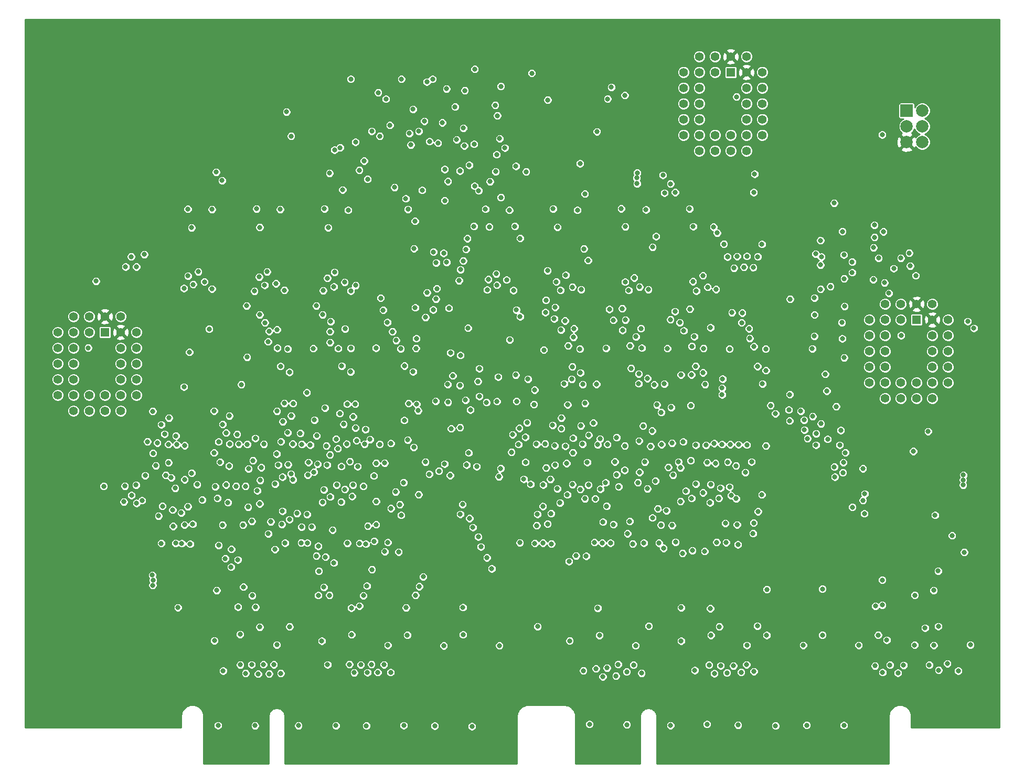
<source format=gbr>
G04 #@! TF.GenerationSoftware,KiCad,Pcbnew,(5.0.0)*
G04 #@! TF.CreationDate,2018-10-30T19:14:45-07:00*
G04 #@! TF.ProjectId,alu,616C752E6B696361645F706362000000,rev?*
G04 #@! TF.SameCoordinates,Original*
G04 #@! TF.FileFunction,Copper,L3,Inr,Plane*
G04 #@! TF.FilePolarity,Positive*
%FSLAX46Y46*%
G04 Gerber Fmt 4.6, Leading zero omitted, Abs format (unit mm)*
G04 Created by KiCad (PCBNEW (5.0.0)) date 10/30/18 19:14:45*
%MOMM*%
%LPD*%
G01*
G04 APERTURE LIST*
G04 #@! TA.AperFunction,ViaPad*
%ADD10C,1.397000*%
G04 #@! TD*
G04 #@! TA.AperFunction,ViaPad*
%ADD11R,1.397000X1.397000*%
G04 #@! TD*
G04 #@! TA.AperFunction,ViaPad*
%ADD12C,2.000000*%
G04 #@! TD*
G04 #@! TA.AperFunction,ViaPad*
%ADD13R,2.000000X2.000000*%
G04 #@! TD*
G04 #@! TA.AperFunction,ViaPad*
%ADD14C,0.800000*%
G04 #@! TD*
G04 #@! TA.AperFunction,Conductor*
%ADD15C,0.254000*%
G04 #@! TD*
G04 APERTURE END LIST*
D10*
G04 #@! TO.N,/BOOT_A[13]*
G04 #@! TO.C,U35*
X210810000Y-76380000D03*
G04 #@! TO.N,/BOOT_A[8]*
X213350000Y-78920000D03*
G04 #@! TO.N,VCC*
X208270000Y-76380000D03*
X210810000Y-78920000D03*
G04 #@! TO.N,/BOOT_A[9]*
X210810000Y-81460000D03*
G04 #@! TO.N,/BOOT_A[11]*
X213350000Y-81460000D03*
G04 #@! TO.N,Net-(U35-Pad26)*
X210810000Y-84000000D03*
G04 #@! TO.N,GNDREF*
X213350000Y-84000000D03*
G04 #@! TO.N,/BOOT_A[10]*
X210810000Y-86540000D03*
G04 #@! TO.N,GNDREF*
X213350000Y-86540000D03*
G04 #@! TO.N,/CLU_D7*
X210810000Y-89080000D03*
G04 #@! TO.N,/CLU_D6*
X213350000Y-89080000D03*
G04 #@! TO.N,/CLU_D5*
X210810000Y-91620000D03*
G04 #@! TO.N,/CLU_D4*
X208270000Y-89080000D03*
G04 #@! TO.N,/CLU_D3*
X208270000Y-91620000D03*
G04 #@! TO.N,Net-(U35-Pad17)*
X205730000Y-89080000D03*
G04 #@! TO.N,GNDREF*
X205730000Y-91620000D03*
G04 #@! TO.N,/CLU_D2*
X203190000Y-89080000D03*
G04 #@! TO.N,/CLU_D1*
X203190000Y-91620000D03*
G04 #@! TO.N,/CLU_D0*
X200650000Y-89080000D03*
G04 #@! TO.N,Net-(U35-Pad12)*
X203190000Y-86540000D03*
G04 #@! TO.N,/BOOT_A[0]*
X200650000Y-86540000D03*
G04 #@! TO.N,/BOOT_A[1]*
X203190000Y-84000000D03*
G04 #@! TO.N,/BOOT_A[2]*
X200650000Y-84000000D03*
G04 #@! TO.N,/BOOT_A[3]*
X203190000Y-81460000D03*
G04 #@! TO.N,/BOOT_A[4]*
X200650000Y-81460000D03*
G04 #@! TO.N,/BOOT_A[5]*
X203190000Y-78920000D03*
G04 #@! TO.N,/BOOT_A[6]*
X200650000Y-78920000D03*
G04 #@! TO.N,/BOOT_A[7]*
X203190000Y-76380000D03*
G04 #@! TO.N,/BOOT_A[12]*
X205730000Y-78920000D03*
G04 #@! TO.N,/BOOT_A[14]*
X205730000Y-76380000D03*
D11*
G04 #@! TO.N,Net-(U35-Pad1)*
X208270000Y-78920000D03*
G04 #@! TD*
D12*
G04 #@! TO.N,GNDREF*
G04 #@! TO.C,J1*
X209200000Y-50215000D03*
G04 #@! TO.N,/~BOOT_ALU_WR*
X209200000Y-47675000D03*
G04 #@! TO.N,/BOOT_ALU_EN*
X209200000Y-45135000D03*
G04 #@! TO.N,VCC*
X206660000Y-50215000D03*
G04 #@! TO.N,/~BOOT_A[15]*
X206660000Y-47675000D03*
D13*
G04 #@! TO.N,/BOOT_A[15]*
X206660000Y-45135000D03*
G04 #@! TD*
D10*
G04 #@! TO.N,Net-(U15-Pad30)*
G04 #@! TO.C,U15*
X180810000Y-36380000D03*
G04 #@! TO.N,/BOOT_A[8]*
X183350000Y-38920000D03*
G04 #@! TO.N,VCC*
X178270000Y-36380000D03*
X180810000Y-38920000D03*
G04 #@! TO.N,/BOOT_A[9]*
X180810000Y-41460000D03*
G04 #@! TO.N,/BOOT_A[11]*
X183350000Y-41460000D03*
G04 #@! TO.N,Net-(U15-Pad26)*
X180810000Y-44000000D03*
G04 #@! TO.N,GNDREF*
X183350000Y-44000000D03*
G04 #@! TO.N,/BOOT_A[10]*
X180810000Y-46540000D03*
G04 #@! TO.N,GNDREF*
X183350000Y-46540000D03*
G04 #@! TO.N,Net-(U15-Pad22)*
X180810000Y-49080000D03*
G04 #@! TO.N,Net-(U15-Pad21)*
X183350000Y-49080000D03*
G04 #@! TO.N,Net-(U15-Pad20)*
X180810000Y-51620000D03*
G04 #@! TO.N,Net-(U15-Pad19)*
X178270000Y-49080000D03*
G04 #@! TO.N,Net-(U15-Pad18)*
X178270000Y-51620000D03*
G04 #@! TO.N,Net-(U15-Pad17)*
X175730000Y-49080000D03*
G04 #@! TO.N,GNDREF*
X175730000Y-51620000D03*
G04 #@! TO.N,/SLICE1_CIN*
X173190000Y-49080000D03*
G04 #@! TO.N,/SLICE1_P*
X173190000Y-51620000D03*
G04 #@! TO.N,/SLICE1_G*
X170650000Y-49080000D03*
G04 #@! TO.N,Net-(U15-Pad12)*
X173190000Y-46540000D03*
G04 #@! TO.N,/BOOT_A[0]*
X170650000Y-46540000D03*
G04 #@! TO.N,/BOOT_A[1]*
X173190000Y-44000000D03*
G04 #@! TO.N,/BOOT_A[2]*
X170650000Y-44000000D03*
G04 #@! TO.N,/BOOT_A[3]*
X173190000Y-41460000D03*
G04 #@! TO.N,/BOOT_A[4]*
X170650000Y-41460000D03*
G04 #@! TO.N,/BOOT_A[5]*
X173190000Y-38920000D03*
G04 #@! TO.N,/BOOT_A[6]*
X170650000Y-38920000D03*
G04 #@! TO.N,/BOOT_A[7]*
X173190000Y-36380000D03*
G04 #@! TO.N,/BOOT_A[12]*
X175730000Y-38920000D03*
G04 #@! TO.N,Net-(U15-Pad2)*
X175730000Y-36380000D03*
D11*
G04 #@! TO.N,Net-(U15-Pad1)*
X178270000Y-38920000D03*
G04 #@! TD*
G04 #@! TO.N,Net-(U36-Pad1)*
G04 #@! TO.C,U36*
X77270000Y-80920000D03*
D10*
G04 #@! TO.N,Net-(U36-Pad2)*
X74730000Y-78380000D03*
G04 #@! TO.N,/BOOT_A[12]*
X74730000Y-80920000D03*
G04 #@! TO.N,/BOOT_A[7]*
X72190000Y-78380000D03*
G04 #@! TO.N,/BOOT_A[6]*
X69650000Y-80920000D03*
G04 #@! TO.N,/BOOT_A[5]*
X72190000Y-80920000D03*
G04 #@! TO.N,/BOOT_A[4]*
X69650000Y-83460000D03*
G04 #@! TO.N,/BOOT_A[3]*
X72190000Y-83460000D03*
G04 #@! TO.N,/BOOT_A[2]*
X69650000Y-86000000D03*
G04 #@! TO.N,/BOOT_A[1]*
X72190000Y-86000000D03*
G04 #@! TO.N,/BOOT_A[0]*
X69650000Y-88540000D03*
G04 #@! TO.N,Net-(U36-Pad12)*
X72190000Y-88540000D03*
G04 #@! TO.N,/SLICE2_D[0]*
X69650000Y-91080000D03*
G04 #@! TO.N,/SLICE2_D[1]*
X72190000Y-93620000D03*
G04 #@! TO.N,/SLICE2_D[2]*
X72190000Y-91080000D03*
G04 #@! TO.N,GNDREF*
X74730000Y-93620000D03*
G04 #@! TO.N,Net-(U36-Pad17)*
X74730000Y-91080000D03*
G04 #@! TO.N,/SLICE2_D[3]*
X77270000Y-93620000D03*
G04 #@! TO.N,/SLICE2_D[4]*
X77270000Y-91080000D03*
G04 #@! TO.N,Net-(U36-Pad20)*
X79810000Y-93620000D03*
G04 #@! TO.N,Net-(U36-Pad21)*
X82350000Y-91080000D03*
G04 #@! TO.N,Net-(U36-Pad22)*
X79810000Y-91080000D03*
G04 #@! TO.N,GNDREF*
X82350000Y-88540000D03*
G04 #@! TO.N,/BOOT_A[10]*
X79810000Y-88540000D03*
G04 #@! TO.N,GNDREF*
X82350000Y-86000000D03*
G04 #@! TO.N,Net-(U36-Pad26)*
X79810000Y-86000000D03*
G04 #@! TO.N,/BOOT_A[11]*
X82350000Y-83460000D03*
G04 #@! TO.N,/BOOT_A[9]*
X79810000Y-83460000D03*
G04 #@! TO.N,VCC*
X79810000Y-80920000D03*
X77270000Y-78380000D03*
G04 #@! TO.N,/BOOT_A[8]*
X82350000Y-80920000D03*
G04 #@! TO.N,Net-(U36-Pad30)*
X79810000Y-78380000D03*
G04 #@! TD*
D14*
G04 #@! TO.N,VCC*
X98500000Y-144450000D03*
X111475000Y-144550000D03*
X122475000Y-144425000D03*
X133475000Y-144500000D03*
X158450000Y-144175000D03*
X171450000Y-144475000D03*
X182500000Y-144425000D03*
X193500000Y-144400000D03*
X136575000Y-44550000D03*
X123925000Y-44550000D03*
X117075000Y-53500000D03*
X130075000Y-53375000D03*
X155650000Y-55250000D03*
X155675000Y-56175000D03*
X155650000Y-56975000D03*
X179050000Y-40550000D03*
X194225000Y-62700000D03*
X195025000Y-85250000D03*
X175004681Y-76621674D03*
X163869202Y-76711485D03*
X153000000Y-76700000D03*
X142027247Y-74217010D03*
X140451902Y-78727133D03*
X132825000Y-73275000D03*
X116050000Y-76725000D03*
X105025000Y-76900000D03*
X94025000Y-76750000D03*
X78185103Y-82908522D03*
X184725000Y-91025000D03*
X173977029Y-92001388D03*
X154750000Y-91025000D03*
X135000000Y-87425000D03*
X127675000Y-91000000D03*
X117700000Y-91025000D03*
X107650000Y-90950000D03*
X133200000Y-98050000D03*
X89050000Y-101725000D03*
X83625000Y-109975000D03*
X98950000Y-102025000D03*
X98550000Y-111475000D03*
X119500000Y-101900000D03*
X118575000Y-110050000D03*
X146775000Y-102000000D03*
X157375000Y-101800000D03*
X156575000Y-109900000D03*
X176775000Y-101950000D03*
X207450000Y-98000000D03*
X208150000Y-104775000D03*
X208150000Y-103925000D03*
X208100000Y-105675000D03*
X203703145Y-108550847D03*
X211125000Y-111975000D03*
X210200000Y-126100000D03*
X201125000Y-128025000D03*
X207575000Y-130250000D03*
X192125000Y-126075000D03*
X183150000Y-125975000D03*
X174000000Y-128200000D03*
X171975000Y-131825000D03*
X155700000Y-128350000D03*
X153975000Y-131975000D03*
X133975000Y-128150000D03*
X124875000Y-128100000D03*
X115825000Y-128225000D03*
X114100000Y-131975000D03*
X98025000Y-128125000D03*
X95050000Y-134325000D03*
X77425000Y-121000000D03*
X77500000Y-120225000D03*
X77700000Y-121850000D03*
X164883038Y-90766971D03*
X177434143Y-110099992D03*
X166877619Y-101774993D03*
X108489310Y-102094662D03*
G04 #@! TO.N,/rdb[31]*
X88672611Y-115009906D03*
G04 #@! TO.N,/rdb[30]*
X90100000Y-112050000D03*
G04 #@! TO.N,/rdb[29]*
X91009011Y-115133273D03*
G04 #@! TO.N,/rdb[28]*
X91434012Y-111917010D03*
G04 #@! TO.N,/rdb[27]*
X95618923Y-115351029D03*
G04 #@! TO.N,/rdb[26]*
X97675000Y-115975000D03*
G04 #@! TO.N,/rdb[25]*
X96700000Y-117475000D03*
G04 #@! TO.N,/rdb[24]*
X98725000Y-117700000D03*
G04 #@! TO.N,/rs1b[31]*
X84125000Y-98600000D03*
X85925000Y-110600000D03*
X99625000Y-122075000D03*
G04 #@! TO.N,/rs1b[30]*
X101042010Y-123475000D03*
G04 #@! TO.N,/rs1b[29]*
X101575000Y-125325000D03*
G04 #@! TO.N,/rs1b[28]*
X102250000Y-128550000D03*
G04 #@! TO.N,/rs1b[27]*
X102907990Y-99000000D03*
G04 #@! TO.N,/rs1b[26]*
X103642010Y-113468689D03*
G04 #@! TO.N,/rs1b[25]*
X104032990Y-111525000D03*
G04 #@! TO.N,/rs1b[24]*
X104700000Y-116000000D03*
G04 #@! TO.N,/rdb[23]*
X108999747Y-112382507D03*
G04 #@! TO.N,/rdb[22]*
X109933121Y-114954636D03*
G04 #@! TO.N,/rdb[21]*
X110649616Y-112382381D03*
G04 #@! TO.N,/rdb[20]*
X111700000Y-115475000D03*
G04 #@! TO.N,/rdb[19]*
X118372087Y-115036101D03*
G04 #@! TO.N,/rdb[18]*
X119698975Y-112221989D03*
G04 #@! TO.N,/rdb[17]*
X120726317Y-114678881D03*
G04 #@! TO.N,/rdb[16]*
X121032990Y-112000000D03*
G04 #@! TO.N,/rs2b[31]*
X127400000Y-123400000D03*
X87082401Y-104025281D03*
X86553154Y-109020743D03*
G04 #@! TO.N,/rs2b[30]*
X128000000Y-122000000D03*
X89588380Y-110102129D03*
X90125000Y-104725000D03*
G04 #@! TO.N,/rs2b[29]*
X128625000Y-120425000D03*
X88200000Y-109625000D03*
X88600000Y-106125000D03*
G04 #@! TO.N,/rs2b[28]*
X125075000Y-110475000D03*
X90644847Y-109067010D03*
X91271988Y-103677096D03*
G04 #@! TO.N,/rs2b[27]*
X100239967Y-99031651D03*
X123425000Y-109382990D03*
X100375000Y-109157990D03*
G04 #@! TO.N,/rs2b[26]*
X124185485Y-106716204D03*
X101157931Y-101653843D03*
X101866607Y-106523507D03*
G04 #@! TO.N,/rs2b[25]*
X124867906Y-108758831D03*
X101550000Y-98050000D03*
X102250000Y-108625000D03*
G04 #@! TO.N,/rs2b[24]*
X125470420Y-105207651D03*
X102322955Y-104833625D03*
X102491943Y-102775000D03*
G04 #@! TO.N,/rs2b[23]*
X125575000Y-95150000D03*
X111075000Y-95100000D03*
X110397650Y-99145061D03*
G04 #@! TO.N,/rs2b[22]*
X126142010Y-98325000D03*
X111600000Y-102225000D03*
G04 #@! TO.N,/rs2b[21]*
X127100000Y-99500000D03*
X111436526Y-97654494D03*
G04 #@! TO.N,/rs2b[20]*
X127816686Y-93589075D03*
X112786890Y-93151819D03*
X113125000Y-102375000D03*
G04 #@! TO.N,/rs2b[19]*
X128986019Y-101873428D03*
X120050000Y-98250000D03*
G04 #@! TO.N,/rs2b[18]*
X121043515Y-102081970D03*
X129625000Y-103850000D03*
G04 #@! TO.N,/rs2b[17]*
X121611956Y-99025000D03*
X131175000Y-103350000D03*
G04 #@! TO.N,/rs2b[16]*
X132075000Y-102200000D03*
X122417010Y-102060311D03*
G04 #@! TO.N,/rs1b[23]*
X118350000Y-125150000D03*
X111700000Y-123425000D03*
X114000000Y-112875000D03*
X110000000Y-104000000D03*
X113018338Y-99274166D03*
X109889372Y-110352332D03*
G04 #@! TO.N,/rs1b[22]*
X118975000Y-123475000D03*
X113500000Y-123400000D03*
X114213297Y-118182990D03*
X108275000Y-110177120D03*
X113578014Y-100725000D03*
X107300000Y-103825000D03*
G04 #@! TO.N,/rs1b[21]*
X119550000Y-121900000D03*
X112600000Y-122125000D03*
X112867900Y-117225395D03*
X114575000Y-98175000D03*
X105925000Y-104300000D03*
X107050000Y-111175000D03*
G04 #@! TO.N,/rs1b[20]*
X120350000Y-119250000D03*
X111785649Y-119517010D03*
X104725000Y-105425000D03*
X105825000Y-111950000D03*
X115425000Y-102600002D03*
X111400000Y-117050000D03*
G04 #@! TO.N,/rs1b[19]*
X123425000Y-98875000D03*
G04 #@! TO.N,/rs1b[18]*
X122925000Y-114875000D03*
G04 #@! TO.N,/rs1b[17]*
X122434148Y-116365852D03*
G04 #@! TO.N,/rs1b[16]*
X124675000Y-116425000D03*
G04 #@! TO.N,/~alu_oe*
X170275000Y-130800000D03*
X152275000Y-130775000D03*
X112275000Y-130800000D03*
X94925000Y-130750000D03*
X203450000Y-130650000D03*
G04 #@! TO.N,/alu_f[0]*
X162690482Y-72132990D03*
X114325000Y-71225000D03*
X103450000Y-71150000D03*
X92325000Y-71150000D03*
X107325000Y-94425000D03*
X97350000Y-94425000D03*
X97392010Y-98975000D03*
X87596943Y-94767009D03*
X107584327Y-98971008D03*
X87510136Y-99043827D03*
X175606657Y-98886735D03*
X130832990Y-73867914D03*
X165593937Y-96856574D03*
X117325000Y-94571033D03*
X145401713Y-95520057D03*
X173775000Y-71775000D03*
X151650000Y-71700000D03*
X140425000Y-71475000D03*
X117875000Y-98425000D03*
X145125000Y-97875000D03*
X150925000Y-94775000D03*
X156100000Y-95575000D03*
X155350000Y-97550000D03*
X196775000Y-100375000D03*
X165319172Y-99355257D03*
X164825000Y-106200000D03*
G04 #@! TO.N,/alu_f[1]*
X150792010Y-74133733D03*
X106775000Y-97150000D03*
X96825000Y-97175000D03*
X86900000Y-97375000D03*
X172712063Y-74243120D03*
X161793280Y-74150376D03*
X91513979Y-73194642D03*
X95850000Y-101900000D03*
X130701219Y-75557936D03*
X174475229Y-101969667D03*
X140525000Y-73300000D03*
X114225000Y-73575000D03*
X103050000Y-73325000D03*
X117703736Y-96378966D03*
X195850000Y-99150000D03*
X164407077Y-101872744D03*
X163279480Y-105214882D03*
X105250000Y-102375000D03*
X116799998Y-101825000D03*
X85475000Y-102475000D03*
G04 #@! TO.N,/alu_f[2]*
X138675000Y-61025000D03*
X149600000Y-60975000D03*
X160600000Y-60950000D03*
X171625000Y-60975000D03*
X112700000Y-60975000D03*
X101725000Y-60975000D03*
X90650000Y-61025000D03*
X126173021Y-61061554D03*
X197901979Y-109181971D03*
X97625000Y-118850000D03*
X95300000Y-122625000D03*
X178325000Y-107300000D03*
G04 #@! TO.N,/alu_f[3]*
X196029990Y-96775000D03*
X174269780Y-99176991D03*
X154075000Y-96050000D03*
X149525000Y-95950000D03*
X150125000Y-72775000D03*
X161225000Y-72800000D03*
X172175000Y-72725000D03*
X96275000Y-95800000D03*
X86350000Y-95850000D03*
X144009502Y-99045383D03*
X113163933Y-72195927D03*
X144149298Y-96428074D03*
X139155027Y-72381390D03*
X129250000Y-74525000D03*
X102163675Y-71992727D03*
X90675000Y-71825000D03*
X85725000Y-98800000D03*
X95625000Y-98625000D03*
X105975000Y-95350000D03*
X116284537Y-98977993D03*
X115780209Y-95790023D03*
X154358848Y-98995972D03*
X163475000Y-98475000D03*
X164128638Y-96072955D03*
X163550000Y-103550000D03*
X105675000Y-98600000D03*
G04 #@! TO.N,/rdb[15]*
X146950000Y-112150000D03*
G04 #@! TO.N,/rdb[7]*
X167000000Y-112075000D03*
G04 #@! TO.N,/rs1b[12]*
X147075000Y-110325000D03*
X145550479Y-88498021D03*
X152600959Y-88498020D03*
X152175000Y-117952935D03*
G04 #@! TO.N,/rdb[14]*
X147984011Y-114969971D03*
G04 #@! TO.N,/rdb[13]*
X148700009Y-111893827D03*
G04 #@! TO.N,/rdb[12]*
X149318023Y-115116741D03*
G04 #@! TO.N,/rdb[11]*
X156275000Y-114875000D03*
G04 #@! TO.N,/rdb[10]*
X157650000Y-111575000D03*
G04 #@! TO.N,/rdb[9]*
X158859011Y-114975000D03*
G04 #@! TO.N,/rdb[8]*
X159332990Y-111975000D03*
G04 #@! TO.N,/rdb[6]*
X167425000Y-115825004D03*
G04 #@! TO.N,/rdb[5]*
X168792010Y-112134148D03*
G04 #@! TO.N,/rdb[4]*
X169359992Y-114827566D03*
G04 #@! TO.N,/rdb[3]*
X176000000Y-114850000D03*
G04 #@! TO.N,/rdb[2]*
X177400086Y-111790011D03*
G04 #@! TO.N,/rdb[1]*
X179425000Y-115225000D03*
G04 #@! TO.N,/rdb[0]*
X199834265Y-110221476D03*
X179290022Y-112024329D03*
G04 #@! TO.N,/rs2b[15]*
X148298979Y-98944602D03*
X185474912Y-94076728D03*
G04 #@! TO.N,/rs2b[14]*
X187636428Y-93454246D03*
X149900000Y-102375000D03*
G04 #@! TO.N,/rs2b[13]*
X149867010Y-99257256D03*
X189575000Y-93675000D03*
G04 #@! TO.N,/rs2b[12]*
X187775000Y-95233946D03*
X151775000Y-102100000D03*
G04 #@! TO.N,/rs2b[11]*
X191500000Y-94525000D03*
X158369486Y-99039956D03*
G04 #@! TO.N,/rs2b[10]*
X190112843Y-95107990D03*
X159570348Y-101852713D03*
G04 #@! TO.N,/rs2b[9]*
X159850004Y-97925000D03*
X192825000Y-95700000D03*
G04 #@! TO.N,/rs2b[8]*
X190166054Y-96707990D03*
X161147955Y-103199999D03*
G04 #@! TO.N,/rs2b[7]*
X190650000Y-98100000D03*
X168790024Y-98834847D03*
G04 #@! TO.N,/rs2b[6]*
X192050000Y-97300000D03*
X169833480Y-101877349D03*
G04 #@! TO.N,/rs2b[5]*
X170600000Y-98625000D03*
X193900000Y-98200000D03*
G04 #@! TO.N,/rs2b[4]*
X192029466Y-99154466D03*
X171825000Y-101650000D03*
G04 #@! TO.N,/rs2b[3]*
X195075002Y-104300000D03*
X178193597Y-99058395D03*
G04 #@! TO.N,/rs2b[2]*
X196375000Y-103600000D03*
X180625004Y-103575000D03*
G04 #@! TO.N,/rs2b[1]*
X195000000Y-102675000D03*
X179527608Y-99063827D03*
G04 #@! TO.N,/rs2b[0]*
X196450000Y-101975000D03*
X181633335Y-101857578D03*
G04 #@! TO.N,/rs1b[15]*
X151575396Y-99327043D03*
G04 #@! TO.N,/rs1b[14]*
X151392010Y-89246027D03*
X154942059Y-117082942D03*
X146625000Y-90250002D03*
X147950000Y-109050000D03*
G04 #@! TO.N,/rs1b[13]*
X153299998Y-117025000D03*
X151950000Y-92632990D03*
X146503927Y-92581815D03*
X149271988Y-110212018D03*
G04 #@! TO.N,/rs1b[11]*
X161167668Y-99278551D03*
G04 #@! TO.N,/rs1b[10]*
X161617010Y-113450000D03*
G04 #@! TO.N,/rs1b[9]*
X161973021Y-111475000D03*
G04 #@! TO.N,/rs1b[8]*
X162454032Y-115120916D03*
G04 #@! TO.N,/rs1b[7]*
X183950000Y-99273021D03*
X176425000Y-128500000D03*
X182575000Y-128375000D03*
X172625000Y-99150000D03*
G04 #@! TO.N,/rs1b[6]*
X167902729Y-109747271D03*
X170235473Y-87807988D03*
X174054559Y-116320441D03*
X165925000Y-89400000D03*
G04 #@! TO.N,/rs1b[5]*
X171805082Y-92764568D03*
X172075000Y-116200000D03*
X167043381Y-93869823D03*
X166502122Y-109449187D03*
G04 #@! TO.N,/rs1b[4]*
X170500000Y-116625000D03*
X171925000Y-87800000D03*
X164827884Y-88385403D03*
X165625000Y-110900000D03*
G04 #@! TO.N,/rs1b[3]*
X180861620Y-99127255D03*
G04 #@! TO.N,/rs1b[2]*
X181875000Y-113425000D03*
G04 #@! TO.N,/rs1b[1]*
X181973021Y-111718180D03*
G04 #@! TO.N,/rs1b[0]*
X182675000Y-109892010D03*
G04 #@! TO.N,/~BOOT_RST*
X196584148Y-72259148D03*
X216525000Y-79175000D03*
X196633483Y-76732990D03*
G04 #@! TO.N,/BOOT_A[1]*
X182625000Y-68725000D03*
X182600000Y-86440980D03*
X172600000Y-86400000D03*
X152700000Y-86500000D03*
X125600000Y-86350000D03*
X115475000Y-86375000D03*
X105607990Y-86422069D03*
X162175000Y-86750000D03*
G04 #@! TO.N,/BOOT_A[2]*
X181910885Y-70464115D03*
X171992010Y-83200000D03*
X162025000Y-83100000D03*
X152025000Y-83100000D03*
X125000000Y-83600000D03*
X105100000Y-83475000D03*
X114917010Y-83550000D03*
X182009020Y-83225000D03*
G04 #@! TO.N,/BOOT_A[3]*
X180875000Y-68650000D03*
X124278352Y-82246648D03*
X103600000Y-82450000D03*
X113600000Y-82575000D03*
X152875000Y-81725000D03*
X162975000Y-81650000D03*
X172375000Y-81625000D03*
X181342010Y-81900000D03*
G04 #@! TO.N,/BOOT_A[4]*
X180400000Y-70400000D03*
X170692010Y-80675000D03*
X160800000Y-80600000D03*
X150875000Y-80550000D03*
X123675000Y-80825000D03*
X113600000Y-80825000D03*
X103775000Y-80775000D03*
X181225000Y-80349996D03*
G04 #@! TO.N,/BOOT_A[5]*
X180025000Y-79374996D03*
X179300000Y-68675000D03*
X170046988Y-79359595D03*
X122848851Y-79325000D03*
X103100000Y-79375000D03*
X113700000Y-79200000D03*
X151525000Y-79075000D03*
X161275000Y-78924998D03*
G04 #@! TO.N,/BOOT_A[6]*
X178800000Y-70550000D03*
X122181850Y-77350000D03*
X102250000Y-78100000D03*
X112392010Y-78100000D03*
X149775000Y-78750000D03*
X159324998Y-78975000D03*
X168525000Y-78875000D03*
X180125000Y-77800000D03*
G04 #@! TO.N,/BOOT_A[7]*
X177750000Y-68750000D03*
X169283942Y-77564869D03*
X158679594Y-77216619D03*
X178464666Y-77742010D03*
X111375000Y-76650000D03*
X100125000Y-76650000D03*
X121766169Y-75400684D03*
X148350000Y-77725000D03*
G04 #@! TO.N,/~BOOT_RCO*
X192750000Y-70050000D03*
X191775079Y-75368216D03*
G04 #@! TO.N,/BOOT_A[0]*
X183950000Y-87107990D03*
X183300000Y-66700000D03*
X173800000Y-87450000D03*
X154000000Y-87475000D03*
X163425000Y-87650000D03*
X127000000Y-87300000D03*
X116925002Y-87325000D03*
X107050000Y-87375000D03*
G04 #@! TO.N,/BOOT_A[11]*
X205725000Y-68950000D03*
X201469275Y-65572139D03*
X83625000Y-68350000D03*
X130300000Y-67950000D03*
G04 #@! TO.N,/BOOT_A[12]*
X203100000Y-72925000D03*
X201325000Y-67262162D03*
X141175000Y-59150000D03*
X132096933Y-59646933D03*
X75825000Y-72675000D03*
X125817010Y-59334253D03*
G04 #@! TO.N,/BOOT_A[10]*
X207075000Y-68125000D03*
X80600000Y-70350000D03*
X130725000Y-69700000D03*
X202900000Y-64675000D03*
G04 #@! TO.N,/BOOT_A[9]*
X207235573Y-70203869D03*
X201450305Y-63616555D03*
X131925000Y-68150000D03*
X81500000Y-68725000D03*
G04 #@! TO.N,/BOOT_A[8]*
X208125000Y-71775000D03*
X82350000Y-70350000D03*
X196292010Y-64643046D03*
X132417010Y-69622572D03*
G04 #@! TO.N,/BOOT_A[13]*
X204575000Y-70625000D03*
X168550000Y-56950000D03*
X127925000Y-48450000D03*
X202125000Y-68950000D03*
X196525000Y-68425000D03*
G04 #@! TO.N,/BOOT_A[14]*
X167325000Y-55550000D03*
X197857990Y-69561712D03*
X126625000Y-50650000D03*
G04 #@! TO.N,/BOOT_A[15]*
X197875000Y-71275009D03*
X163400000Y-89225000D03*
X154375000Y-89350000D03*
X183398385Y-89254032D03*
X183282990Y-107175000D03*
X193775000Y-90425000D03*
X123257469Y-47476979D03*
X126275000Y-92425000D03*
X116350000Y-92525000D03*
X106225000Y-92400000D03*
X97125000Y-108425000D03*
X127900000Y-107150000D03*
X133025000Y-84250000D03*
X127532990Y-81936059D03*
X127350000Y-76950000D03*
X117167537Y-107433422D03*
X135125008Y-47953069D03*
X128818298Y-46824313D03*
X174116945Y-89350000D03*
X82375240Y-108537380D03*
X202725000Y-49025000D03*
X130250000Y-77300000D03*
X176350000Y-107750000D03*
X156400000Y-107825000D03*
X105918772Y-109821111D03*
G04 #@! TO.N,/cin[0]*
X176875000Y-91025000D03*
X187800000Y-90975000D03*
X140497065Y-52225000D03*
X131721064Y-47070968D03*
X179113766Y-102494896D03*
X132633077Y-92233056D03*
X140600000Y-45950000D03*
X167575000Y-58424994D03*
X137700000Y-91275000D03*
G04 #@! TO.N,/p[0]*
X176075000Y-64875000D03*
X121625000Y-49250000D03*
X136250000Y-93475000D03*
X127303199Y-62978505D03*
X130645415Y-92068250D03*
X126400437Y-48798054D03*
G04 #@! TO.N,/g[0]*
X177150000Y-66675000D03*
X148700000Y-70975000D03*
X148725000Y-43400000D03*
X148456946Y-75742010D03*
X135874998Y-80250000D03*
X137700000Y-86792010D03*
X122625000Y-43250000D03*
X135475000Y-91900000D03*
G04 #@! TO.N,/p[6]*
X95225001Y-55050000D03*
X132113306Y-54607990D03*
X140327113Y-54982109D03*
G04 #@! TO.N,/p[1]*
X165650000Y-67175000D03*
X156675000Y-48525000D03*
X120325000Y-48450000D03*
X134415130Y-72575000D03*
G04 #@! TO.N,/g[1]*
X166225000Y-65450000D03*
X158400000Y-43225000D03*
X121375000Y-42225000D03*
X134650000Y-70800000D03*
G04 #@! TO.N,/g[4]*
X135275000Y-50808055D03*
X114321123Y-51473516D03*
X141825000Y-51150000D03*
G04 #@! TO.N,/p[5]*
X133775000Y-44500000D03*
X106575000Y-45325000D03*
X140247065Y-44241054D03*
G04 #@! TO.N,/p[4]*
X113525000Y-55225000D03*
X134564129Y-54864576D03*
X142600000Y-82150000D03*
X117725000Y-73350000D03*
G04 #@! TO.N,/g[3]*
X144275000Y-65750000D03*
X135762229Y-65787763D03*
X145250000Y-55000000D03*
X118324996Y-54750000D03*
G04 #@! TO.N,/g[5]*
X107317010Y-49250000D03*
X140980711Y-49648021D03*
X134033384Y-49819968D03*
G04 #@! TO.N,/g[2]*
X155250000Y-69325000D03*
X119650000Y-56192010D03*
X154725000Y-58575000D03*
X135105448Y-69395392D03*
G04 #@! TO.N,/p[2]*
X135550000Y-67525000D03*
X154582990Y-67450000D03*
X119090988Y-53244372D03*
X153950000Y-53674998D03*
G04 #@! TO.N,/cin[7]*
X90125000Y-99225000D03*
X90025000Y-89750000D03*
X133400000Y-87950000D03*
G04 #@! TO.N,/cin[6]*
X99275000Y-89375000D03*
X132594573Y-89355427D03*
X100445911Y-102983935D03*
G04 #@! TO.N,/cin[5]*
X109850000Y-90675000D03*
X110125000Y-101950000D03*
X134550022Y-89512266D03*
G04 #@! TO.N,/cin[4]*
X137279554Y-102629032D03*
G04 #@! TO.N,/cin[3]*
X135642648Y-102359012D03*
X148475000Y-102825000D03*
X148000000Y-105579922D03*
G04 #@! TO.N,/cin[2]*
X135975000Y-100400000D03*
X159849998Y-103925000D03*
X160181847Y-105873106D03*
G04 #@! TO.N,/cin[1]*
X168655680Y-93081291D03*
X138845274Y-92256917D03*
X168950000Y-104000000D03*
G04 #@! TO.N,/BOOT_CLK*
X191975000Y-68275000D03*
X217500000Y-80275000D03*
X191771100Y-81566253D03*
X191786028Y-78107268D03*
G04 #@! TO.N,/~BOOT_ALU_EN*
X183917010Y-83625000D03*
X163926465Y-83462079D03*
X153925000Y-83625000D03*
X125125000Y-40025000D03*
X128475000Y-57975000D03*
X115625000Y-57925000D03*
X137576980Y-58050000D03*
X116952937Y-83506626D03*
X106765913Y-83625000D03*
X132975000Y-104050000D03*
X90909919Y-84142010D03*
X191435043Y-83583253D03*
X83757990Y-104075000D03*
X141164241Y-41207679D03*
X136950000Y-38425000D03*
X134636369Y-84650502D03*
X199599013Y-108080717D03*
X173867900Y-83525000D03*
X118975000Y-105800000D03*
X98425000Y-105800000D03*
X127475000Y-83525000D03*
X176625000Y-106100000D03*
X157215595Y-106257796D03*
G04 #@! TO.N,/~BOOT_A[15]*
X195300000Y-92925000D03*
X134575000Y-96325000D03*
X117700000Y-50200000D03*
X169300000Y-58325000D03*
X131024204Y-50359125D03*
X182125000Y-55375000D03*
X181975000Y-58325000D03*
G04 #@! TO.N,/~BOOT_ALU_WR*
X176950000Y-88475000D03*
X156600000Y-89325000D03*
X140742501Y-88142010D03*
X194350000Y-73550000D03*
X193525000Y-87692010D03*
X88720262Y-97665988D03*
X174541487Y-73638523D03*
X163558258Y-73611449D03*
X93325872Y-72771163D03*
X156800000Y-99075000D03*
X145132990Y-101925000D03*
X87525000Y-102000000D03*
X142086213Y-72451979D03*
X176859585Y-99039277D03*
X144868380Y-104651161D03*
X143575000Y-87831011D03*
X141146525Y-102925000D03*
X152724013Y-73621048D03*
X115945566Y-72842601D03*
X104866023Y-73061606D03*
X167550000Y-89275000D03*
X98600000Y-97425000D03*
X108800000Y-97250000D03*
X119320120Y-96625002D03*
X168200000Y-102750000D03*
X118050000Y-102625000D03*
X106825000Y-102300000D03*
X97300000Y-102525000D03*
G04 #@! TO.N,/rs1[31]*
X99100000Y-134650000D03*
G04 #@! TO.N,/rs1[30]*
X99975000Y-136025000D03*
G04 #@! TO.N,/rs1[29]*
X100939968Y-134625000D03*
G04 #@! TO.N,/rs1[28]*
X102000000Y-136125000D03*
G04 #@! TO.N,/rs1[27]*
X102850000Y-134600000D03*
G04 #@! TO.N,/rs1[26]*
X103775000Y-136100000D03*
G04 #@! TO.N,/rs1[25]*
X104525461Y-134609013D03*
G04 #@! TO.N,/rs1[24]*
X105650000Y-136025000D03*
G04 #@! TO.N,/rs1[23]*
X116725000Y-134575000D03*
G04 #@! TO.N,/rs1[22]*
X117500000Y-135925000D03*
G04 #@! TO.N,/rs1[21]*
X118550000Y-134650000D03*
G04 #@! TO.N,/rs1[20]*
X119640989Y-135896002D03*
G04 #@! TO.N,/rs1[19]*
X120273979Y-134575000D03*
G04 #@! TO.N,/rs1[18]*
X121300000Y-135875000D03*
G04 #@! TO.N,/rs1[17]*
X122300000Y-134625000D03*
G04 #@! TO.N,/rs1[16]*
X123375000Y-135875000D03*
G04 #@! TO.N,/rs1[12]*
X159750000Y-136450000D03*
G04 #@! TO.N,/rs1[15]*
X156525000Y-135275000D03*
G04 #@! TO.N,/rs1[14]*
X157625000Y-136575000D03*
G04 #@! TO.N,/rs1[13]*
X158300002Y-135150000D03*
G04 #@! TO.N,/rs1[11]*
X160103165Y-134578670D03*
G04 #@! TO.N,/rs1[10]*
X161474998Y-135775000D03*
G04 #@! TO.N,/rs1[9]*
X162575000Y-134675000D03*
G04 #@! TO.N,/rs1[8]*
X163875000Y-136000000D03*
G04 #@! TO.N,/rs1[7]*
X174775000Y-134675000D03*
G04 #@! TO.N,/rs1[6]*
X175625000Y-136050000D03*
G04 #@! TO.N,/rs1[5]*
X176650000Y-134800000D03*
G04 #@! TO.N,/rs1[4]*
X177665989Y-135949274D03*
G04 #@! TO.N,/rs1[3]*
X178700000Y-134825000D03*
G04 #@! TO.N,/rs1[2]*
X179950000Y-135850000D03*
G04 #@! TO.N,/rs1[1]*
X180825000Y-134625000D03*
G04 #@! TO.N,/rs1[0]*
X182000002Y-135725000D03*
G04 #@! TO.N,/BOOT_CLK'*
X211825000Y-135525000D03*
G04 #@! TO.N,/rdb[0]'*
X170275002Y-125425000D03*
X207975001Y-123400001D03*
G04 #@! TO.N,/~alu_oe'*
X201550000Y-134825000D03*
G04 #@! TO.N,/f[0]*
X202775000Y-135875000D03*
G04 #@! TO.N,/f[1]*
X203965988Y-134675000D03*
G04 #@! TO.N,/f[2]*
X205249998Y-135975000D03*
G04 #@! TO.N,/f[3]*
X206175000Y-134725000D03*
G04 #@! TO.N,/~BOOT_ALU_EN'*
X210325000Y-134675000D03*
G04 #@! TO.N,/~BOOT_RST'*
X213229369Y-134456478D03*
G04 #@! TO.N,/g[6]*
X96175000Y-56425000D03*
X132633743Y-56548021D03*
X139422865Y-56580854D03*
G04 #@! TO.N,/p[3]*
X143600000Y-54092010D03*
X136815971Y-63807990D03*
X143425252Y-63807990D03*
X136060890Y-53927413D03*
G04 #@! TO.N,/BOOT_ALU_EN*
X171675000Y-77175000D03*
X160750000Y-77107990D03*
X152800000Y-100375000D03*
X149930197Y-76882989D03*
X144275000Y-78400000D03*
X105025000Y-93675000D03*
X94875000Y-93650000D03*
X94875000Y-100400000D03*
X143071867Y-97455743D03*
X85025000Y-100475000D03*
X84975000Y-93700000D03*
X192775000Y-73957990D03*
X104982990Y-100575364D03*
X202075000Y-129850000D03*
X193075000Y-129850000D03*
X184075000Y-129875000D03*
X175075000Y-129875000D03*
X157075000Y-129900000D03*
X135075000Y-129775000D03*
X126075000Y-129850000D03*
X117075000Y-129775000D03*
X99075000Y-129725000D03*
X202725000Y-120950000D03*
X202725000Y-125000000D03*
X112494243Y-74182579D03*
X101387900Y-74287112D03*
X155115743Y-101944923D03*
X142875000Y-100300000D03*
X203800000Y-74625000D03*
X138953240Y-74071413D03*
X90025000Y-73825000D03*
X115175000Y-94050000D03*
X152825000Y-98025000D03*
X150913697Y-96495418D03*
X114850000Y-99725000D03*
G04 #@! TO.N,GNDREF*
X95525000Y-144450000D03*
X101500000Y-144475000D03*
X108500000Y-144475000D03*
X114550000Y-144475000D03*
X119475000Y-144500000D03*
X125500000Y-144450000D03*
X130500000Y-144525000D03*
X136500000Y-144600000D03*
X155475000Y-144250000D03*
X161500000Y-144325000D03*
X168550000Y-144450000D03*
X174450000Y-144250000D03*
X179450000Y-144375000D03*
X185500000Y-144500000D03*
X190525000Y-144400000D03*
X196525000Y-144425000D03*
X89050000Y-125400000D03*
X105000000Y-131425000D03*
X107075000Y-128500000D03*
X122925000Y-131500000D03*
X131950000Y-131575000D03*
X140925000Y-131550000D03*
X147100000Y-128475000D03*
X162925000Y-131550000D03*
X165050000Y-128400000D03*
X180875000Y-131500000D03*
X189975000Y-131500000D03*
X198925000Y-131500000D03*
X207950000Y-131450000D03*
X216950000Y-131425000D03*
X211050000Y-131500000D03*
X211775000Y-128450000D03*
X215950000Y-116475000D03*
X214000000Y-113775000D03*
X199600000Y-102950000D03*
X207750000Y-100150000D03*
X177525000Y-114900000D03*
X164250000Y-114975000D03*
X166691968Y-114967887D03*
X157525000Y-114975000D03*
X144225000Y-114925000D03*
X146650000Y-115025000D03*
X108950000Y-114950000D03*
X99550000Y-112075000D03*
X96250000Y-112075000D03*
X89675000Y-115050000D03*
X77075000Y-105800000D03*
X149150000Y-104675000D03*
X177780949Y-101894906D03*
X167100000Y-99050000D03*
X146900000Y-99000000D03*
X109050000Y-99025000D03*
X98850000Y-99000000D03*
X88850000Y-99075000D03*
X100200000Y-84950000D03*
X110900000Y-83550000D03*
X121025000Y-83475000D03*
X143700000Y-92075000D03*
X148100000Y-83775000D03*
X158150000Y-83500000D03*
X168050000Y-83550000D03*
X178075000Y-83625000D03*
X196275000Y-81950000D03*
X196200000Y-79350000D03*
X187850000Y-75575000D03*
X201275000Y-72425000D03*
X192900000Y-68750000D03*
X192750000Y-66100000D03*
X175900000Y-74000000D03*
X164968256Y-74024412D03*
X154125000Y-74025000D03*
X94550000Y-73925000D03*
X94550000Y-61075000D03*
X91250000Y-64025000D03*
X102250000Y-63975000D03*
X105550000Y-61075000D03*
X113300000Y-64025000D03*
X116525000Y-61200000D03*
X139300000Y-63900000D03*
X142550000Y-61200000D03*
X150300000Y-63950000D03*
X153525000Y-61200000D03*
X161250000Y-63875000D03*
X164600000Y-61125000D03*
X172225000Y-63850000D03*
X175500000Y-63925000D03*
X136925000Y-57300000D03*
X124000000Y-57525000D03*
X116950000Y-40025000D03*
X130150000Y-40025000D03*
X127156523Y-67408735D03*
X157167636Y-98158972D03*
X92144572Y-105526098D03*
X116392010Y-115000000D03*
X106342010Y-114975000D03*
X86367010Y-115025000D03*
X136850000Y-50525000D03*
X127000000Y-44900000D03*
X115225000Y-51100000D03*
X129650000Y-50100000D03*
X163100000Y-56000000D03*
X163150000Y-56925000D03*
X163175000Y-55175000D03*
X179200000Y-42900000D03*
X196575000Y-85025000D03*
X175000000Y-80175000D03*
X163775000Y-80325000D03*
X152975000Y-80350000D03*
X143675000Y-77325000D03*
X143205638Y-74167010D03*
X132775000Y-77025000D03*
X116025000Y-80375000D03*
X105050000Y-80500000D03*
X94100000Y-80400000D03*
X74575000Y-83450000D03*
X184700000Y-92750000D03*
X176875000Y-89950000D03*
X166350000Y-92650000D03*
X154750000Y-92400000D03*
X140535307Y-92100000D03*
X127575000Y-92550000D03*
X117650000Y-92525000D03*
X107625000Y-92425000D03*
X133150000Y-96500000D03*
X87975000Y-104425000D03*
X83250000Y-108100000D03*
X99950000Y-105800000D03*
X100975000Y-111450000D03*
X120675000Y-104125000D03*
X121050000Y-108250000D03*
X119375000Y-115125000D03*
X145975000Y-105475000D03*
X140850000Y-104259011D03*
X175809241Y-102104323D03*
X178075000Y-105925000D03*
X210125000Y-96950000D03*
X215775000Y-104775000D03*
X215825000Y-104000000D03*
X215775000Y-105600000D03*
X199900000Y-107025000D03*
X211250000Y-110475000D03*
X211025000Y-122625000D03*
X201625000Y-125175000D03*
X193075000Y-122400000D03*
X184100000Y-122475000D03*
X174975000Y-125550000D03*
X172475000Y-135550000D03*
X156800000Y-125500000D03*
X154475000Y-135600000D03*
X135050000Y-125375000D03*
X125875000Y-125425000D03*
X117025000Y-125475000D03*
X113200000Y-134625000D03*
X98750000Y-125300000D03*
X96350000Y-135625000D03*
X85050000Y-121000000D03*
X84925000Y-120175000D03*
X84975000Y-121800000D03*
X194957990Y-60064488D03*
X205775000Y-81450000D03*
X128995533Y-78504467D03*
X116961051Y-74261051D03*
X106230715Y-74130847D03*
X137463812Y-88872956D03*
X119163830Y-99011473D03*
X179154451Y-107818186D03*
X158232862Y-109016054D03*
X170153846Y-102801401D03*
X166121475Y-104947884D03*
X158074773Y-105219313D03*
X111010461Y-103502580D03*
X107615776Y-104750631D03*
G04 #@! TO.N,/~BOOT_WR'*
X214999998Y-135625000D03*
G04 #@! TO.N,/SLICE1_CIN*
X132400000Y-41600000D03*
X159000000Y-41332990D03*
G04 #@! TO.N,/SLICE1_P*
X146150000Y-39075000D03*
X135344533Y-41873963D03*
G04 #@! TO.N,/SLICE1_G*
X161175000Y-42650000D03*
X129225000Y-40475000D03*
G04 #@! TO.N,/CLU_D7*
X139700000Y-119125000D03*
G04 #@! TO.N,/CLU_D6*
X138925000Y-117350000D03*
G04 #@! TO.N,/CLU_D5*
X137957990Y-115575000D03*
G04 #@! TO.N,/CLU_D4*
X137525000Y-113975000D03*
G04 #@! TO.N,/CLU_D3*
X136657990Y-112450000D03*
G04 #@! TO.N,/CLU_D2*
X136107990Y-111000000D03*
G04 #@! TO.N,/CLU_D1*
X134625000Y-110325000D03*
G04 #@! TO.N,/CLU_D0*
X134981417Y-108749824D03*
G04 #@! TO.N,/SLICE2_D[0]*
X82292010Y-105600000D03*
X155300000Y-105600000D03*
X117300000Y-105600000D03*
X114657990Y-105600000D03*
X175031887Y-105513917D03*
X172641534Y-105432990D03*
X152727087Y-105526761D03*
X96815292Y-105574493D03*
G04 #@! TO.N,/SLICE2_D[1]*
X171950000Y-107757990D03*
X154726731Y-107817010D03*
X113625000Y-107509978D03*
X174925000Y-108450000D03*
X151900000Y-107175000D03*
X115400000Y-108350000D03*
X95425000Y-107750000D03*
X81550000Y-107275000D03*
G04 #@! TO.N,/SLICE2_D[2]*
X153992010Y-106300000D03*
X115992010Y-106300000D03*
X173800000Y-106850000D03*
X171024883Y-106572950D03*
X150275000Y-106200000D03*
X112599108Y-106361765D03*
X95075000Y-105850000D03*
X80475000Y-105775000D03*
G04 #@! TO.N,/SLICE2_D[3]*
X80325000Y-108325000D03*
X112375000Y-108390023D03*
X150700000Y-108484011D03*
X170161839Y-108246418D03*
X92975000Y-108000000D03*
G04 #@! TO.N,/cmp[7]*
X209625000Y-128700000D03*
X88277976Y-112268858D03*
X211751615Y-119501616D03*
G04 #@! TD*
D15*
G04 #@! TO.N,VCC*
G36*
X221598001Y-144798000D02*
X207424247Y-144798000D01*
X207424247Y-142910118D01*
X207420967Y-142893629D01*
X207401213Y-142665541D01*
X207397404Y-142650706D01*
X207397404Y-142635393D01*
X207380795Y-142570705D01*
X207223031Y-142121459D01*
X207208348Y-142094751D01*
X207198476Y-142065918D01*
X207161809Y-142010097D01*
X206867032Y-141636175D01*
X206844490Y-141615663D01*
X206825811Y-141591583D01*
X206773040Y-141550649D01*
X206373036Y-141292370D01*
X206345066Y-141280266D01*
X206319592Y-141263533D01*
X206256407Y-141241900D01*
X205794309Y-141127114D01*
X205763924Y-141124723D01*
X205734407Y-141117144D01*
X205667621Y-141117143D01*
X205667619Y-141117143D01*
X205193255Y-141158227D01*
X205163734Y-141165807D01*
X205133351Y-141168198D01*
X205070166Y-141189831D01*
X204634683Y-141382356D01*
X204609209Y-141399089D01*
X204581239Y-141411193D01*
X204528476Y-141452120D01*
X204528468Y-141452126D01*
X204528465Y-141452130D01*
X204178826Y-141775332D01*
X204160146Y-141799414D01*
X204137605Y-141819925D01*
X204100938Y-141875745D01*
X203874838Y-142294781D01*
X203864966Y-142323615D01*
X203850284Y-142350322D01*
X203833675Y-142415009D01*
X203756493Y-142878721D01*
X203750247Y-142910119D01*
X203750248Y-150611230D01*
X166324247Y-150611230D01*
X166324247Y-144305391D01*
X167823000Y-144305391D01*
X167823000Y-144594609D01*
X167933679Y-144861813D01*
X168138187Y-145066321D01*
X168405391Y-145177000D01*
X168694609Y-145177000D01*
X168961813Y-145066321D01*
X169166321Y-144861813D01*
X169277000Y-144594609D01*
X169277000Y-144305391D01*
X169194158Y-144105391D01*
X173723000Y-144105391D01*
X173723000Y-144394609D01*
X173833679Y-144661813D01*
X174038187Y-144866321D01*
X174305391Y-144977000D01*
X174594609Y-144977000D01*
X174861813Y-144866321D01*
X175066321Y-144661813D01*
X175177000Y-144394609D01*
X175177000Y-144230391D01*
X178723000Y-144230391D01*
X178723000Y-144519609D01*
X178833679Y-144786813D01*
X179038187Y-144991321D01*
X179305391Y-145102000D01*
X179594609Y-145102000D01*
X179861813Y-144991321D01*
X180066321Y-144786813D01*
X180177000Y-144519609D01*
X180177000Y-144355391D01*
X184773000Y-144355391D01*
X184773000Y-144644609D01*
X184883679Y-144911813D01*
X185088187Y-145116321D01*
X185355391Y-145227000D01*
X185644609Y-145227000D01*
X185911813Y-145116321D01*
X186116321Y-144911813D01*
X186227000Y-144644609D01*
X186227000Y-144355391D01*
X186185579Y-144255391D01*
X189798000Y-144255391D01*
X189798000Y-144544609D01*
X189908679Y-144811813D01*
X190113187Y-145016321D01*
X190380391Y-145127000D01*
X190669609Y-145127000D01*
X190936813Y-145016321D01*
X191141321Y-144811813D01*
X191252000Y-144544609D01*
X191252000Y-144280391D01*
X195798000Y-144280391D01*
X195798000Y-144569609D01*
X195908679Y-144836813D01*
X196113187Y-145041321D01*
X196380391Y-145152000D01*
X196669609Y-145152000D01*
X196936813Y-145041321D01*
X197141321Y-144836813D01*
X197252000Y-144569609D01*
X197252000Y-144280391D01*
X197141321Y-144013187D01*
X196936813Y-143808679D01*
X196669609Y-143698000D01*
X196380391Y-143698000D01*
X196113187Y-143808679D01*
X195908679Y-144013187D01*
X195798000Y-144280391D01*
X191252000Y-144280391D01*
X191252000Y-144255391D01*
X191141321Y-143988187D01*
X190936813Y-143783679D01*
X190669609Y-143673000D01*
X190380391Y-143673000D01*
X190113187Y-143783679D01*
X189908679Y-143988187D01*
X189798000Y-144255391D01*
X186185579Y-144255391D01*
X186116321Y-144088187D01*
X185911813Y-143883679D01*
X185644609Y-143773000D01*
X185355391Y-143773000D01*
X185088187Y-143883679D01*
X184883679Y-144088187D01*
X184773000Y-144355391D01*
X180177000Y-144355391D01*
X180177000Y-144230391D01*
X180066321Y-143963187D01*
X179861813Y-143758679D01*
X179594609Y-143648000D01*
X179305391Y-143648000D01*
X179038187Y-143758679D01*
X178833679Y-143963187D01*
X178723000Y-144230391D01*
X175177000Y-144230391D01*
X175177000Y-144105391D01*
X175066321Y-143838187D01*
X174861813Y-143633679D01*
X174594609Y-143523000D01*
X174305391Y-143523000D01*
X174038187Y-143633679D01*
X173833679Y-143838187D01*
X173723000Y-144105391D01*
X169194158Y-144105391D01*
X169166321Y-144038187D01*
X168961813Y-143833679D01*
X168694609Y-143723000D01*
X168405391Y-143723000D01*
X168138187Y-143833679D01*
X167933679Y-144038187D01*
X167823000Y-144305391D01*
X166324247Y-144305391D01*
X166324247Y-142910118D01*
X166316811Y-142872735D01*
X166316811Y-142872730D01*
X166244497Y-142509181D01*
X166186712Y-142369676D01*
X166186711Y-142369675D01*
X165980776Y-142061473D01*
X165874002Y-141954699D01*
X165565802Y-141748766D01*
X165565801Y-141748765D01*
X165426295Y-141690980D01*
X165062747Y-141618666D01*
X164987247Y-141618667D01*
X164911747Y-141618666D01*
X164548198Y-141690980D01*
X164408693Y-141748765D01*
X164408692Y-141748766D01*
X164100492Y-141954699D01*
X163993718Y-142061473D01*
X163787783Y-142369675D01*
X163787782Y-142369676D01*
X163729997Y-142509182D01*
X163657683Y-142872730D01*
X163657683Y-142872740D01*
X163650248Y-142910118D01*
X163650247Y-145160118D01*
X163650247Y-145160119D01*
X163650248Y-150611230D01*
X153224247Y-150611230D01*
X153224247Y-144105391D01*
X154748000Y-144105391D01*
X154748000Y-144394609D01*
X154858679Y-144661813D01*
X155063187Y-144866321D01*
X155330391Y-144977000D01*
X155619609Y-144977000D01*
X155886813Y-144866321D01*
X156091321Y-144661813D01*
X156202000Y-144394609D01*
X156202000Y-144180391D01*
X160773000Y-144180391D01*
X160773000Y-144469609D01*
X160883679Y-144736813D01*
X161088187Y-144941321D01*
X161355391Y-145052000D01*
X161644609Y-145052000D01*
X161911813Y-144941321D01*
X162116321Y-144736813D01*
X162227000Y-144469609D01*
X162227000Y-144180391D01*
X162116321Y-143913187D01*
X161911813Y-143708679D01*
X161644609Y-143598000D01*
X161355391Y-143598000D01*
X161088187Y-143708679D01*
X160883679Y-143913187D01*
X160773000Y-144180391D01*
X156202000Y-144180391D01*
X156202000Y-144105391D01*
X156091321Y-143838187D01*
X155886813Y-143633679D01*
X155619609Y-143523000D01*
X155330391Y-143523000D01*
X155063187Y-143633679D01*
X154858679Y-143838187D01*
X154748000Y-144105391D01*
X153224247Y-144105391D01*
X153224247Y-142910118D01*
X153219481Y-142886157D01*
X153175641Y-142539126D01*
X153169077Y-142517176D01*
X153167279Y-142494334D01*
X153145646Y-142431149D01*
X152953121Y-141995666D01*
X152936388Y-141970192D01*
X152924284Y-141942222D01*
X152883357Y-141889459D01*
X152883351Y-141889451D01*
X152883347Y-141889448D01*
X152560145Y-141539809D01*
X152536063Y-141521129D01*
X152515552Y-141498588D01*
X152459732Y-141461921D01*
X152459731Y-141461920D01*
X152459729Y-141461919D01*
X152040696Y-141235821D01*
X152011862Y-141225949D01*
X151985155Y-141211267D01*
X151920468Y-141194658D01*
X151456762Y-141117477D01*
X151425359Y-141111230D01*
X145549135Y-141111230D01*
X145525174Y-141115996D01*
X145178143Y-141159836D01*
X145156193Y-141166400D01*
X145133351Y-141168198D01*
X145070166Y-141189831D01*
X144634683Y-141382356D01*
X144609209Y-141399089D01*
X144581239Y-141411193D01*
X144528476Y-141452120D01*
X144528468Y-141452126D01*
X144528465Y-141452130D01*
X144178826Y-141775332D01*
X144160146Y-141799414D01*
X144137605Y-141819925D01*
X144100938Y-141875745D01*
X143874838Y-142294781D01*
X143864966Y-142323615D01*
X143850284Y-142350322D01*
X143833675Y-142415009D01*
X143756493Y-142878721D01*
X143750247Y-142910119D01*
X143750248Y-150611230D01*
X106324247Y-150611230D01*
X106324247Y-144330391D01*
X107773000Y-144330391D01*
X107773000Y-144619609D01*
X107883679Y-144886813D01*
X108088187Y-145091321D01*
X108355391Y-145202000D01*
X108644609Y-145202000D01*
X108911813Y-145091321D01*
X109116321Y-144886813D01*
X109227000Y-144619609D01*
X109227000Y-144330391D01*
X113823000Y-144330391D01*
X113823000Y-144619609D01*
X113933679Y-144886813D01*
X114138187Y-145091321D01*
X114405391Y-145202000D01*
X114694609Y-145202000D01*
X114961813Y-145091321D01*
X115166321Y-144886813D01*
X115277000Y-144619609D01*
X115277000Y-144355391D01*
X118748000Y-144355391D01*
X118748000Y-144644609D01*
X118858679Y-144911813D01*
X119063187Y-145116321D01*
X119330391Y-145227000D01*
X119619609Y-145227000D01*
X119886813Y-145116321D01*
X120091321Y-144911813D01*
X120202000Y-144644609D01*
X120202000Y-144355391D01*
X120181290Y-144305391D01*
X124773000Y-144305391D01*
X124773000Y-144594609D01*
X124883679Y-144861813D01*
X125088187Y-145066321D01*
X125355391Y-145177000D01*
X125644609Y-145177000D01*
X125911813Y-145066321D01*
X126116321Y-144861813D01*
X126227000Y-144594609D01*
X126227000Y-144380391D01*
X129773000Y-144380391D01*
X129773000Y-144669609D01*
X129883679Y-144936813D01*
X130088187Y-145141321D01*
X130355391Y-145252000D01*
X130644609Y-145252000D01*
X130911813Y-145141321D01*
X131116321Y-144936813D01*
X131227000Y-144669609D01*
X131227000Y-144455391D01*
X135773000Y-144455391D01*
X135773000Y-144744609D01*
X135883679Y-145011813D01*
X136088187Y-145216321D01*
X136355391Y-145327000D01*
X136644609Y-145327000D01*
X136911813Y-145216321D01*
X137116321Y-145011813D01*
X137227000Y-144744609D01*
X137227000Y-144455391D01*
X137116321Y-144188187D01*
X136911813Y-143983679D01*
X136644609Y-143873000D01*
X136355391Y-143873000D01*
X136088187Y-143983679D01*
X135883679Y-144188187D01*
X135773000Y-144455391D01*
X131227000Y-144455391D01*
X131227000Y-144380391D01*
X131116321Y-144113187D01*
X130911813Y-143908679D01*
X130644609Y-143798000D01*
X130355391Y-143798000D01*
X130088187Y-143908679D01*
X129883679Y-144113187D01*
X129773000Y-144380391D01*
X126227000Y-144380391D01*
X126227000Y-144305391D01*
X126116321Y-144038187D01*
X125911813Y-143833679D01*
X125644609Y-143723000D01*
X125355391Y-143723000D01*
X125088187Y-143833679D01*
X124883679Y-144038187D01*
X124773000Y-144305391D01*
X120181290Y-144305391D01*
X120091321Y-144088187D01*
X119886813Y-143883679D01*
X119619609Y-143773000D01*
X119330391Y-143773000D01*
X119063187Y-143883679D01*
X118858679Y-144088187D01*
X118748000Y-144355391D01*
X115277000Y-144355391D01*
X115277000Y-144330391D01*
X115166321Y-144063187D01*
X114961813Y-143858679D01*
X114694609Y-143748000D01*
X114405391Y-143748000D01*
X114138187Y-143858679D01*
X113933679Y-144063187D01*
X113823000Y-144330391D01*
X109227000Y-144330391D01*
X109116321Y-144063187D01*
X108911813Y-143858679D01*
X108644609Y-143748000D01*
X108355391Y-143748000D01*
X108088187Y-143858679D01*
X107883679Y-144063187D01*
X107773000Y-144330391D01*
X106324247Y-144330391D01*
X106324247Y-142910118D01*
X106316811Y-142872735D01*
X106316811Y-142872730D01*
X106244497Y-142509181D01*
X106186712Y-142369676D01*
X106186711Y-142369675D01*
X105980776Y-142061473D01*
X105874002Y-141954699D01*
X105565802Y-141748766D01*
X105565801Y-141748765D01*
X105426295Y-141690980D01*
X105062747Y-141618666D01*
X104987247Y-141618667D01*
X104911747Y-141618666D01*
X104548198Y-141690980D01*
X104408693Y-141748765D01*
X104408692Y-141748766D01*
X104100492Y-141954699D01*
X103993718Y-142061473D01*
X103787783Y-142369675D01*
X103787782Y-142369676D01*
X103729997Y-142509182D01*
X103657683Y-142872730D01*
X103657683Y-142872740D01*
X103650248Y-142910118D01*
X103650247Y-145160118D01*
X103650247Y-145160119D01*
X103650248Y-150611230D01*
X93224247Y-150611230D01*
X93224247Y-144305391D01*
X94798000Y-144305391D01*
X94798000Y-144594609D01*
X94908679Y-144861813D01*
X95113187Y-145066321D01*
X95380391Y-145177000D01*
X95669609Y-145177000D01*
X95936813Y-145066321D01*
X96141321Y-144861813D01*
X96252000Y-144594609D01*
X96252000Y-144330391D01*
X100773000Y-144330391D01*
X100773000Y-144619609D01*
X100883679Y-144886813D01*
X101088187Y-145091321D01*
X101355391Y-145202000D01*
X101644609Y-145202000D01*
X101911813Y-145091321D01*
X102116321Y-144886813D01*
X102227000Y-144619609D01*
X102227000Y-144330391D01*
X102116321Y-144063187D01*
X101911813Y-143858679D01*
X101644609Y-143748000D01*
X101355391Y-143748000D01*
X101088187Y-143858679D01*
X100883679Y-144063187D01*
X100773000Y-144330391D01*
X96252000Y-144330391D01*
X96252000Y-144305391D01*
X96141321Y-144038187D01*
X95936813Y-143833679D01*
X95669609Y-143723000D01*
X95380391Y-143723000D01*
X95113187Y-143833679D01*
X94908679Y-144038187D01*
X94798000Y-144305391D01*
X93224247Y-144305391D01*
X93224247Y-142910118D01*
X93220967Y-142893629D01*
X93201213Y-142665541D01*
X93197404Y-142650706D01*
X93197404Y-142635393D01*
X93180795Y-142570705D01*
X93023031Y-142121459D01*
X93008348Y-142094751D01*
X92998476Y-142065918D01*
X92961809Y-142010097D01*
X92667032Y-141636175D01*
X92644490Y-141615663D01*
X92625811Y-141591583D01*
X92573040Y-141550649D01*
X92173036Y-141292370D01*
X92145066Y-141280266D01*
X92119592Y-141263533D01*
X92056407Y-141241900D01*
X91594309Y-141127114D01*
X91563924Y-141124723D01*
X91534407Y-141117144D01*
X91467621Y-141117143D01*
X91467619Y-141117143D01*
X90993255Y-141158227D01*
X90963734Y-141165807D01*
X90933351Y-141168198D01*
X90870166Y-141189831D01*
X90434683Y-141382356D01*
X90409209Y-141399089D01*
X90381239Y-141411193D01*
X90328476Y-141452120D01*
X90328468Y-141452126D01*
X90328465Y-141452130D01*
X89978826Y-141775332D01*
X89960146Y-141799414D01*
X89937605Y-141819925D01*
X89900938Y-141875745D01*
X89674838Y-142294781D01*
X89664966Y-142323615D01*
X89650284Y-142350322D01*
X89633675Y-142415009D01*
X89556493Y-142878721D01*
X89550247Y-142910119D01*
X89550248Y-144798000D01*
X64402000Y-144798000D01*
X64402000Y-135480391D01*
X95623000Y-135480391D01*
X95623000Y-135769609D01*
X95733679Y-136036813D01*
X95938187Y-136241321D01*
X96205391Y-136352000D01*
X96494609Y-136352000D01*
X96761813Y-136241321D01*
X96966321Y-136036813D01*
X97031112Y-135880391D01*
X99248000Y-135880391D01*
X99248000Y-136169609D01*
X99358679Y-136436813D01*
X99563187Y-136641321D01*
X99830391Y-136752000D01*
X100119609Y-136752000D01*
X100386813Y-136641321D01*
X100591321Y-136436813D01*
X100702000Y-136169609D01*
X100702000Y-135980391D01*
X101273000Y-135980391D01*
X101273000Y-136269609D01*
X101383679Y-136536813D01*
X101588187Y-136741321D01*
X101855391Y-136852000D01*
X102144609Y-136852000D01*
X102411813Y-136741321D01*
X102616321Y-136536813D01*
X102727000Y-136269609D01*
X102727000Y-135980391D01*
X102716645Y-135955391D01*
X103048000Y-135955391D01*
X103048000Y-136244609D01*
X103158679Y-136511813D01*
X103363187Y-136716321D01*
X103630391Y-136827000D01*
X103919609Y-136827000D01*
X104186813Y-136716321D01*
X104391321Y-136511813D01*
X104502000Y-136244609D01*
X104502000Y-135955391D01*
X104470935Y-135880391D01*
X104923000Y-135880391D01*
X104923000Y-136169609D01*
X105033679Y-136436813D01*
X105238187Y-136641321D01*
X105505391Y-136752000D01*
X105794609Y-136752000D01*
X106061813Y-136641321D01*
X106266321Y-136436813D01*
X106377000Y-136169609D01*
X106377000Y-135880391D01*
X106335579Y-135780391D01*
X116773000Y-135780391D01*
X116773000Y-136069609D01*
X116883679Y-136336813D01*
X117088187Y-136541321D01*
X117355391Y-136652000D01*
X117644609Y-136652000D01*
X117911813Y-136541321D01*
X118116321Y-136336813D01*
X118227000Y-136069609D01*
X118227000Y-135780391D01*
X118214989Y-135751393D01*
X118913989Y-135751393D01*
X118913989Y-136040611D01*
X119024668Y-136307815D01*
X119229176Y-136512323D01*
X119496380Y-136623002D01*
X119785598Y-136623002D01*
X120052802Y-136512323D01*
X120257310Y-136307815D01*
X120367989Y-136040611D01*
X120367989Y-135751393D01*
X120359290Y-135730391D01*
X120573000Y-135730391D01*
X120573000Y-136019609D01*
X120683679Y-136286813D01*
X120888187Y-136491321D01*
X121155391Y-136602000D01*
X121444609Y-136602000D01*
X121711813Y-136491321D01*
X121916321Y-136286813D01*
X122027000Y-136019609D01*
X122027000Y-135730391D01*
X122648000Y-135730391D01*
X122648000Y-136019609D01*
X122758679Y-136286813D01*
X122963187Y-136491321D01*
X123230391Y-136602000D01*
X123519609Y-136602000D01*
X123786813Y-136491321D01*
X123847743Y-136430391D01*
X156898000Y-136430391D01*
X156898000Y-136719609D01*
X157008679Y-136986813D01*
X157213187Y-137191321D01*
X157480391Y-137302000D01*
X157769609Y-137302000D01*
X158036813Y-137191321D01*
X158241321Y-136986813D01*
X158352000Y-136719609D01*
X158352000Y-136430391D01*
X158300224Y-136305391D01*
X159023000Y-136305391D01*
X159023000Y-136594609D01*
X159133679Y-136861813D01*
X159338187Y-137066321D01*
X159605391Y-137177000D01*
X159894609Y-137177000D01*
X160161813Y-137066321D01*
X160366321Y-136861813D01*
X160477000Y-136594609D01*
X160477000Y-136305391D01*
X160366321Y-136038187D01*
X160161813Y-135833679D01*
X159894609Y-135723000D01*
X159605391Y-135723000D01*
X159338187Y-135833679D01*
X159133679Y-136038187D01*
X159023000Y-136305391D01*
X158300224Y-136305391D01*
X158241321Y-136163187D01*
X158036813Y-135958679D01*
X157769609Y-135848000D01*
X157480391Y-135848000D01*
X157213187Y-135958679D01*
X157008679Y-136163187D01*
X156898000Y-136430391D01*
X123847743Y-136430391D01*
X123991321Y-136286813D01*
X124102000Y-136019609D01*
X124102000Y-135730391D01*
X123991321Y-135463187D01*
X123983525Y-135455391D01*
X153748000Y-135455391D01*
X153748000Y-135744609D01*
X153858679Y-136011813D01*
X154063187Y-136216321D01*
X154330391Y-136327000D01*
X154619609Y-136327000D01*
X154886813Y-136216321D01*
X155091321Y-136011813D01*
X155202000Y-135744609D01*
X155202000Y-135455391D01*
X155091321Y-135188187D01*
X155033525Y-135130391D01*
X155798000Y-135130391D01*
X155798000Y-135419609D01*
X155908679Y-135686813D01*
X156113187Y-135891321D01*
X156380391Y-136002000D01*
X156669609Y-136002000D01*
X156936813Y-135891321D01*
X157141321Y-135686813D01*
X157252000Y-135419609D01*
X157252000Y-135130391D01*
X157200224Y-135005391D01*
X157573002Y-135005391D01*
X157573002Y-135294609D01*
X157683681Y-135561813D01*
X157888189Y-135766321D01*
X158155393Y-135877000D01*
X158444611Y-135877000D01*
X158711815Y-135766321D01*
X158847745Y-135630391D01*
X160747998Y-135630391D01*
X160747998Y-135919609D01*
X160858677Y-136186813D01*
X161063185Y-136391321D01*
X161330389Y-136502000D01*
X161619607Y-136502000D01*
X161886811Y-136391321D01*
X162091319Y-136186813D01*
X162201998Y-135919609D01*
X162201998Y-135855391D01*
X163148000Y-135855391D01*
X163148000Y-136144609D01*
X163258679Y-136411813D01*
X163463187Y-136616321D01*
X163730391Y-136727000D01*
X164019609Y-136727000D01*
X164286813Y-136616321D01*
X164491321Y-136411813D01*
X164602000Y-136144609D01*
X164602000Y-135855391D01*
X164491321Y-135588187D01*
X164308525Y-135405391D01*
X171748000Y-135405391D01*
X171748000Y-135694609D01*
X171858679Y-135961813D01*
X172063187Y-136166321D01*
X172330391Y-136277000D01*
X172619609Y-136277000D01*
X172886813Y-136166321D01*
X173091321Y-135961813D01*
X173114691Y-135905391D01*
X174898000Y-135905391D01*
X174898000Y-136194609D01*
X175008679Y-136461813D01*
X175213187Y-136666321D01*
X175480391Y-136777000D01*
X175769609Y-136777000D01*
X176036813Y-136666321D01*
X176241321Y-136461813D01*
X176352000Y-136194609D01*
X176352000Y-135905391D01*
X176310279Y-135804665D01*
X176938989Y-135804665D01*
X176938989Y-136093883D01*
X177049668Y-136361087D01*
X177254176Y-136565595D01*
X177521380Y-136676274D01*
X177810598Y-136676274D01*
X178077802Y-136565595D01*
X178282310Y-136361087D01*
X178392989Y-136093883D01*
X178392989Y-135804665D01*
X178351869Y-135705391D01*
X179223000Y-135705391D01*
X179223000Y-135994609D01*
X179333679Y-136261813D01*
X179538187Y-136466321D01*
X179805391Y-136577000D01*
X180094609Y-136577000D01*
X180361813Y-136466321D01*
X180566321Y-136261813D01*
X180677000Y-135994609D01*
X180677000Y-135705391D01*
X180625224Y-135580391D01*
X181273002Y-135580391D01*
X181273002Y-135869609D01*
X181383681Y-136136813D01*
X181588189Y-136341321D01*
X181855393Y-136452000D01*
X182144611Y-136452000D01*
X182411815Y-136341321D01*
X182616323Y-136136813D01*
X182727002Y-135869609D01*
X182727002Y-135730391D01*
X202048000Y-135730391D01*
X202048000Y-136019609D01*
X202158679Y-136286813D01*
X202363187Y-136491321D01*
X202630391Y-136602000D01*
X202919609Y-136602000D01*
X203186813Y-136491321D01*
X203391321Y-136286813D01*
X203502000Y-136019609D01*
X203502000Y-135830391D01*
X204522998Y-135830391D01*
X204522998Y-136119609D01*
X204633677Y-136386813D01*
X204838185Y-136591321D01*
X205105389Y-136702000D01*
X205394607Y-136702000D01*
X205661811Y-136591321D01*
X205866319Y-136386813D01*
X205976998Y-136119609D01*
X205976998Y-135830391D01*
X205866319Y-135563187D01*
X205661811Y-135358679D01*
X205394607Y-135248000D01*
X205105389Y-135248000D01*
X204838185Y-135358679D01*
X204633677Y-135563187D01*
X204522998Y-135830391D01*
X203502000Y-135830391D01*
X203502000Y-135730391D01*
X203391321Y-135463187D01*
X203186813Y-135258679D01*
X202919609Y-135148000D01*
X202630391Y-135148000D01*
X202363187Y-135258679D01*
X202158679Y-135463187D01*
X202048000Y-135730391D01*
X182727002Y-135730391D01*
X182727002Y-135580391D01*
X182616323Y-135313187D01*
X182411815Y-135108679D01*
X182144611Y-134998000D01*
X181855393Y-134998000D01*
X181588189Y-135108679D01*
X181383681Y-135313187D01*
X181273002Y-135580391D01*
X180625224Y-135580391D01*
X180566321Y-135438187D01*
X180361813Y-135233679D01*
X180094609Y-135123000D01*
X179805391Y-135123000D01*
X179538187Y-135233679D01*
X179333679Y-135438187D01*
X179223000Y-135705391D01*
X178351869Y-135705391D01*
X178282310Y-135537461D01*
X178077802Y-135332953D01*
X177810598Y-135222274D01*
X177521380Y-135222274D01*
X177254176Y-135332953D01*
X177049668Y-135537461D01*
X176938989Y-135804665D01*
X176310279Y-135804665D01*
X176241321Y-135638187D01*
X176036813Y-135433679D01*
X175769609Y-135323000D01*
X175480391Y-135323000D01*
X175213187Y-135433679D01*
X175008679Y-135638187D01*
X174898000Y-135905391D01*
X173114691Y-135905391D01*
X173202000Y-135694609D01*
X173202000Y-135405391D01*
X173091321Y-135138187D01*
X172886813Y-134933679D01*
X172619609Y-134823000D01*
X172330391Y-134823000D01*
X172063187Y-134933679D01*
X171858679Y-135138187D01*
X171748000Y-135405391D01*
X164308525Y-135405391D01*
X164286813Y-135383679D01*
X164019609Y-135273000D01*
X163730391Y-135273000D01*
X163463187Y-135383679D01*
X163258679Y-135588187D01*
X163148000Y-135855391D01*
X162201998Y-135855391D01*
X162201998Y-135630391D01*
X162091319Y-135363187D01*
X161886811Y-135158679D01*
X161619607Y-135048000D01*
X161330389Y-135048000D01*
X161063185Y-135158679D01*
X160858677Y-135363187D01*
X160747998Y-135630391D01*
X158847745Y-135630391D01*
X158916323Y-135561813D01*
X159027002Y-135294609D01*
X159027002Y-135005391D01*
X158916323Y-134738187D01*
X158711815Y-134533679D01*
X158471315Y-134434061D01*
X159376165Y-134434061D01*
X159376165Y-134723279D01*
X159486844Y-134990483D01*
X159691352Y-135194991D01*
X159958556Y-135305670D01*
X160247774Y-135305670D01*
X160514978Y-135194991D01*
X160719486Y-134990483D01*
X160830165Y-134723279D01*
X160830165Y-134530391D01*
X161848000Y-134530391D01*
X161848000Y-134819609D01*
X161958679Y-135086813D01*
X162163187Y-135291321D01*
X162430391Y-135402000D01*
X162719609Y-135402000D01*
X162986813Y-135291321D01*
X163191321Y-135086813D01*
X163302000Y-134819609D01*
X163302000Y-134530391D01*
X174048000Y-134530391D01*
X174048000Y-134819609D01*
X174158679Y-135086813D01*
X174363187Y-135291321D01*
X174630391Y-135402000D01*
X174919609Y-135402000D01*
X175186813Y-135291321D01*
X175391321Y-135086813D01*
X175502000Y-134819609D01*
X175502000Y-134655391D01*
X175923000Y-134655391D01*
X175923000Y-134944609D01*
X176033679Y-135211813D01*
X176238187Y-135416321D01*
X176505391Y-135527000D01*
X176794609Y-135527000D01*
X177061813Y-135416321D01*
X177266321Y-135211813D01*
X177377000Y-134944609D01*
X177377000Y-134680391D01*
X177973000Y-134680391D01*
X177973000Y-134969609D01*
X178083679Y-135236813D01*
X178288187Y-135441321D01*
X178555391Y-135552000D01*
X178844609Y-135552000D01*
X179111813Y-135441321D01*
X179316321Y-135236813D01*
X179427000Y-134969609D01*
X179427000Y-134680391D01*
X179344158Y-134480391D01*
X180098000Y-134480391D01*
X180098000Y-134769609D01*
X180208679Y-135036813D01*
X180413187Y-135241321D01*
X180680391Y-135352000D01*
X180969609Y-135352000D01*
X181236813Y-135241321D01*
X181441321Y-135036813D01*
X181552000Y-134769609D01*
X181552000Y-134680391D01*
X200823000Y-134680391D01*
X200823000Y-134969609D01*
X200933679Y-135236813D01*
X201138187Y-135441321D01*
X201405391Y-135552000D01*
X201694609Y-135552000D01*
X201961813Y-135441321D01*
X202166321Y-135236813D01*
X202277000Y-134969609D01*
X202277000Y-134680391D01*
X202214869Y-134530391D01*
X203238988Y-134530391D01*
X203238988Y-134819609D01*
X203349667Y-135086813D01*
X203554175Y-135291321D01*
X203821379Y-135402000D01*
X204110597Y-135402000D01*
X204377801Y-135291321D01*
X204582309Y-135086813D01*
X204692988Y-134819609D01*
X204692988Y-134580391D01*
X205448000Y-134580391D01*
X205448000Y-134869609D01*
X205558679Y-135136813D01*
X205763187Y-135341321D01*
X206030391Y-135452000D01*
X206319609Y-135452000D01*
X206586813Y-135341321D01*
X206791321Y-135136813D01*
X206902000Y-134869609D01*
X206902000Y-134580391D01*
X206881290Y-134530391D01*
X209598000Y-134530391D01*
X209598000Y-134819609D01*
X209708679Y-135086813D01*
X209913187Y-135291321D01*
X210180391Y-135402000D01*
X210469609Y-135402000D01*
X210521777Y-135380391D01*
X211098000Y-135380391D01*
X211098000Y-135669609D01*
X211208679Y-135936813D01*
X211413187Y-136141321D01*
X211680391Y-136252000D01*
X211969609Y-136252000D01*
X212236813Y-136141321D01*
X212441321Y-135936813D01*
X212552000Y-135669609D01*
X212552000Y-135480391D01*
X214272998Y-135480391D01*
X214272998Y-135769609D01*
X214383677Y-136036813D01*
X214588185Y-136241321D01*
X214855389Y-136352000D01*
X215144607Y-136352000D01*
X215411811Y-136241321D01*
X215616319Y-136036813D01*
X215726998Y-135769609D01*
X215726998Y-135480391D01*
X215616319Y-135213187D01*
X215411811Y-135008679D01*
X215144607Y-134898000D01*
X214855389Y-134898000D01*
X214588185Y-135008679D01*
X214383677Y-135213187D01*
X214272998Y-135480391D01*
X212552000Y-135480391D01*
X212552000Y-135380391D01*
X212441321Y-135113187D01*
X212236813Y-134908679D01*
X211969609Y-134798000D01*
X211680391Y-134798000D01*
X211413187Y-134908679D01*
X211208679Y-135113187D01*
X211098000Y-135380391D01*
X210521777Y-135380391D01*
X210736813Y-135291321D01*
X210941321Y-135086813D01*
X211052000Y-134819609D01*
X211052000Y-134530391D01*
X210961486Y-134311869D01*
X212502369Y-134311869D01*
X212502369Y-134601087D01*
X212613048Y-134868291D01*
X212817556Y-135072799D01*
X213084760Y-135183478D01*
X213373978Y-135183478D01*
X213641182Y-135072799D01*
X213845690Y-134868291D01*
X213956369Y-134601087D01*
X213956369Y-134311869D01*
X213845690Y-134044665D01*
X213641182Y-133840157D01*
X213373978Y-133729478D01*
X213084760Y-133729478D01*
X212817556Y-133840157D01*
X212613048Y-134044665D01*
X212502369Y-134311869D01*
X210961486Y-134311869D01*
X210941321Y-134263187D01*
X210736813Y-134058679D01*
X210469609Y-133948000D01*
X210180391Y-133948000D01*
X209913187Y-134058679D01*
X209708679Y-134263187D01*
X209598000Y-134530391D01*
X206881290Y-134530391D01*
X206791321Y-134313187D01*
X206586813Y-134108679D01*
X206319609Y-133998000D01*
X206030391Y-133998000D01*
X205763187Y-134108679D01*
X205558679Y-134313187D01*
X205448000Y-134580391D01*
X204692988Y-134580391D01*
X204692988Y-134530391D01*
X204582309Y-134263187D01*
X204377801Y-134058679D01*
X204110597Y-133948000D01*
X203821379Y-133948000D01*
X203554175Y-134058679D01*
X203349667Y-134263187D01*
X203238988Y-134530391D01*
X202214869Y-134530391D01*
X202166321Y-134413187D01*
X201961813Y-134208679D01*
X201694609Y-134098000D01*
X201405391Y-134098000D01*
X201138187Y-134208679D01*
X200933679Y-134413187D01*
X200823000Y-134680391D01*
X181552000Y-134680391D01*
X181552000Y-134480391D01*
X181441321Y-134213187D01*
X181236813Y-134008679D01*
X180969609Y-133898000D01*
X180680391Y-133898000D01*
X180413187Y-134008679D01*
X180208679Y-134213187D01*
X180098000Y-134480391D01*
X179344158Y-134480391D01*
X179316321Y-134413187D01*
X179111813Y-134208679D01*
X178844609Y-134098000D01*
X178555391Y-134098000D01*
X178288187Y-134208679D01*
X178083679Y-134413187D01*
X177973000Y-134680391D01*
X177377000Y-134680391D01*
X177377000Y-134655391D01*
X177266321Y-134388187D01*
X177061813Y-134183679D01*
X176794609Y-134073000D01*
X176505391Y-134073000D01*
X176238187Y-134183679D01*
X176033679Y-134388187D01*
X175923000Y-134655391D01*
X175502000Y-134655391D01*
X175502000Y-134530391D01*
X175391321Y-134263187D01*
X175186813Y-134058679D01*
X174919609Y-133948000D01*
X174630391Y-133948000D01*
X174363187Y-134058679D01*
X174158679Y-134263187D01*
X174048000Y-134530391D01*
X163302000Y-134530391D01*
X163191321Y-134263187D01*
X162986813Y-134058679D01*
X162719609Y-133948000D01*
X162430391Y-133948000D01*
X162163187Y-134058679D01*
X161958679Y-134263187D01*
X161848000Y-134530391D01*
X160830165Y-134530391D01*
X160830165Y-134434061D01*
X160719486Y-134166857D01*
X160514978Y-133962349D01*
X160247774Y-133851670D01*
X159958556Y-133851670D01*
X159691352Y-133962349D01*
X159486844Y-134166857D01*
X159376165Y-134434061D01*
X158471315Y-134434061D01*
X158444611Y-134423000D01*
X158155393Y-134423000D01*
X157888189Y-134533679D01*
X157683681Y-134738187D01*
X157573002Y-135005391D01*
X157200224Y-135005391D01*
X157141321Y-134863187D01*
X156936813Y-134658679D01*
X156669609Y-134548000D01*
X156380391Y-134548000D01*
X156113187Y-134658679D01*
X155908679Y-134863187D01*
X155798000Y-135130391D01*
X155033525Y-135130391D01*
X154886813Y-134983679D01*
X154619609Y-134873000D01*
X154330391Y-134873000D01*
X154063187Y-134983679D01*
X153858679Y-135188187D01*
X153748000Y-135455391D01*
X123983525Y-135455391D01*
X123786813Y-135258679D01*
X123519609Y-135148000D01*
X123230391Y-135148000D01*
X122963187Y-135258679D01*
X122758679Y-135463187D01*
X122648000Y-135730391D01*
X122027000Y-135730391D01*
X121916321Y-135463187D01*
X121711813Y-135258679D01*
X121444609Y-135148000D01*
X121155391Y-135148000D01*
X120888187Y-135258679D01*
X120683679Y-135463187D01*
X120573000Y-135730391D01*
X120359290Y-135730391D01*
X120257310Y-135484189D01*
X120052802Y-135279681D01*
X119785598Y-135169002D01*
X119496380Y-135169002D01*
X119229176Y-135279681D01*
X119024668Y-135484189D01*
X118913989Y-135751393D01*
X118214989Y-135751393D01*
X118116321Y-135513187D01*
X117911813Y-135308679D01*
X117644609Y-135198000D01*
X117355391Y-135198000D01*
X117088187Y-135308679D01*
X116883679Y-135513187D01*
X116773000Y-135780391D01*
X106335579Y-135780391D01*
X106266321Y-135613187D01*
X106061813Y-135408679D01*
X105794609Y-135298000D01*
X105505391Y-135298000D01*
X105238187Y-135408679D01*
X105033679Y-135613187D01*
X104923000Y-135880391D01*
X104470935Y-135880391D01*
X104391321Y-135688187D01*
X104186813Y-135483679D01*
X103919609Y-135373000D01*
X103630391Y-135373000D01*
X103363187Y-135483679D01*
X103158679Y-135688187D01*
X103048000Y-135955391D01*
X102716645Y-135955391D01*
X102616321Y-135713187D01*
X102411813Y-135508679D01*
X102144609Y-135398000D01*
X101855391Y-135398000D01*
X101588187Y-135508679D01*
X101383679Y-135713187D01*
X101273000Y-135980391D01*
X100702000Y-135980391D01*
X100702000Y-135880391D01*
X100591321Y-135613187D01*
X100386813Y-135408679D01*
X100119609Y-135298000D01*
X99830391Y-135298000D01*
X99563187Y-135408679D01*
X99358679Y-135613187D01*
X99248000Y-135880391D01*
X97031112Y-135880391D01*
X97077000Y-135769609D01*
X97077000Y-135480391D01*
X96966321Y-135213187D01*
X96761813Y-135008679D01*
X96494609Y-134898000D01*
X96205391Y-134898000D01*
X95938187Y-135008679D01*
X95733679Y-135213187D01*
X95623000Y-135480391D01*
X64402000Y-135480391D01*
X64402000Y-134505391D01*
X98373000Y-134505391D01*
X98373000Y-134794609D01*
X98483679Y-135061813D01*
X98688187Y-135266321D01*
X98955391Y-135377000D01*
X99244609Y-135377000D01*
X99511813Y-135266321D01*
X99716321Y-135061813D01*
X99827000Y-134794609D01*
X99827000Y-134505391D01*
X99816645Y-134480391D01*
X100212968Y-134480391D01*
X100212968Y-134769609D01*
X100323647Y-135036813D01*
X100528155Y-135241321D01*
X100795359Y-135352000D01*
X101084577Y-135352000D01*
X101351781Y-135241321D01*
X101556289Y-135036813D01*
X101666968Y-134769609D01*
X101666968Y-134480391D01*
X101656613Y-134455391D01*
X102123000Y-134455391D01*
X102123000Y-134744609D01*
X102233679Y-135011813D01*
X102438187Y-135216321D01*
X102705391Y-135327000D01*
X102994609Y-135327000D01*
X103261813Y-135216321D01*
X103466321Y-135011813D01*
X103577000Y-134744609D01*
X103577000Y-134464404D01*
X103798461Y-134464404D01*
X103798461Y-134753622D01*
X103909140Y-135020826D01*
X104113648Y-135225334D01*
X104380852Y-135336013D01*
X104670070Y-135336013D01*
X104937274Y-135225334D01*
X105141782Y-135020826D01*
X105252461Y-134753622D01*
X105252461Y-134480391D01*
X112473000Y-134480391D01*
X112473000Y-134769609D01*
X112583679Y-135036813D01*
X112788187Y-135241321D01*
X113055391Y-135352000D01*
X113344609Y-135352000D01*
X113611813Y-135241321D01*
X113816321Y-135036813D01*
X113927000Y-134769609D01*
X113927000Y-134480391D01*
X113906290Y-134430391D01*
X115998000Y-134430391D01*
X115998000Y-134719609D01*
X116108679Y-134986813D01*
X116313187Y-135191321D01*
X116580391Y-135302000D01*
X116869609Y-135302000D01*
X117136813Y-135191321D01*
X117341321Y-134986813D01*
X117452000Y-134719609D01*
X117452000Y-134505391D01*
X117823000Y-134505391D01*
X117823000Y-134794609D01*
X117933679Y-135061813D01*
X118138187Y-135266321D01*
X118405391Y-135377000D01*
X118694609Y-135377000D01*
X118961813Y-135266321D01*
X119166321Y-135061813D01*
X119277000Y-134794609D01*
X119277000Y-134505391D01*
X119245935Y-134430391D01*
X119546979Y-134430391D01*
X119546979Y-134719609D01*
X119657658Y-134986813D01*
X119862166Y-135191321D01*
X120129370Y-135302000D01*
X120418588Y-135302000D01*
X120685792Y-135191321D01*
X120890300Y-134986813D01*
X121000979Y-134719609D01*
X121000979Y-134480391D01*
X121573000Y-134480391D01*
X121573000Y-134769609D01*
X121683679Y-135036813D01*
X121888187Y-135241321D01*
X122155391Y-135352000D01*
X122444609Y-135352000D01*
X122711813Y-135241321D01*
X122916321Y-135036813D01*
X123027000Y-134769609D01*
X123027000Y-134480391D01*
X122916321Y-134213187D01*
X122711813Y-134008679D01*
X122444609Y-133898000D01*
X122155391Y-133898000D01*
X121888187Y-134008679D01*
X121683679Y-134213187D01*
X121573000Y-134480391D01*
X121000979Y-134480391D01*
X121000979Y-134430391D01*
X120890300Y-134163187D01*
X120685792Y-133958679D01*
X120418588Y-133848000D01*
X120129370Y-133848000D01*
X119862166Y-133958679D01*
X119657658Y-134163187D01*
X119546979Y-134430391D01*
X119245935Y-134430391D01*
X119166321Y-134238187D01*
X118961813Y-134033679D01*
X118694609Y-133923000D01*
X118405391Y-133923000D01*
X118138187Y-134033679D01*
X117933679Y-134238187D01*
X117823000Y-134505391D01*
X117452000Y-134505391D01*
X117452000Y-134430391D01*
X117341321Y-134163187D01*
X117136813Y-133958679D01*
X116869609Y-133848000D01*
X116580391Y-133848000D01*
X116313187Y-133958679D01*
X116108679Y-134163187D01*
X115998000Y-134430391D01*
X113906290Y-134430391D01*
X113816321Y-134213187D01*
X113611813Y-134008679D01*
X113344609Y-133898000D01*
X113055391Y-133898000D01*
X112788187Y-134008679D01*
X112583679Y-134213187D01*
X112473000Y-134480391D01*
X105252461Y-134480391D01*
X105252461Y-134464404D01*
X105141782Y-134197200D01*
X104937274Y-133992692D01*
X104670070Y-133882013D01*
X104380852Y-133882013D01*
X104113648Y-133992692D01*
X103909140Y-134197200D01*
X103798461Y-134464404D01*
X103577000Y-134464404D01*
X103577000Y-134455391D01*
X103466321Y-134188187D01*
X103261813Y-133983679D01*
X102994609Y-133873000D01*
X102705391Y-133873000D01*
X102438187Y-133983679D01*
X102233679Y-134188187D01*
X102123000Y-134455391D01*
X101656613Y-134455391D01*
X101556289Y-134213187D01*
X101351781Y-134008679D01*
X101084577Y-133898000D01*
X100795359Y-133898000D01*
X100528155Y-134008679D01*
X100323647Y-134213187D01*
X100212968Y-134480391D01*
X99816645Y-134480391D01*
X99716321Y-134238187D01*
X99511813Y-134033679D01*
X99244609Y-133923000D01*
X98955391Y-133923000D01*
X98688187Y-134033679D01*
X98483679Y-134238187D01*
X98373000Y-134505391D01*
X64402000Y-134505391D01*
X64402000Y-130605391D01*
X94198000Y-130605391D01*
X94198000Y-130894609D01*
X94308679Y-131161813D01*
X94513187Y-131366321D01*
X94780391Y-131477000D01*
X95069609Y-131477000D01*
X95336813Y-131366321D01*
X95422743Y-131280391D01*
X104273000Y-131280391D01*
X104273000Y-131569609D01*
X104383679Y-131836813D01*
X104588187Y-132041321D01*
X104855391Y-132152000D01*
X105144609Y-132152000D01*
X105411813Y-132041321D01*
X105616321Y-131836813D01*
X105727000Y-131569609D01*
X105727000Y-131280391D01*
X105616321Y-131013187D01*
X105411813Y-130808679D01*
X105144609Y-130698000D01*
X104855391Y-130698000D01*
X104588187Y-130808679D01*
X104383679Y-131013187D01*
X104273000Y-131280391D01*
X95422743Y-131280391D01*
X95541321Y-131161813D01*
X95652000Y-130894609D01*
X95652000Y-130655391D01*
X111548000Y-130655391D01*
X111548000Y-130944609D01*
X111658679Y-131211813D01*
X111863187Y-131416321D01*
X112130391Y-131527000D01*
X112419609Y-131527000D01*
X112686813Y-131416321D01*
X112747743Y-131355391D01*
X122198000Y-131355391D01*
X122198000Y-131644609D01*
X122308679Y-131911813D01*
X122513187Y-132116321D01*
X122780391Y-132227000D01*
X123069609Y-132227000D01*
X123336813Y-132116321D01*
X123541321Y-131911813D01*
X123652000Y-131644609D01*
X123652000Y-131430391D01*
X131223000Y-131430391D01*
X131223000Y-131719609D01*
X131333679Y-131986813D01*
X131538187Y-132191321D01*
X131805391Y-132302000D01*
X132094609Y-132302000D01*
X132361813Y-132191321D01*
X132566321Y-131986813D01*
X132677000Y-131719609D01*
X132677000Y-131430391D01*
X132666645Y-131405391D01*
X140198000Y-131405391D01*
X140198000Y-131694609D01*
X140308679Y-131961813D01*
X140513187Y-132166321D01*
X140780391Y-132277000D01*
X141069609Y-132277000D01*
X141336813Y-132166321D01*
X141541321Y-131961813D01*
X141652000Y-131694609D01*
X141652000Y-131405391D01*
X141541321Y-131138187D01*
X141336813Y-130933679D01*
X141069609Y-130823000D01*
X140780391Y-130823000D01*
X140513187Y-130933679D01*
X140308679Y-131138187D01*
X140198000Y-131405391D01*
X132666645Y-131405391D01*
X132566321Y-131163187D01*
X132361813Y-130958679D01*
X132094609Y-130848000D01*
X131805391Y-130848000D01*
X131538187Y-130958679D01*
X131333679Y-131163187D01*
X131223000Y-131430391D01*
X123652000Y-131430391D01*
X123652000Y-131355391D01*
X123541321Y-131088187D01*
X123336813Y-130883679D01*
X123069609Y-130773000D01*
X122780391Y-130773000D01*
X122513187Y-130883679D01*
X122308679Y-131088187D01*
X122198000Y-131355391D01*
X112747743Y-131355391D01*
X112891321Y-131211813D01*
X113002000Y-130944609D01*
X113002000Y-130655391D01*
X112991645Y-130630391D01*
X151548000Y-130630391D01*
X151548000Y-130919609D01*
X151658679Y-131186813D01*
X151863187Y-131391321D01*
X152130391Y-131502000D01*
X152419609Y-131502000D01*
X152652844Y-131405391D01*
X162198000Y-131405391D01*
X162198000Y-131694609D01*
X162308679Y-131961813D01*
X162513187Y-132166321D01*
X162780391Y-132277000D01*
X163069609Y-132277000D01*
X163336813Y-132166321D01*
X163541321Y-131961813D01*
X163652000Y-131694609D01*
X163652000Y-131405391D01*
X163541321Y-131138187D01*
X163336813Y-130933679D01*
X163069609Y-130823000D01*
X162780391Y-130823000D01*
X162513187Y-130933679D01*
X162308679Y-131138187D01*
X162198000Y-131405391D01*
X152652844Y-131405391D01*
X152686813Y-131391321D01*
X152891321Y-131186813D01*
X153002000Y-130919609D01*
X153002000Y-130655391D01*
X169548000Y-130655391D01*
X169548000Y-130944609D01*
X169658679Y-131211813D01*
X169863187Y-131416321D01*
X170130391Y-131527000D01*
X170419609Y-131527000D01*
X170686813Y-131416321D01*
X170747743Y-131355391D01*
X180148000Y-131355391D01*
X180148000Y-131644609D01*
X180258679Y-131911813D01*
X180463187Y-132116321D01*
X180730391Y-132227000D01*
X181019609Y-132227000D01*
X181286813Y-132116321D01*
X181491321Y-131911813D01*
X181602000Y-131644609D01*
X181602000Y-131355391D01*
X189248000Y-131355391D01*
X189248000Y-131644609D01*
X189358679Y-131911813D01*
X189563187Y-132116321D01*
X189830391Y-132227000D01*
X190119609Y-132227000D01*
X190386813Y-132116321D01*
X190591321Y-131911813D01*
X190702000Y-131644609D01*
X190702000Y-131355391D01*
X198198000Y-131355391D01*
X198198000Y-131644609D01*
X198308679Y-131911813D01*
X198513187Y-132116321D01*
X198780391Y-132227000D01*
X199069609Y-132227000D01*
X199336813Y-132116321D01*
X199541321Y-131911813D01*
X199652000Y-131644609D01*
X199652000Y-131355391D01*
X199541321Y-131088187D01*
X199336813Y-130883679D01*
X199069609Y-130773000D01*
X198780391Y-130773000D01*
X198513187Y-130883679D01*
X198308679Y-131088187D01*
X198198000Y-131355391D01*
X190702000Y-131355391D01*
X190591321Y-131088187D01*
X190386813Y-130883679D01*
X190119609Y-130773000D01*
X189830391Y-130773000D01*
X189563187Y-130883679D01*
X189358679Y-131088187D01*
X189248000Y-131355391D01*
X181602000Y-131355391D01*
X181491321Y-131088187D01*
X181286813Y-130883679D01*
X181019609Y-130773000D01*
X180730391Y-130773000D01*
X180463187Y-130883679D01*
X180258679Y-131088187D01*
X180148000Y-131355391D01*
X170747743Y-131355391D01*
X170891321Y-131211813D01*
X171002000Y-130944609D01*
X171002000Y-130655391D01*
X170891321Y-130388187D01*
X170686813Y-130183679D01*
X170419609Y-130073000D01*
X170130391Y-130073000D01*
X169863187Y-130183679D01*
X169658679Y-130388187D01*
X169548000Y-130655391D01*
X153002000Y-130655391D01*
X153002000Y-130630391D01*
X152891321Y-130363187D01*
X152686813Y-130158679D01*
X152419609Y-130048000D01*
X152130391Y-130048000D01*
X151863187Y-130158679D01*
X151658679Y-130363187D01*
X151548000Y-130630391D01*
X112991645Y-130630391D01*
X112891321Y-130388187D01*
X112686813Y-130183679D01*
X112419609Y-130073000D01*
X112130391Y-130073000D01*
X111863187Y-130183679D01*
X111658679Y-130388187D01*
X111548000Y-130655391D01*
X95652000Y-130655391D01*
X95652000Y-130605391D01*
X95541321Y-130338187D01*
X95336813Y-130133679D01*
X95069609Y-130023000D01*
X94780391Y-130023000D01*
X94513187Y-130133679D01*
X94308679Y-130338187D01*
X94198000Y-130605391D01*
X64402000Y-130605391D01*
X64402000Y-129580391D01*
X98348000Y-129580391D01*
X98348000Y-129869609D01*
X98458679Y-130136813D01*
X98663187Y-130341321D01*
X98930391Y-130452000D01*
X99219609Y-130452000D01*
X99486813Y-130341321D01*
X99691321Y-130136813D01*
X99802000Y-129869609D01*
X99802000Y-129630391D01*
X116348000Y-129630391D01*
X116348000Y-129919609D01*
X116458679Y-130186813D01*
X116663187Y-130391321D01*
X116930391Y-130502000D01*
X117219609Y-130502000D01*
X117486813Y-130391321D01*
X117691321Y-130186813D01*
X117802000Y-129919609D01*
X117802000Y-129705391D01*
X125348000Y-129705391D01*
X125348000Y-129994609D01*
X125458679Y-130261813D01*
X125663187Y-130466321D01*
X125930391Y-130577000D01*
X126219609Y-130577000D01*
X126486813Y-130466321D01*
X126691321Y-130261813D01*
X126802000Y-129994609D01*
X126802000Y-129705391D01*
X126770935Y-129630391D01*
X134348000Y-129630391D01*
X134348000Y-129919609D01*
X134458679Y-130186813D01*
X134663187Y-130391321D01*
X134930391Y-130502000D01*
X135219609Y-130502000D01*
X135486813Y-130391321D01*
X135691321Y-130186813D01*
X135802000Y-129919609D01*
X135802000Y-129755391D01*
X156348000Y-129755391D01*
X156348000Y-130044609D01*
X156458679Y-130311813D01*
X156663187Y-130516321D01*
X156930391Y-130627000D01*
X157219609Y-130627000D01*
X157486813Y-130516321D01*
X157691321Y-130311813D01*
X157802000Y-130044609D01*
X157802000Y-129755391D01*
X157791645Y-129730391D01*
X174348000Y-129730391D01*
X174348000Y-130019609D01*
X174458679Y-130286813D01*
X174663187Y-130491321D01*
X174930391Y-130602000D01*
X175219609Y-130602000D01*
X175486813Y-130491321D01*
X175691321Y-130286813D01*
X175802000Y-130019609D01*
X175802000Y-129730391D01*
X183348000Y-129730391D01*
X183348000Y-130019609D01*
X183458679Y-130286813D01*
X183663187Y-130491321D01*
X183930391Y-130602000D01*
X184219609Y-130602000D01*
X184486813Y-130491321D01*
X184691321Y-130286813D01*
X184802000Y-130019609D01*
X184802000Y-129730391D01*
X184791645Y-129705391D01*
X192348000Y-129705391D01*
X192348000Y-129994609D01*
X192458679Y-130261813D01*
X192663187Y-130466321D01*
X192930391Y-130577000D01*
X193219609Y-130577000D01*
X193486813Y-130466321D01*
X193691321Y-130261813D01*
X193802000Y-129994609D01*
X193802000Y-129705391D01*
X201348000Y-129705391D01*
X201348000Y-129994609D01*
X201458679Y-130261813D01*
X201663187Y-130466321D01*
X201930391Y-130577000D01*
X202219609Y-130577000D01*
X202392489Y-130505391D01*
X202723000Y-130505391D01*
X202723000Y-130794609D01*
X202833679Y-131061813D01*
X203038187Y-131266321D01*
X203305391Y-131377000D01*
X203594609Y-131377000D01*
X203767489Y-131305391D01*
X207223000Y-131305391D01*
X207223000Y-131594609D01*
X207333679Y-131861813D01*
X207538187Y-132066321D01*
X207805391Y-132177000D01*
X208094609Y-132177000D01*
X208361813Y-132066321D01*
X208566321Y-131861813D01*
X208677000Y-131594609D01*
X208677000Y-131355391D01*
X210323000Y-131355391D01*
X210323000Y-131644609D01*
X210433679Y-131911813D01*
X210638187Y-132116321D01*
X210905391Y-132227000D01*
X211194609Y-132227000D01*
X211461813Y-132116321D01*
X211666321Y-131911813D01*
X211777000Y-131644609D01*
X211777000Y-131355391D01*
X211745935Y-131280391D01*
X216223000Y-131280391D01*
X216223000Y-131569609D01*
X216333679Y-131836813D01*
X216538187Y-132041321D01*
X216805391Y-132152000D01*
X217094609Y-132152000D01*
X217361813Y-132041321D01*
X217566321Y-131836813D01*
X217677000Y-131569609D01*
X217677000Y-131280391D01*
X217566321Y-131013187D01*
X217361813Y-130808679D01*
X217094609Y-130698000D01*
X216805391Y-130698000D01*
X216538187Y-130808679D01*
X216333679Y-131013187D01*
X216223000Y-131280391D01*
X211745935Y-131280391D01*
X211666321Y-131088187D01*
X211461813Y-130883679D01*
X211194609Y-130773000D01*
X210905391Y-130773000D01*
X210638187Y-130883679D01*
X210433679Y-131088187D01*
X210323000Y-131355391D01*
X208677000Y-131355391D01*
X208677000Y-131305391D01*
X208566321Y-131038187D01*
X208361813Y-130833679D01*
X208094609Y-130723000D01*
X207805391Y-130723000D01*
X207538187Y-130833679D01*
X207333679Y-131038187D01*
X207223000Y-131305391D01*
X203767489Y-131305391D01*
X203861813Y-131266321D01*
X204066321Y-131061813D01*
X204177000Y-130794609D01*
X204177000Y-130505391D01*
X204066321Y-130238187D01*
X203861813Y-130033679D01*
X203594609Y-129923000D01*
X203305391Y-129923000D01*
X203038187Y-130033679D01*
X202833679Y-130238187D01*
X202723000Y-130505391D01*
X202392489Y-130505391D01*
X202486813Y-130466321D01*
X202691321Y-130261813D01*
X202802000Y-129994609D01*
X202802000Y-129705391D01*
X202691321Y-129438187D01*
X202486813Y-129233679D01*
X202219609Y-129123000D01*
X201930391Y-129123000D01*
X201663187Y-129233679D01*
X201458679Y-129438187D01*
X201348000Y-129705391D01*
X193802000Y-129705391D01*
X193691321Y-129438187D01*
X193486813Y-129233679D01*
X193219609Y-129123000D01*
X192930391Y-129123000D01*
X192663187Y-129233679D01*
X192458679Y-129438187D01*
X192348000Y-129705391D01*
X184791645Y-129705391D01*
X184691321Y-129463187D01*
X184486813Y-129258679D01*
X184219609Y-129148000D01*
X183930391Y-129148000D01*
X183663187Y-129258679D01*
X183458679Y-129463187D01*
X183348000Y-129730391D01*
X175802000Y-129730391D01*
X175691321Y-129463187D01*
X175486813Y-129258679D01*
X175219609Y-129148000D01*
X174930391Y-129148000D01*
X174663187Y-129258679D01*
X174458679Y-129463187D01*
X174348000Y-129730391D01*
X157791645Y-129730391D01*
X157691321Y-129488187D01*
X157486813Y-129283679D01*
X157219609Y-129173000D01*
X156930391Y-129173000D01*
X156663187Y-129283679D01*
X156458679Y-129488187D01*
X156348000Y-129755391D01*
X135802000Y-129755391D01*
X135802000Y-129630391D01*
X135691321Y-129363187D01*
X135486813Y-129158679D01*
X135219609Y-129048000D01*
X134930391Y-129048000D01*
X134663187Y-129158679D01*
X134458679Y-129363187D01*
X134348000Y-129630391D01*
X126770935Y-129630391D01*
X126691321Y-129438187D01*
X126486813Y-129233679D01*
X126219609Y-129123000D01*
X125930391Y-129123000D01*
X125663187Y-129233679D01*
X125458679Y-129438187D01*
X125348000Y-129705391D01*
X117802000Y-129705391D01*
X117802000Y-129630391D01*
X117691321Y-129363187D01*
X117486813Y-129158679D01*
X117219609Y-129048000D01*
X116930391Y-129048000D01*
X116663187Y-129158679D01*
X116458679Y-129363187D01*
X116348000Y-129630391D01*
X99802000Y-129630391D01*
X99802000Y-129580391D01*
X99691321Y-129313187D01*
X99486813Y-129108679D01*
X99219609Y-128998000D01*
X98930391Y-128998000D01*
X98663187Y-129108679D01*
X98458679Y-129313187D01*
X98348000Y-129580391D01*
X64402000Y-129580391D01*
X64402000Y-128405391D01*
X101523000Y-128405391D01*
X101523000Y-128694609D01*
X101633679Y-128961813D01*
X101838187Y-129166321D01*
X102105391Y-129277000D01*
X102394609Y-129277000D01*
X102661813Y-129166321D01*
X102866321Y-128961813D01*
X102977000Y-128694609D01*
X102977000Y-128405391D01*
X102956290Y-128355391D01*
X106348000Y-128355391D01*
X106348000Y-128644609D01*
X106458679Y-128911813D01*
X106663187Y-129116321D01*
X106930391Y-129227000D01*
X107219609Y-129227000D01*
X107486813Y-129116321D01*
X107691321Y-128911813D01*
X107802000Y-128644609D01*
X107802000Y-128355391D01*
X107791645Y-128330391D01*
X146373000Y-128330391D01*
X146373000Y-128619609D01*
X146483679Y-128886813D01*
X146688187Y-129091321D01*
X146955391Y-129202000D01*
X147244609Y-129202000D01*
X147511813Y-129091321D01*
X147716321Y-128886813D01*
X147827000Y-128619609D01*
X147827000Y-128330391D01*
X147795935Y-128255391D01*
X164323000Y-128255391D01*
X164323000Y-128544609D01*
X164433679Y-128811813D01*
X164638187Y-129016321D01*
X164905391Y-129127000D01*
X165194609Y-129127000D01*
X165461813Y-129016321D01*
X165666321Y-128811813D01*
X165777000Y-128544609D01*
X165777000Y-128355391D01*
X175698000Y-128355391D01*
X175698000Y-128644609D01*
X175808679Y-128911813D01*
X176013187Y-129116321D01*
X176280391Y-129227000D01*
X176569609Y-129227000D01*
X176836813Y-129116321D01*
X177041321Y-128911813D01*
X177152000Y-128644609D01*
X177152000Y-128355391D01*
X177100224Y-128230391D01*
X181848000Y-128230391D01*
X181848000Y-128519609D01*
X181958679Y-128786813D01*
X182163187Y-128991321D01*
X182430391Y-129102000D01*
X182719609Y-129102000D01*
X182986813Y-128991321D01*
X183191321Y-128786813D01*
X183287178Y-128555391D01*
X208898000Y-128555391D01*
X208898000Y-128844609D01*
X209008679Y-129111813D01*
X209213187Y-129316321D01*
X209480391Y-129427000D01*
X209769609Y-129427000D01*
X210036813Y-129316321D01*
X210241321Y-129111813D01*
X210352000Y-128844609D01*
X210352000Y-128555391D01*
X210248448Y-128305391D01*
X211048000Y-128305391D01*
X211048000Y-128594609D01*
X211158679Y-128861813D01*
X211363187Y-129066321D01*
X211630391Y-129177000D01*
X211919609Y-129177000D01*
X212186813Y-129066321D01*
X212391321Y-128861813D01*
X212502000Y-128594609D01*
X212502000Y-128305391D01*
X212391321Y-128038187D01*
X212186813Y-127833679D01*
X211919609Y-127723000D01*
X211630391Y-127723000D01*
X211363187Y-127833679D01*
X211158679Y-128038187D01*
X211048000Y-128305391D01*
X210248448Y-128305391D01*
X210241321Y-128288187D01*
X210036813Y-128083679D01*
X209769609Y-127973000D01*
X209480391Y-127973000D01*
X209213187Y-128083679D01*
X209008679Y-128288187D01*
X208898000Y-128555391D01*
X183287178Y-128555391D01*
X183302000Y-128519609D01*
X183302000Y-128230391D01*
X183191321Y-127963187D01*
X182986813Y-127758679D01*
X182719609Y-127648000D01*
X182430391Y-127648000D01*
X182163187Y-127758679D01*
X181958679Y-127963187D01*
X181848000Y-128230391D01*
X177100224Y-128230391D01*
X177041321Y-128088187D01*
X176836813Y-127883679D01*
X176569609Y-127773000D01*
X176280391Y-127773000D01*
X176013187Y-127883679D01*
X175808679Y-128088187D01*
X175698000Y-128355391D01*
X165777000Y-128355391D01*
X165777000Y-128255391D01*
X165666321Y-127988187D01*
X165461813Y-127783679D01*
X165194609Y-127673000D01*
X164905391Y-127673000D01*
X164638187Y-127783679D01*
X164433679Y-127988187D01*
X164323000Y-128255391D01*
X147795935Y-128255391D01*
X147716321Y-128063187D01*
X147511813Y-127858679D01*
X147244609Y-127748000D01*
X146955391Y-127748000D01*
X146688187Y-127858679D01*
X146483679Y-128063187D01*
X146373000Y-128330391D01*
X107791645Y-128330391D01*
X107691321Y-128088187D01*
X107486813Y-127883679D01*
X107219609Y-127773000D01*
X106930391Y-127773000D01*
X106663187Y-127883679D01*
X106458679Y-128088187D01*
X106348000Y-128355391D01*
X102956290Y-128355391D01*
X102866321Y-128138187D01*
X102661813Y-127933679D01*
X102394609Y-127823000D01*
X102105391Y-127823000D01*
X101838187Y-127933679D01*
X101633679Y-128138187D01*
X101523000Y-128405391D01*
X64402000Y-128405391D01*
X64402000Y-125255391D01*
X88323000Y-125255391D01*
X88323000Y-125544609D01*
X88433679Y-125811813D01*
X88638187Y-126016321D01*
X88905391Y-126127000D01*
X89194609Y-126127000D01*
X89461813Y-126016321D01*
X89666321Y-125811813D01*
X89777000Y-125544609D01*
X89777000Y-125255391D01*
X89735579Y-125155391D01*
X98023000Y-125155391D01*
X98023000Y-125444609D01*
X98133679Y-125711813D01*
X98338187Y-125916321D01*
X98605391Y-126027000D01*
X98894609Y-126027000D01*
X99161813Y-125916321D01*
X99366321Y-125711813D01*
X99477000Y-125444609D01*
X99477000Y-125180391D01*
X100848000Y-125180391D01*
X100848000Y-125469609D01*
X100958679Y-125736813D01*
X101163187Y-125941321D01*
X101430391Y-126052000D01*
X101719609Y-126052000D01*
X101986813Y-125941321D01*
X102191321Y-125736813D01*
X102302000Y-125469609D01*
X102302000Y-125330391D01*
X116298000Y-125330391D01*
X116298000Y-125619609D01*
X116408679Y-125886813D01*
X116613187Y-126091321D01*
X116880391Y-126202000D01*
X117169609Y-126202000D01*
X117436813Y-126091321D01*
X117641321Y-125886813D01*
X117752000Y-125619609D01*
X117752000Y-125580134D01*
X117938187Y-125766321D01*
X118205391Y-125877000D01*
X118494609Y-125877000D01*
X118761813Y-125766321D01*
X118966321Y-125561813D01*
X119077000Y-125294609D01*
X119077000Y-125280391D01*
X125148000Y-125280391D01*
X125148000Y-125569609D01*
X125258679Y-125836813D01*
X125463187Y-126041321D01*
X125730391Y-126152000D01*
X126019609Y-126152000D01*
X126286813Y-126041321D01*
X126491321Y-125836813D01*
X126602000Y-125569609D01*
X126602000Y-125280391D01*
X126581290Y-125230391D01*
X134323000Y-125230391D01*
X134323000Y-125519609D01*
X134433679Y-125786813D01*
X134638187Y-125991321D01*
X134905391Y-126102000D01*
X135194609Y-126102000D01*
X135461813Y-125991321D01*
X135666321Y-125786813D01*
X135777000Y-125519609D01*
X135777000Y-125355391D01*
X156073000Y-125355391D01*
X156073000Y-125644609D01*
X156183679Y-125911813D01*
X156388187Y-126116321D01*
X156655391Y-126227000D01*
X156944609Y-126227000D01*
X157211813Y-126116321D01*
X157416321Y-125911813D01*
X157527000Y-125644609D01*
X157527000Y-125355391D01*
X157495935Y-125280391D01*
X169548002Y-125280391D01*
X169548002Y-125569609D01*
X169658681Y-125836813D01*
X169863189Y-126041321D01*
X170130393Y-126152000D01*
X170419611Y-126152000D01*
X170686815Y-126041321D01*
X170891323Y-125836813D01*
X171002002Y-125569609D01*
X171002002Y-125405391D01*
X174248000Y-125405391D01*
X174248000Y-125694609D01*
X174358679Y-125961813D01*
X174563187Y-126166321D01*
X174830391Y-126277000D01*
X175119609Y-126277000D01*
X175386813Y-126166321D01*
X175591321Y-125961813D01*
X175702000Y-125694609D01*
X175702000Y-125405391D01*
X175591321Y-125138187D01*
X175483525Y-125030391D01*
X200898000Y-125030391D01*
X200898000Y-125319609D01*
X201008679Y-125586813D01*
X201213187Y-125791321D01*
X201480391Y-125902000D01*
X201769609Y-125902000D01*
X202036813Y-125791321D01*
X202241321Y-125586813D01*
X202253727Y-125556861D01*
X202313187Y-125616321D01*
X202580391Y-125727000D01*
X202869609Y-125727000D01*
X203136813Y-125616321D01*
X203341321Y-125411813D01*
X203452000Y-125144609D01*
X203452000Y-124855391D01*
X203341321Y-124588187D01*
X203136813Y-124383679D01*
X202869609Y-124273000D01*
X202580391Y-124273000D01*
X202313187Y-124383679D01*
X202108679Y-124588187D01*
X202096273Y-124618139D01*
X202036813Y-124558679D01*
X201769609Y-124448000D01*
X201480391Y-124448000D01*
X201213187Y-124558679D01*
X201008679Y-124763187D01*
X200898000Y-125030391D01*
X175483525Y-125030391D01*
X175386813Y-124933679D01*
X175119609Y-124823000D01*
X174830391Y-124823000D01*
X174563187Y-124933679D01*
X174358679Y-125138187D01*
X174248000Y-125405391D01*
X171002002Y-125405391D01*
X171002002Y-125280391D01*
X170891323Y-125013187D01*
X170686815Y-124808679D01*
X170419611Y-124698000D01*
X170130393Y-124698000D01*
X169863189Y-124808679D01*
X169658681Y-125013187D01*
X169548002Y-125280391D01*
X157495935Y-125280391D01*
X157416321Y-125088187D01*
X157211813Y-124883679D01*
X156944609Y-124773000D01*
X156655391Y-124773000D01*
X156388187Y-124883679D01*
X156183679Y-125088187D01*
X156073000Y-125355391D01*
X135777000Y-125355391D01*
X135777000Y-125230391D01*
X135666321Y-124963187D01*
X135461813Y-124758679D01*
X135194609Y-124648000D01*
X134905391Y-124648000D01*
X134638187Y-124758679D01*
X134433679Y-124963187D01*
X134323000Y-125230391D01*
X126581290Y-125230391D01*
X126491321Y-125013187D01*
X126286813Y-124808679D01*
X126019609Y-124698000D01*
X125730391Y-124698000D01*
X125463187Y-124808679D01*
X125258679Y-125013187D01*
X125148000Y-125280391D01*
X119077000Y-125280391D01*
X119077000Y-125005391D01*
X118966321Y-124738187D01*
X118761813Y-124533679D01*
X118494609Y-124423000D01*
X118205391Y-124423000D01*
X117938187Y-124533679D01*
X117733679Y-124738187D01*
X117623000Y-125005391D01*
X117623000Y-125044866D01*
X117436813Y-124858679D01*
X117169609Y-124748000D01*
X116880391Y-124748000D01*
X116613187Y-124858679D01*
X116408679Y-125063187D01*
X116298000Y-125330391D01*
X102302000Y-125330391D01*
X102302000Y-125180391D01*
X102191321Y-124913187D01*
X101986813Y-124708679D01*
X101719609Y-124598000D01*
X101430391Y-124598000D01*
X101163187Y-124708679D01*
X100958679Y-124913187D01*
X100848000Y-125180391D01*
X99477000Y-125180391D01*
X99477000Y-125155391D01*
X99366321Y-124888187D01*
X99161813Y-124683679D01*
X98894609Y-124573000D01*
X98605391Y-124573000D01*
X98338187Y-124683679D01*
X98133679Y-124888187D01*
X98023000Y-125155391D01*
X89735579Y-125155391D01*
X89666321Y-124988187D01*
X89461813Y-124783679D01*
X89194609Y-124673000D01*
X88905391Y-124673000D01*
X88638187Y-124783679D01*
X88433679Y-124988187D01*
X88323000Y-125255391D01*
X64402000Y-125255391D01*
X64402000Y-120030391D01*
X84198000Y-120030391D01*
X84198000Y-120319609D01*
X84308679Y-120586813D01*
X84397470Y-120675604D01*
X84323000Y-120855391D01*
X84323000Y-121144609D01*
X84404792Y-121342074D01*
X84358679Y-121388187D01*
X84248000Y-121655391D01*
X84248000Y-121944609D01*
X84358679Y-122211813D01*
X84563187Y-122416321D01*
X84830391Y-122527000D01*
X85119609Y-122527000D01*
X85232133Y-122480391D01*
X94573000Y-122480391D01*
X94573000Y-122769609D01*
X94683679Y-123036813D01*
X94888187Y-123241321D01*
X95155391Y-123352000D01*
X95444609Y-123352000D01*
X95496777Y-123330391D01*
X100315010Y-123330391D01*
X100315010Y-123619609D01*
X100425689Y-123886813D01*
X100630197Y-124091321D01*
X100897401Y-124202000D01*
X101186619Y-124202000D01*
X101453823Y-124091321D01*
X101658331Y-123886813D01*
X101769010Y-123619609D01*
X101769010Y-123330391D01*
X101748300Y-123280391D01*
X110973000Y-123280391D01*
X110973000Y-123569609D01*
X111083679Y-123836813D01*
X111288187Y-124041321D01*
X111555391Y-124152000D01*
X111844609Y-124152000D01*
X112111813Y-124041321D01*
X112316321Y-123836813D01*
X112427000Y-123569609D01*
X112427000Y-123280391D01*
X112416645Y-123255391D01*
X112773000Y-123255391D01*
X112773000Y-123544609D01*
X112883679Y-123811813D01*
X113088187Y-124016321D01*
X113355391Y-124127000D01*
X113644609Y-124127000D01*
X113911813Y-124016321D01*
X114116321Y-123811813D01*
X114227000Y-123544609D01*
X114227000Y-123330391D01*
X118248000Y-123330391D01*
X118248000Y-123619609D01*
X118358679Y-123886813D01*
X118563187Y-124091321D01*
X118830391Y-124202000D01*
X119119609Y-124202000D01*
X119386813Y-124091321D01*
X119591321Y-123886813D01*
X119702000Y-123619609D01*
X119702000Y-123330391D01*
X119670935Y-123255391D01*
X126673000Y-123255391D01*
X126673000Y-123544609D01*
X126783679Y-123811813D01*
X126988187Y-124016321D01*
X127255391Y-124127000D01*
X127544609Y-124127000D01*
X127811813Y-124016321D01*
X128016321Y-123811813D01*
X128127000Y-123544609D01*
X128127000Y-123255392D01*
X207248001Y-123255392D01*
X207248001Y-123544610D01*
X207358680Y-123811814D01*
X207563188Y-124016322D01*
X207830392Y-124127001D01*
X208119610Y-124127001D01*
X208386814Y-124016322D01*
X208591322Y-123811814D01*
X208702001Y-123544610D01*
X208702001Y-123255392D01*
X208591322Y-122988188D01*
X208386814Y-122783680D01*
X208119610Y-122673001D01*
X207830392Y-122673001D01*
X207563188Y-122783680D01*
X207358680Y-122988188D01*
X207248001Y-123255392D01*
X128127000Y-123255392D01*
X128127000Y-123255391D01*
X128016321Y-122988187D01*
X127811813Y-122783679D01*
X127544609Y-122673000D01*
X127255391Y-122673000D01*
X126988187Y-122783679D01*
X126783679Y-122988187D01*
X126673000Y-123255391D01*
X119670935Y-123255391D01*
X119591321Y-123063187D01*
X119386813Y-122858679D01*
X119119609Y-122748000D01*
X118830391Y-122748000D01*
X118563187Y-122858679D01*
X118358679Y-123063187D01*
X118248000Y-123330391D01*
X114227000Y-123330391D01*
X114227000Y-123255391D01*
X114116321Y-122988187D01*
X113911813Y-122783679D01*
X113644609Y-122673000D01*
X113355391Y-122673000D01*
X113088187Y-122783679D01*
X112883679Y-122988187D01*
X112773000Y-123255391D01*
X112416645Y-123255391D01*
X112316321Y-123013187D01*
X112111813Y-122808679D01*
X111844609Y-122698000D01*
X111555391Y-122698000D01*
X111288187Y-122808679D01*
X111083679Y-123013187D01*
X110973000Y-123280391D01*
X101748300Y-123280391D01*
X101658331Y-123063187D01*
X101453823Y-122858679D01*
X101186619Y-122748000D01*
X100897401Y-122748000D01*
X100630197Y-122858679D01*
X100425689Y-123063187D01*
X100315010Y-123330391D01*
X95496777Y-123330391D01*
X95711813Y-123241321D01*
X95916321Y-123036813D01*
X96027000Y-122769609D01*
X96027000Y-122480391D01*
X95916321Y-122213187D01*
X95711813Y-122008679D01*
X95522809Y-121930391D01*
X98898000Y-121930391D01*
X98898000Y-122219609D01*
X99008679Y-122486813D01*
X99213187Y-122691321D01*
X99480391Y-122802000D01*
X99769609Y-122802000D01*
X100036813Y-122691321D01*
X100241321Y-122486813D01*
X100352000Y-122219609D01*
X100352000Y-121980391D01*
X111873000Y-121980391D01*
X111873000Y-122269609D01*
X111983679Y-122536813D01*
X112188187Y-122741321D01*
X112455391Y-122852000D01*
X112744609Y-122852000D01*
X113011813Y-122741321D01*
X113216321Y-122536813D01*
X113327000Y-122269609D01*
X113327000Y-121980391D01*
X113233803Y-121755391D01*
X118823000Y-121755391D01*
X118823000Y-122044609D01*
X118933679Y-122311813D01*
X119138187Y-122516321D01*
X119405391Y-122627000D01*
X119694609Y-122627000D01*
X119961813Y-122516321D01*
X120166321Y-122311813D01*
X120277000Y-122044609D01*
X120277000Y-121855391D01*
X127273000Y-121855391D01*
X127273000Y-122144609D01*
X127383679Y-122411813D01*
X127588187Y-122616321D01*
X127855391Y-122727000D01*
X128144609Y-122727000D01*
X128411813Y-122616321D01*
X128616321Y-122411813D01*
X128650046Y-122330391D01*
X183373000Y-122330391D01*
X183373000Y-122619609D01*
X183483679Y-122886813D01*
X183688187Y-123091321D01*
X183955391Y-123202000D01*
X184244609Y-123202000D01*
X184511813Y-123091321D01*
X184716321Y-122886813D01*
X184827000Y-122619609D01*
X184827000Y-122330391D01*
X184795935Y-122255391D01*
X192348000Y-122255391D01*
X192348000Y-122544609D01*
X192458679Y-122811813D01*
X192663187Y-123016321D01*
X192930391Y-123127000D01*
X193219609Y-123127000D01*
X193486813Y-123016321D01*
X193691321Y-122811813D01*
X193802000Y-122544609D01*
X193802000Y-122480391D01*
X210298000Y-122480391D01*
X210298000Y-122769609D01*
X210408679Y-123036813D01*
X210613187Y-123241321D01*
X210880391Y-123352000D01*
X211169609Y-123352000D01*
X211436813Y-123241321D01*
X211641321Y-123036813D01*
X211752000Y-122769609D01*
X211752000Y-122480391D01*
X211641321Y-122213187D01*
X211436813Y-122008679D01*
X211169609Y-121898000D01*
X210880391Y-121898000D01*
X210613187Y-122008679D01*
X210408679Y-122213187D01*
X210298000Y-122480391D01*
X193802000Y-122480391D01*
X193802000Y-122255391D01*
X193691321Y-121988187D01*
X193486813Y-121783679D01*
X193219609Y-121673000D01*
X192930391Y-121673000D01*
X192663187Y-121783679D01*
X192458679Y-121988187D01*
X192348000Y-122255391D01*
X184795935Y-122255391D01*
X184716321Y-122063187D01*
X184511813Y-121858679D01*
X184244609Y-121748000D01*
X183955391Y-121748000D01*
X183688187Y-121858679D01*
X183483679Y-122063187D01*
X183373000Y-122330391D01*
X128650046Y-122330391D01*
X128727000Y-122144609D01*
X128727000Y-121855391D01*
X128616321Y-121588187D01*
X128411813Y-121383679D01*
X128144609Y-121273000D01*
X127855391Y-121273000D01*
X127588187Y-121383679D01*
X127383679Y-121588187D01*
X127273000Y-121855391D01*
X120277000Y-121855391D01*
X120277000Y-121755391D01*
X120166321Y-121488187D01*
X119961813Y-121283679D01*
X119694609Y-121173000D01*
X119405391Y-121173000D01*
X119138187Y-121283679D01*
X118933679Y-121488187D01*
X118823000Y-121755391D01*
X113233803Y-121755391D01*
X113216321Y-121713187D01*
X113011813Y-121508679D01*
X112744609Y-121398000D01*
X112455391Y-121398000D01*
X112188187Y-121508679D01*
X111983679Y-121713187D01*
X111873000Y-121980391D01*
X100352000Y-121980391D01*
X100352000Y-121930391D01*
X100241321Y-121663187D01*
X100036813Y-121458679D01*
X99769609Y-121348000D01*
X99480391Y-121348000D01*
X99213187Y-121458679D01*
X99008679Y-121663187D01*
X98898000Y-121930391D01*
X95522809Y-121930391D01*
X95444609Y-121898000D01*
X95155391Y-121898000D01*
X94888187Y-122008679D01*
X94683679Y-122213187D01*
X94573000Y-122480391D01*
X85232133Y-122480391D01*
X85386813Y-122416321D01*
X85591321Y-122211813D01*
X85702000Y-121944609D01*
X85702000Y-121655391D01*
X85620208Y-121457926D01*
X85666321Y-121411813D01*
X85777000Y-121144609D01*
X85777000Y-120855391D01*
X85666321Y-120588187D01*
X85577530Y-120499396D01*
X85652000Y-120319609D01*
X85652000Y-120280391D01*
X127898000Y-120280391D01*
X127898000Y-120569609D01*
X128008679Y-120836813D01*
X128213187Y-121041321D01*
X128480391Y-121152000D01*
X128769609Y-121152000D01*
X129036813Y-121041321D01*
X129241321Y-120836813D01*
X129254336Y-120805391D01*
X201998000Y-120805391D01*
X201998000Y-121094609D01*
X202108679Y-121361813D01*
X202313187Y-121566321D01*
X202580391Y-121677000D01*
X202869609Y-121677000D01*
X203136813Y-121566321D01*
X203341321Y-121361813D01*
X203452000Y-121094609D01*
X203452000Y-120805391D01*
X203341321Y-120538187D01*
X203136813Y-120333679D01*
X202869609Y-120223000D01*
X202580391Y-120223000D01*
X202313187Y-120333679D01*
X202108679Y-120538187D01*
X201998000Y-120805391D01*
X129254336Y-120805391D01*
X129352000Y-120569609D01*
X129352000Y-120280391D01*
X129241321Y-120013187D01*
X129036813Y-119808679D01*
X128769609Y-119698000D01*
X128480391Y-119698000D01*
X128213187Y-119808679D01*
X128008679Y-120013187D01*
X127898000Y-120280391D01*
X85652000Y-120280391D01*
X85652000Y-120030391D01*
X85541321Y-119763187D01*
X85336813Y-119558679D01*
X85069609Y-119448000D01*
X84780391Y-119448000D01*
X84513187Y-119558679D01*
X84308679Y-119763187D01*
X84198000Y-120030391D01*
X64402000Y-120030391D01*
X64402000Y-118705391D01*
X96898000Y-118705391D01*
X96898000Y-118994609D01*
X97008679Y-119261813D01*
X97213187Y-119466321D01*
X97480391Y-119577000D01*
X97769609Y-119577000D01*
X98036813Y-119466321D01*
X98130733Y-119372401D01*
X111058649Y-119372401D01*
X111058649Y-119661619D01*
X111169328Y-119928823D01*
X111373836Y-120133331D01*
X111641040Y-120244010D01*
X111930258Y-120244010D01*
X112197462Y-120133331D01*
X112401970Y-119928823D01*
X112512649Y-119661619D01*
X112512649Y-119372401D01*
X112402051Y-119105391D01*
X119623000Y-119105391D01*
X119623000Y-119394609D01*
X119733679Y-119661813D01*
X119938187Y-119866321D01*
X120205391Y-119977000D01*
X120494609Y-119977000D01*
X120761813Y-119866321D01*
X120966321Y-119661813D01*
X121077000Y-119394609D01*
X121077000Y-119105391D01*
X121025224Y-118980391D01*
X138973000Y-118980391D01*
X138973000Y-119269609D01*
X139083679Y-119536813D01*
X139288187Y-119741321D01*
X139555391Y-119852000D01*
X139844609Y-119852000D01*
X140111813Y-119741321D01*
X140316321Y-119536813D01*
X140390798Y-119357007D01*
X211024615Y-119357007D01*
X211024615Y-119646225D01*
X211135294Y-119913429D01*
X211339802Y-120117937D01*
X211607006Y-120228616D01*
X211896224Y-120228616D01*
X212163428Y-120117937D01*
X212367936Y-119913429D01*
X212478615Y-119646225D01*
X212478615Y-119357007D01*
X212367936Y-119089803D01*
X212163428Y-118885295D01*
X211896224Y-118774616D01*
X211607006Y-118774616D01*
X211339802Y-118885295D01*
X211135294Y-119089803D01*
X211024615Y-119357007D01*
X140390798Y-119357007D01*
X140427000Y-119269609D01*
X140427000Y-118980391D01*
X140316321Y-118713187D01*
X140111813Y-118508679D01*
X139844609Y-118398000D01*
X139555391Y-118398000D01*
X139288187Y-118508679D01*
X139083679Y-118713187D01*
X138973000Y-118980391D01*
X121025224Y-118980391D01*
X120966321Y-118838187D01*
X120761813Y-118633679D01*
X120494609Y-118523000D01*
X120205391Y-118523000D01*
X119938187Y-118633679D01*
X119733679Y-118838187D01*
X119623000Y-119105391D01*
X112402051Y-119105391D01*
X112401970Y-119105197D01*
X112197462Y-118900689D01*
X111930258Y-118790010D01*
X111641040Y-118790010D01*
X111373836Y-118900689D01*
X111169328Y-119105197D01*
X111058649Y-119372401D01*
X98130733Y-119372401D01*
X98241321Y-119261813D01*
X98352000Y-118994609D01*
X98352000Y-118705391D01*
X98241321Y-118438187D01*
X98036813Y-118233679D01*
X97769609Y-118123000D01*
X97480391Y-118123000D01*
X97213187Y-118233679D01*
X97008679Y-118438187D01*
X96898000Y-118705391D01*
X64402000Y-118705391D01*
X64402000Y-117330391D01*
X95973000Y-117330391D01*
X95973000Y-117619609D01*
X96083679Y-117886813D01*
X96288187Y-118091321D01*
X96555391Y-118202000D01*
X96844609Y-118202000D01*
X97111813Y-118091321D01*
X97316321Y-117886813D01*
X97427000Y-117619609D01*
X97427000Y-117555391D01*
X97998000Y-117555391D01*
X97998000Y-117844609D01*
X98108679Y-118111813D01*
X98313187Y-118316321D01*
X98580391Y-118427000D01*
X98869609Y-118427000D01*
X99136813Y-118316321D01*
X99341321Y-118111813D01*
X99371737Y-118038381D01*
X113486297Y-118038381D01*
X113486297Y-118327599D01*
X113596976Y-118594803D01*
X113801484Y-118799311D01*
X114068688Y-118909990D01*
X114357906Y-118909990D01*
X114625110Y-118799311D01*
X114829618Y-118594803D01*
X114940297Y-118327599D01*
X114940297Y-118038381D01*
X114829618Y-117771177D01*
X114625110Y-117566669D01*
X114357906Y-117455990D01*
X114068688Y-117455990D01*
X113801484Y-117566669D01*
X113596976Y-117771177D01*
X113486297Y-118038381D01*
X99371737Y-118038381D01*
X99452000Y-117844609D01*
X99452000Y-117555391D01*
X99341321Y-117288187D01*
X99136813Y-117083679D01*
X98869609Y-116973000D01*
X98580391Y-116973000D01*
X98313187Y-117083679D01*
X98108679Y-117288187D01*
X97998000Y-117555391D01*
X97427000Y-117555391D01*
X97427000Y-117330391D01*
X97316321Y-117063187D01*
X97158525Y-116905391D01*
X110673000Y-116905391D01*
X110673000Y-117194609D01*
X110783679Y-117461813D01*
X110988187Y-117666321D01*
X111255391Y-117777000D01*
X111544609Y-117777000D01*
X111811813Y-117666321D01*
X112016321Y-117461813D01*
X112127000Y-117194609D01*
X112127000Y-117080786D01*
X112140900Y-117080786D01*
X112140900Y-117370004D01*
X112251579Y-117637208D01*
X112456087Y-117841716D01*
X112723291Y-117952395D01*
X113012509Y-117952395D01*
X113279713Y-117841716D01*
X113484221Y-117637208D01*
X113594900Y-117370004D01*
X113594900Y-117205391D01*
X138198000Y-117205391D01*
X138198000Y-117494609D01*
X138308679Y-117761813D01*
X138513187Y-117966321D01*
X138780391Y-118077000D01*
X139069609Y-118077000D01*
X139336813Y-117966321D01*
X139494808Y-117808326D01*
X151448000Y-117808326D01*
X151448000Y-118097544D01*
X151558679Y-118364748D01*
X151763187Y-118569256D01*
X152030391Y-118679935D01*
X152319609Y-118679935D01*
X152586813Y-118569256D01*
X152791321Y-118364748D01*
X152902000Y-118097544D01*
X152902000Y-117808326D01*
X152793679Y-117546815D01*
X152888185Y-117641321D01*
X153155389Y-117752000D01*
X153444607Y-117752000D01*
X153711811Y-117641321D01*
X153916319Y-117436813D01*
X154026998Y-117169609D01*
X154026998Y-116938333D01*
X154215059Y-116938333D01*
X154215059Y-117227551D01*
X154325738Y-117494755D01*
X154530246Y-117699263D01*
X154797450Y-117809942D01*
X155086668Y-117809942D01*
X155353872Y-117699263D01*
X155558380Y-117494755D01*
X155669059Y-117227551D01*
X155669059Y-116938333D01*
X155558380Y-116671129D01*
X155353872Y-116466621D01*
X155086668Y-116355942D01*
X154797450Y-116355942D01*
X154530246Y-116466621D01*
X154325738Y-116671129D01*
X154215059Y-116938333D01*
X154026998Y-116938333D01*
X154026998Y-116880391D01*
X153916319Y-116613187D01*
X153711811Y-116408679D01*
X153444607Y-116298000D01*
X153155389Y-116298000D01*
X152888185Y-116408679D01*
X152683677Y-116613187D01*
X152572998Y-116880391D01*
X152572998Y-117169609D01*
X152681319Y-117431120D01*
X152586813Y-117336614D01*
X152319609Y-117225935D01*
X152030391Y-117225935D01*
X151763187Y-117336614D01*
X151558679Y-117541122D01*
X151448000Y-117808326D01*
X139494808Y-117808326D01*
X139541321Y-117761813D01*
X139652000Y-117494609D01*
X139652000Y-117205391D01*
X139541321Y-116938187D01*
X139336813Y-116733679D01*
X139069609Y-116623000D01*
X138780391Y-116623000D01*
X138513187Y-116733679D01*
X138308679Y-116938187D01*
X138198000Y-117205391D01*
X113594900Y-117205391D01*
X113594900Y-117080786D01*
X113484221Y-116813582D01*
X113279713Y-116609074D01*
X113012509Y-116498395D01*
X112723291Y-116498395D01*
X112456087Y-116609074D01*
X112251579Y-116813582D01*
X112140900Y-117080786D01*
X112127000Y-117080786D01*
X112127000Y-116905391D01*
X112016321Y-116638187D01*
X111811813Y-116433679D01*
X111544609Y-116323000D01*
X111255391Y-116323000D01*
X110988187Y-116433679D01*
X110783679Y-116638187D01*
X110673000Y-116905391D01*
X97158525Y-116905391D01*
X97111813Y-116858679D01*
X96844609Y-116748000D01*
X96555391Y-116748000D01*
X96288187Y-116858679D01*
X96083679Y-117063187D01*
X95973000Y-117330391D01*
X64402000Y-117330391D01*
X64402000Y-114880391D01*
X85640010Y-114880391D01*
X85640010Y-115169609D01*
X85750689Y-115436813D01*
X85955197Y-115641321D01*
X86222401Y-115752000D01*
X86511619Y-115752000D01*
X86778823Y-115641321D01*
X86983331Y-115436813D01*
X87094010Y-115169609D01*
X87094010Y-114880391D01*
X87087758Y-114865297D01*
X87945611Y-114865297D01*
X87945611Y-115154515D01*
X88056290Y-115421719D01*
X88260798Y-115626227D01*
X88528002Y-115736906D01*
X88817220Y-115736906D01*
X89084424Y-115626227D01*
X89153759Y-115556893D01*
X89263187Y-115666321D01*
X89530391Y-115777000D01*
X89819609Y-115777000D01*
X90086813Y-115666321D01*
X90291321Y-115461813D01*
X90324759Y-115381086D01*
X90392690Y-115545086D01*
X90597198Y-115749594D01*
X90864402Y-115860273D01*
X91153620Y-115860273D01*
X91420824Y-115749594D01*
X91625332Y-115545086D01*
X91736011Y-115277882D01*
X91736011Y-115206420D01*
X94891923Y-115206420D01*
X94891923Y-115495638D01*
X95002602Y-115762842D01*
X95207110Y-115967350D01*
X95474314Y-116078029D01*
X95763532Y-116078029D01*
X96030736Y-115967350D01*
X96167695Y-115830391D01*
X96948000Y-115830391D01*
X96948000Y-116119609D01*
X97058679Y-116386813D01*
X97263187Y-116591321D01*
X97530391Y-116702000D01*
X97819609Y-116702000D01*
X98086813Y-116591321D01*
X98291321Y-116386813D01*
X98402000Y-116119609D01*
X98402000Y-115855391D01*
X103973000Y-115855391D01*
X103973000Y-116144609D01*
X104083679Y-116411813D01*
X104288187Y-116616321D01*
X104555391Y-116727000D01*
X104844609Y-116727000D01*
X105111813Y-116616321D01*
X105316321Y-116411813D01*
X105395257Y-116221243D01*
X121707148Y-116221243D01*
X121707148Y-116510461D01*
X121817827Y-116777665D01*
X122022335Y-116982173D01*
X122289539Y-117092852D01*
X122578757Y-117092852D01*
X122845961Y-116982173D01*
X123050469Y-116777665D01*
X123161148Y-116510461D01*
X123161148Y-116280391D01*
X123948000Y-116280391D01*
X123948000Y-116569609D01*
X124058679Y-116836813D01*
X124263187Y-117041321D01*
X124530391Y-117152000D01*
X124819609Y-117152000D01*
X125086813Y-117041321D01*
X125291321Y-116836813D01*
X125402000Y-116569609D01*
X125402000Y-116280391D01*
X125291321Y-116013187D01*
X125086813Y-115808679D01*
X124819609Y-115698000D01*
X124530391Y-115698000D01*
X124263187Y-115808679D01*
X124058679Y-116013187D01*
X123948000Y-116280391D01*
X123161148Y-116280391D01*
X123161148Y-116221243D01*
X123050469Y-115954039D01*
X122845961Y-115749531D01*
X122578757Y-115638852D01*
X122289539Y-115638852D01*
X122022335Y-115749531D01*
X121817827Y-115954039D01*
X121707148Y-116221243D01*
X105395257Y-116221243D01*
X105427000Y-116144609D01*
X105427000Y-115855391D01*
X105316321Y-115588187D01*
X105111813Y-115383679D01*
X104844609Y-115273000D01*
X104555391Y-115273000D01*
X104288187Y-115383679D01*
X104083679Y-115588187D01*
X103973000Y-115855391D01*
X98402000Y-115855391D01*
X98402000Y-115830391D01*
X98291321Y-115563187D01*
X98086813Y-115358679D01*
X97819609Y-115248000D01*
X97530391Y-115248000D01*
X97263187Y-115358679D01*
X97058679Y-115563187D01*
X96948000Y-115830391D01*
X96167695Y-115830391D01*
X96235244Y-115762842D01*
X96345923Y-115495638D01*
X96345923Y-115206420D01*
X96235244Y-114939216D01*
X96126419Y-114830391D01*
X105615010Y-114830391D01*
X105615010Y-115119609D01*
X105725689Y-115386813D01*
X105930197Y-115591321D01*
X106197401Y-115702000D01*
X106486619Y-115702000D01*
X106753823Y-115591321D01*
X106958331Y-115386813D01*
X107069010Y-115119609D01*
X107069010Y-114830391D01*
X107058655Y-114805391D01*
X108223000Y-114805391D01*
X108223000Y-115094609D01*
X108333679Y-115361813D01*
X108538187Y-115566321D01*
X108805391Y-115677000D01*
X109094609Y-115677000D01*
X109361813Y-115566321D01*
X109439243Y-115488892D01*
X109521308Y-115570957D01*
X109788512Y-115681636D01*
X110077730Y-115681636D01*
X110344934Y-115570957D01*
X110549442Y-115366449D01*
X110564377Y-115330391D01*
X110973000Y-115330391D01*
X110973000Y-115619609D01*
X111083679Y-115886813D01*
X111288187Y-116091321D01*
X111555391Y-116202000D01*
X111844609Y-116202000D01*
X112111813Y-116091321D01*
X112316321Y-115886813D01*
X112427000Y-115619609D01*
X112427000Y-115330391D01*
X112316321Y-115063187D01*
X112111813Y-114858679D01*
X112103876Y-114855391D01*
X115665010Y-114855391D01*
X115665010Y-115144609D01*
X115775689Y-115411813D01*
X115980197Y-115616321D01*
X116247401Y-115727000D01*
X116536619Y-115727000D01*
X116803823Y-115616321D01*
X117008331Y-115411813D01*
X117119010Y-115144609D01*
X117119010Y-114891492D01*
X117645087Y-114891492D01*
X117645087Y-115180710D01*
X117755766Y-115447914D01*
X117960274Y-115652422D01*
X118227478Y-115763101D01*
X118516696Y-115763101D01*
X118783900Y-115652422D01*
X118829094Y-115607228D01*
X118963187Y-115741321D01*
X119230391Y-115852000D01*
X119519609Y-115852000D01*
X119786813Y-115741321D01*
X119991321Y-115536813D01*
X120102000Y-115269609D01*
X120102000Y-115071390D01*
X120109996Y-115090694D01*
X120314504Y-115295202D01*
X120581708Y-115405881D01*
X120870926Y-115405881D01*
X121138130Y-115295202D01*
X121342638Y-115090694D01*
X121453317Y-114823490D01*
X121453317Y-114730391D01*
X122198000Y-114730391D01*
X122198000Y-115019609D01*
X122308679Y-115286813D01*
X122513187Y-115491321D01*
X122780391Y-115602000D01*
X123069609Y-115602000D01*
X123336813Y-115491321D01*
X123397743Y-115430391D01*
X137230990Y-115430391D01*
X137230990Y-115719609D01*
X137341669Y-115986813D01*
X137546177Y-116191321D01*
X137813381Y-116302000D01*
X138102599Y-116302000D01*
X138369803Y-116191321D01*
X138574311Y-115986813D01*
X138684990Y-115719609D01*
X138684990Y-115430391D01*
X138574311Y-115163187D01*
X138369803Y-114958679D01*
X138102599Y-114848000D01*
X137813381Y-114848000D01*
X137546177Y-114958679D01*
X137341669Y-115163187D01*
X137230990Y-115430391D01*
X123397743Y-115430391D01*
X123541321Y-115286813D01*
X123652000Y-115019609D01*
X123652000Y-114780391D01*
X143498000Y-114780391D01*
X143498000Y-115069609D01*
X143608679Y-115336813D01*
X143813187Y-115541321D01*
X144080391Y-115652000D01*
X144369609Y-115652000D01*
X144636813Y-115541321D01*
X144841321Y-115336813D01*
X144952000Y-115069609D01*
X144952000Y-114880391D01*
X145923000Y-114880391D01*
X145923000Y-115169609D01*
X146033679Y-115436813D01*
X146238187Y-115641321D01*
X146505391Y-115752000D01*
X146794609Y-115752000D01*
X147061813Y-115641321D01*
X147266321Y-115436813D01*
X147328402Y-115286935D01*
X147367690Y-115381784D01*
X147572198Y-115586292D01*
X147839402Y-115696971D01*
X148128620Y-115696971D01*
X148395824Y-115586292D01*
X148600332Y-115381784D01*
X148620620Y-115332804D01*
X148701702Y-115528554D01*
X148906210Y-115733062D01*
X149173414Y-115843741D01*
X149462632Y-115843741D01*
X149729836Y-115733062D01*
X149934344Y-115528554D01*
X150045023Y-115261350D01*
X150045023Y-114972132D01*
X149944892Y-114730391D01*
X155548000Y-114730391D01*
X155548000Y-115019609D01*
X155658679Y-115286813D01*
X155863187Y-115491321D01*
X156130391Y-115602000D01*
X156419609Y-115602000D01*
X156686813Y-115491321D01*
X156874306Y-115303828D01*
X156908679Y-115386813D01*
X157113187Y-115591321D01*
X157380391Y-115702000D01*
X157669609Y-115702000D01*
X157936813Y-115591321D01*
X158141321Y-115386813D01*
X158192006Y-115264449D01*
X158242690Y-115386813D01*
X158447198Y-115591321D01*
X158714402Y-115702000D01*
X159003620Y-115702000D01*
X159270824Y-115591321D01*
X159475332Y-115386813D01*
X159586011Y-115119609D01*
X159586011Y-114976307D01*
X161727032Y-114976307D01*
X161727032Y-115265525D01*
X161837711Y-115532729D01*
X162042219Y-115737237D01*
X162309423Y-115847916D01*
X162598641Y-115847916D01*
X162865845Y-115737237D01*
X163070353Y-115532729D01*
X163181032Y-115265525D01*
X163181032Y-114976307D01*
X163120592Y-114830391D01*
X163523000Y-114830391D01*
X163523000Y-115119609D01*
X163633679Y-115386813D01*
X163838187Y-115591321D01*
X164105391Y-115702000D01*
X164394609Y-115702000D01*
X164661813Y-115591321D01*
X164866321Y-115386813D01*
X164977000Y-115119609D01*
X164977000Y-114830391D01*
X164974054Y-114823278D01*
X165964968Y-114823278D01*
X165964968Y-115112496D01*
X166075647Y-115379700D01*
X166280155Y-115584208D01*
X166547359Y-115694887D01*
X166698000Y-115694887D01*
X166698000Y-115969613D01*
X166808679Y-116236817D01*
X167013187Y-116441325D01*
X167280391Y-116552004D01*
X167569609Y-116552004D01*
X167742498Y-116480391D01*
X169773000Y-116480391D01*
X169773000Y-116769609D01*
X169883679Y-117036813D01*
X170088187Y-117241321D01*
X170355391Y-117352000D01*
X170644609Y-117352000D01*
X170911813Y-117241321D01*
X171116321Y-117036813D01*
X171227000Y-116769609D01*
X171227000Y-116480391D01*
X171116321Y-116213187D01*
X170958525Y-116055391D01*
X171348000Y-116055391D01*
X171348000Y-116344609D01*
X171458679Y-116611813D01*
X171663187Y-116816321D01*
X171930391Y-116927000D01*
X172219609Y-116927000D01*
X172486813Y-116816321D01*
X172691321Y-116611813D01*
X172802000Y-116344609D01*
X172802000Y-116175832D01*
X173327559Y-116175832D01*
X173327559Y-116465050D01*
X173438238Y-116732254D01*
X173642746Y-116936762D01*
X173909950Y-117047441D01*
X174199168Y-117047441D01*
X174466372Y-116936762D01*
X174670880Y-116732254D01*
X174781559Y-116465050D01*
X174781559Y-116330391D01*
X215223000Y-116330391D01*
X215223000Y-116619609D01*
X215333679Y-116886813D01*
X215538187Y-117091321D01*
X215805391Y-117202000D01*
X216094609Y-117202000D01*
X216361813Y-117091321D01*
X216566321Y-116886813D01*
X216677000Y-116619609D01*
X216677000Y-116330391D01*
X216566321Y-116063187D01*
X216361813Y-115858679D01*
X216094609Y-115748000D01*
X215805391Y-115748000D01*
X215538187Y-115858679D01*
X215333679Y-116063187D01*
X215223000Y-116330391D01*
X174781559Y-116330391D01*
X174781559Y-116175832D01*
X174670880Y-115908628D01*
X174466372Y-115704120D01*
X174199168Y-115593441D01*
X173909950Y-115593441D01*
X173642746Y-115704120D01*
X173438238Y-115908628D01*
X173327559Y-116175832D01*
X172802000Y-116175832D01*
X172802000Y-116055391D01*
X172691321Y-115788187D01*
X172486813Y-115583679D01*
X172219609Y-115473000D01*
X171930391Y-115473000D01*
X171663187Y-115583679D01*
X171458679Y-115788187D01*
X171348000Y-116055391D01*
X170958525Y-116055391D01*
X170911813Y-116008679D01*
X170644609Y-115898000D01*
X170355391Y-115898000D01*
X170088187Y-116008679D01*
X169883679Y-116213187D01*
X169773000Y-116480391D01*
X167742498Y-116480391D01*
X167836813Y-116441325D01*
X168041321Y-116236817D01*
X168152000Y-115969613D01*
X168152000Y-115680395D01*
X168041321Y-115413191D01*
X167836813Y-115208683D01*
X167569609Y-115098004D01*
X167418968Y-115098004D01*
X167418968Y-114823278D01*
X167360846Y-114682957D01*
X168632992Y-114682957D01*
X168632992Y-114972175D01*
X168743671Y-115239379D01*
X168948179Y-115443887D01*
X169215383Y-115554566D01*
X169504601Y-115554566D01*
X169771805Y-115443887D01*
X169976313Y-115239379D01*
X170086992Y-114972175D01*
X170086992Y-114705391D01*
X175273000Y-114705391D01*
X175273000Y-114994609D01*
X175383679Y-115261813D01*
X175588187Y-115466321D01*
X175855391Y-115577000D01*
X176144609Y-115577000D01*
X176411813Y-115466321D01*
X176616321Y-115261813D01*
X176727000Y-114994609D01*
X176727000Y-114755391D01*
X176798000Y-114755391D01*
X176798000Y-115044609D01*
X176908679Y-115311813D01*
X177113187Y-115516321D01*
X177380391Y-115627000D01*
X177669609Y-115627000D01*
X177936813Y-115516321D01*
X178141321Y-115311813D01*
X178237178Y-115080391D01*
X178698000Y-115080391D01*
X178698000Y-115369609D01*
X178808679Y-115636813D01*
X179013187Y-115841321D01*
X179280391Y-115952000D01*
X179569609Y-115952000D01*
X179836813Y-115841321D01*
X180041321Y-115636813D01*
X180152000Y-115369609D01*
X180152000Y-115080391D01*
X180041321Y-114813187D01*
X179836813Y-114608679D01*
X179569609Y-114498000D01*
X179280391Y-114498000D01*
X179013187Y-114608679D01*
X178808679Y-114813187D01*
X178698000Y-115080391D01*
X178237178Y-115080391D01*
X178252000Y-115044609D01*
X178252000Y-114755391D01*
X178141321Y-114488187D01*
X177936813Y-114283679D01*
X177669609Y-114173000D01*
X177380391Y-114173000D01*
X177113187Y-114283679D01*
X176908679Y-114488187D01*
X176798000Y-114755391D01*
X176727000Y-114755391D01*
X176727000Y-114705391D01*
X176616321Y-114438187D01*
X176411813Y-114233679D01*
X176144609Y-114123000D01*
X175855391Y-114123000D01*
X175588187Y-114233679D01*
X175383679Y-114438187D01*
X175273000Y-114705391D01*
X170086992Y-114705391D01*
X170086992Y-114682957D01*
X169976313Y-114415753D01*
X169771805Y-114211245D01*
X169504601Y-114100566D01*
X169215383Y-114100566D01*
X168948179Y-114211245D01*
X168743671Y-114415753D01*
X168632992Y-114682957D01*
X167360846Y-114682957D01*
X167308289Y-114556074D01*
X167103781Y-114351566D01*
X166836577Y-114240887D01*
X166547359Y-114240887D01*
X166280155Y-114351566D01*
X166075647Y-114556074D01*
X165964968Y-114823278D01*
X164974054Y-114823278D01*
X164866321Y-114563187D01*
X164661813Y-114358679D01*
X164394609Y-114248000D01*
X164105391Y-114248000D01*
X163838187Y-114358679D01*
X163633679Y-114563187D01*
X163523000Y-114830391D01*
X163120592Y-114830391D01*
X163070353Y-114709103D01*
X162865845Y-114504595D01*
X162598641Y-114393916D01*
X162309423Y-114393916D01*
X162042219Y-114504595D01*
X161837711Y-114709103D01*
X161727032Y-114976307D01*
X159586011Y-114976307D01*
X159586011Y-114830391D01*
X159475332Y-114563187D01*
X159270824Y-114358679D01*
X159003620Y-114248000D01*
X158714402Y-114248000D01*
X158447198Y-114358679D01*
X158242690Y-114563187D01*
X158192006Y-114685551D01*
X158141321Y-114563187D01*
X157936813Y-114358679D01*
X157669609Y-114248000D01*
X157380391Y-114248000D01*
X157113187Y-114358679D01*
X156925694Y-114546172D01*
X156891321Y-114463187D01*
X156686813Y-114258679D01*
X156419609Y-114148000D01*
X156130391Y-114148000D01*
X155863187Y-114258679D01*
X155658679Y-114463187D01*
X155548000Y-114730391D01*
X149944892Y-114730391D01*
X149934344Y-114704928D01*
X149729836Y-114500420D01*
X149462632Y-114389741D01*
X149173414Y-114389741D01*
X148906210Y-114500420D01*
X148701702Y-114704928D01*
X148681414Y-114753908D01*
X148600332Y-114558158D01*
X148395824Y-114353650D01*
X148128620Y-114242971D01*
X147839402Y-114242971D01*
X147572198Y-114353650D01*
X147367690Y-114558158D01*
X147305609Y-114708036D01*
X147266321Y-114613187D01*
X147061813Y-114408679D01*
X146794609Y-114298000D01*
X146505391Y-114298000D01*
X146238187Y-114408679D01*
X146033679Y-114613187D01*
X145923000Y-114880391D01*
X144952000Y-114880391D01*
X144952000Y-114780391D01*
X144841321Y-114513187D01*
X144636813Y-114308679D01*
X144369609Y-114198000D01*
X144080391Y-114198000D01*
X143813187Y-114308679D01*
X143608679Y-114513187D01*
X143498000Y-114780391D01*
X123652000Y-114780391D01*
X123652000Y-114730391D01*
X123541321Y-114463187D01*
X123336813Y-114258679D01*
X123069609Y-114148000D01*
X122780391Y-114148000D01*
X122513187Y-114258679D01*
X122308679Y-114463187D01*
X122198000Y-114730391D01*
X121453317Y-114730391D01*
X121453317Y-114534272D01*
X121342638Y-114267068D01*
X121138130Y-114062560D01*
X120870926Y-113951881D01*
X120581708Y-113951881D01*
X120314504Y-114062560D01*
X120109996Y-114267068D01*
X119999317Y-114534272D01*
X119999317Y-114732491D01*
X119991321Y-114713187D01*
X119786813Y-114508679D01*
X119519609Y-114398000D01*
X119230391Y-114398000D01*
X118963187Y-114508679D01*
X118917993Y-114553873D01*
X118783900Y-114419780D01*
X118516696Y-114309101D01*
X118227478Y-114309101D01*
X117960274Y-114419780D01*
X117755766Y-114624288D01*
X117645087Y-114891492D01*
X117119010Y-114891492D01*
X117119010Y-114855391D01*
X117008331Y-114588187D01*
X116803823Y-114383679D01*
X116536619Y-114273000D01*
X116247401Y-114273000D01*
X115980197Y-114383679D01*
X115775689Y-114588187D01*
X115665010Y-114855391D01*
X112103876Y-114855391D01*
X111844609Y-114748000D01*
X111555391Y-114748000D01*
X111288187Y-114858679D01*
X111083679Y-115063187D01*
X110973000Y-115330391D01*
X110564377Y-115330391D01*
X110660121Y-115099245D01*
X110660121Y-114810027D01*
X110549442Y-114542823D01*
X110344934Y-114338315D01*
X110077730Y-114227636D01*
X109788512Y-114227636D01*
X109521308Y-114338315D01*
X109443879Y-114415745D01*
X109361813Y-114333679D01*
X109094609Y-114223000D01*
X108805391Y-114223000D01*
X108538187Y-114333679D01*
X108333679Y-114538187D01*
X108223000Y-114805391D01*
X107058655Y-114805391D01*
X106958331Y-114563187D01*
X106753823Y-114358679D01*
X106486619Y-114248000D01*
X106197401Y-114248000D01*
X105930197Y-114358679D01*
X105725689Y-114563187D01*
X105615010Y-114830391D01*
X96126419Y-114830391D01*
X96030736Y-114734708D01*
X95763532Y-114624029D01*
X95474314Y-114624029D01*
X95207110Y-114734708D01*
X95002602Y-114939216D01*
X94891923Y-115206420D01*
X91736011Y-115206420D01*
X91736011Y-114988664D01*
X91625332Y-114721460D01*
X91420824Y-114516952D01*
X91153620Y-114406273D01*
X90864402Y-114406273D01*
X90597198Y-114516952D01*
X90392690Y-114721460D01*
X90359252Y-114802187D01*
X90291321Y-114638187D01*
X90086813Y-114433679D01*
X89819609Y-114323000D01*
X89530391Y-114323000D01*
X89263187Y-114433679D01*
X89193853Y-114503014D01*
X89084424Y-114393585D01*
X88817220Y-114282906D01*
X88528002Y-114282906D01*
X88260798Y-114393585D01*
X88056290Y-114598093D01*
X87945611Y-114865297D01*
X87087758Y-114865297D01*
X86983331Y-114613187D01*
X86778823Y-114408679D01*
X86511619Y-114298000D01*
X86222401Y-114298000D01*
X85955197Y-114408679D01*
X85750689Y-114613187D01*
X85640010Y-114880391D01*
X64402000Y-114880391D01*
X64402000Y-113324080D01*
X102915010Y-113324080D01*
X102915010Y-113613298D01*
X103025689Y-113880502D01*
X103230197Y-114085010D01*
X103497401Y-114195689D01*
X103786619Y-114195689D01*
X104053823Y-114085010D01*
X104258331Y-113880502D01*
X104279087Y-113830391D01*
X136798000Y-113830391D01*
X136798000Y-114119609D01*
X136908679Y-114386813D01*
X137113187Y-114591321D01*
X137380391Y-114702000D01*
X137669609Y-114702000D01*
X137936813Y-114591321D01*
X138141321Y-114386813D01*
X138252000Y-114119609D01*
X138252000Y-113830391D01*
X138141321Y-113563187D01*
X137936813Y-113358679D01*
X137808164Y-113305391D01*
X160890010Y-113305391D01*
X160890010Y-113594609D01*
X161000689Y-113861813D01*
X161205197Y-114066321D01*
X161472401Y-114177000D01*
X161761619Y-114177000D01*
X162028823Y-114066321D01*
X162233331Y-113861813D01*
X162344010Y-113594609D01*
X162344010Y-113305391D01*
X162333655Y-113280391D01*
X181148000Y-113280391D01*
X181148000Y-113569609D01*
X181258679Y-113836813D01*
X181463187Y-114041321D01*
X181730391Y-114152000D01*
X182019609Y-114152000D01*
X182286813Y-114041321D01*
X182491321Y-113836813D01*
X182576823Y-113630391D01*
X213273000Y-113630391D01*
X213273000Y-113919609D01*
X213383679Y-114186813D01*
X213588187Y-114391321D01*
X213855391Y-114502000D01*
X214144609Y-114502000D01*
X214411813Y-114391321D01*
X214616321Y-114186813D01*
X214727000Y-113919609D01*
X214727000Y-113630391D01*
X214616321Y-113363187D01*
X214411813Y-113158679D01*
X214144609Y-113048000D01*
X213855391Y-113048000D01*
X213588187Y-113158679D01*
X213383679Y-113363187D01*
X213273000Y-113630391D01*
X182576823Y-113630391D01*
X182602000Y-113569609D01*
X182602000Y-113280391D01*
X182491321Y-113013187D01*
X182286813Y-112808679D01*
X182019609Y-112698000D01*
X181730391Y-112698000D01*
X181463187Y-112808679D01*
X181258679Y-113013187D01*
X181148000Y-113280391D01*
X162333655Y-113280391D01*
X162233331Y-113038187D01*
X162028823Y-112833679D01*
X161761619Y-112723000D01*
X161472401Y-112723000D01*
X161205197Y-112833679D01*
X161000689Y-113038187D01*
X160890010Y-113305391D01*
X137808164Y-113305391D01*
X137669609Y-113248000D01*
X137380391Y-113248000D01*
X137113187Y-113358679D01*
X136908679Y-113563187D01*
X136798000Y-113830391D01*
X104279087Y-113830391D01*
X104369010Y-113613298D01*
X104369010Y-113324080D01*
X104258331Y-113056876D01*
X104053823Y-112852368D01*
X103786619Y-112741689D01*
X103497401Y-112741689D01*
X103230197Y-112852368D01*
X103025689Y-113056876D01*
X102915010Y-113324080D01*
X64402000Y-113324080D01*
X64402000Y-112124249D01*
X87550976Y-112124249D01*
X87550976Y-112413467D01*
X87661655Y-112680671D01*
X87866163Y-112885179D01*
X88133367Y-112995858D01*
X88422585Y-112995858D01*
X88689789Y-112885179D01*
X88894297Y-112680671D01*
X89004976Y-112413467D01*
X89004976Y-112124249D01*
X88914323Y-111905391D01*
X89373000Y-111905391D01*
X89373000Y-112194609D01*
X89483679Y-112461813D01*
X89688187Y-112666321D01*
X89955391Y-112777000D01*
X90244609Y-112777000D01*
X90511813Y-112666321D01*
X90716321Y-112461813D01*
X90794549Y-112272953D01*
X90817691Y-112328823D01*
X91022199Y-112533331D01*
X91289403Y-112644010D01*
X91578621Y-112644010D01*
X91845825Y-112533331D01*
X92050333Y-112328823D01*
X92161012Y-112061619D01*
X92161012Y-111930391D01*
X95523000Y-111930391D01*
X95523000Y-112219609D01*
X95633679Y-112486813D01*
X95838187Y-112691321D01*
X96105391Y-112802000D01*
X96394609Y-112802000D01*
X96661813Y-112691321D01*
X96866321Y-112486813D01*
X96977000Y-112219609D01*
X96977000Y-111930391D01*
X98823000Y-111930391D01*
X98823000Y-112219609D01*
X98933679Y-112486813D01*
X99138187Y-112691321D01*
X99405391Y-112802000D01*
X99694609Y-112802000D01*
X99961813Y-112691321D01*
X100166321Y-112486813D01*
X100277000Y-112219609D01*
X100277000Y-111930391D01*
X100166321Y-111663187D01*
X99961813Y-111458679D01*
X99694609Y-111348000D01*
X99405391Y-111348000D01*
X99138187Y-111458679D01*
X98933679Y-111663187D01*
X98823000Y-111930391D01*
X96977000Y-111930391D01*
X96866321Y-111663187D01*
X96661813Y-111458679D01*
X96394609Y-111348000D01*
X96105391Y-111348000D01*
X95838187Y-111458679D01*
X95633679Y-111663187D01*
X95523000Y-111930391D01*
X92161012Y-111930391D01*
X92161012Y-111772401D01*
X92050333Y-111505197D01*
X91850527Y-111305391D01*
X100248000Y-111305391D01*
X100248000Y-111594609D01*
X100358679Y-111861813D01*
X100563187Y-112066321D01*
X100830391Y-112177000D01*
X101119609Y-112177000D01*
X101386813Y-112066321D01*
X101591321Y-111861813D01*
X101702000Y-111594609D01*
X101702000Y-111380391D01*
X103305990Y-111380391D01*
X103305990Y-111669609D01*
X103416669Y-111936813D01*
X103621177Y-112141321D01*
X103888381Y-112252000D01*
X104177599Y-112252000D01*
X104444803Y-112141321D01*
X104649311Y-111936813D01*
X104703747Y-111805391D01*
X105098000Y-111805391D01*
X105098000Y-112094609D01*
X105208679Y-112361813D01*
X105413187Y-112566321D01*
X105680391Y-112677000D01*
X105969609Y-112677000D01*
X106236813Y-112566321D01*
X106441321Y-112361813D01*
X106492648Y-112237898D01*
X108272747Y-112237898D01*
X108272747Y-112527116D01*
X108383426Y-112794320D01*
X108587934Y-112998828D01*
X108855138Y-113109507D01*
X109144356Y-113109507D01*
X109411560Y-112998828D01*
X109616068Y-112794320D01*
X109726747Y-112527116D01*
X109726747Y-112237898D01*
X109726695Y-112237772D01*
X109922616Y-112237772D01*
X109922616Y-112526990D01*
X110033295Y-112794194D01*
X110237803Y-112998702D01*
X110505007Y-113109381D01*
X110794225Y-113109381D01*
X111061429Y-112998702D01*
X111265937Y-112794194D01*
X111292364Y-112730391D01*
X113273000Y-112730391D01*
X113273000Y-113019609D01*
X113383679Y-113286813D01*
X113588187Y-113491321D01*
X113855391Y-113602000D01*
X114144609Y-113602000D01*
X114411813Y-113491321D01*
X114616321Y-113286813D01*
X114727000Y-113019609D01*
X114727000Y-112730391D01*
X114616321Y-112463187D01*
X114411813Y-112258679D01*
X114144609Y-112148000D01*
X113855391Y-112148000D01*
X113588187Y-112258679D01*
X113383679Y-112463187D01*
X113273000Y-112730391D01*
X111292364Y-112730391D01*
X111376616Y-112526990D01*
X111376616Y-112237772D01*
X111310180Y-112077380D01*
X118971975Y-112077380D01*
X118971975Y-112366598D01*
X119082654Y-112633802D01*
X119287162Y-112838310D01*
X119554366Y-112948989D01*
X119843584Y-112948989D01*
X120110788Y-112838310D01*
X120315296Y-112633802D01*
X120411958Y-112400439D01*
X120416669Y-112411813D01*
X120621177Y-112616321D01*
X120888381Y-112727000D01*
X121177599Y-112727000D01*
X121444803Y-112616321D01*
X121649311Y-112411813D01*
X121693392Y-112305391D01*
X135930990Y-112305391D01*
X135930990Y-112594609D01*
X136041669Y-112861813D01*
X136246177Y-113066321D01*
X136513381Y-113177000D01*
X136802599Y-113177000D01*
X137069803Y-113066321D01*
X137274311Y-112861813D01*
X137384990Y-112594609D01*
X137384990Y-112305391D01*
X137274311Y-112038187D01*
X137241515Y-112005391D01*
X146223000Y-112005391D01*
X146223000Y-112294609D01*
X146333679Y-112561813D01*
X146538187Y-112766321D01*
X146805391Y-112877000D01*
X147094609Y-112877000D01*
X147361813Y-112766321D01*
X147566321Y-112561813D01*
X147677000Y-112294609D01*
X147677000Y-112005391D01*
X147570891Y-111749218D01*
X147973009Y-111749218D01*
X147973009Y-112038436D01*
X148083688Y-112305640D01*
X148288196Y-112510148D01*
X148555400Y-112620827D01*
X148844618Y-112620827D01*
X149111822Y-112510148D01*
X149316330Y-112305640D01*
X149427009Y-112038436D01*
X149427009Y-111749218D01*
X149316330Y-111482014D01*
X149264707Y-111430391D01*
X156923000Y-111430391D01*
X156923000Y-111719609D01*
X157033679Y-111986813D01*
X157238187Y-112191321D01*
X157505391Y-112302000D01*
X157794609Y-112302000D01*
X158061813Y-112191321D01*
X158266321Y-111986813D01*
X158331112Y-111830391D01*
X158605990Y-111830391D01*
X158605990Y-112119609D01*
X158716669Y-112386813D01*
X158921177Y-112591321D01*
X159188381Y-112702000D01*
X159477599Y-112702000D01*
X159744803Y-112591321D01*
X159949311Y-112386813D01*
X160059990Y-112119609D01*
X160059990Y-111830391D01*
X159949311Y-111563187D01*
X159744803Y-111358679D01*
X159676510Y-111330391D01*
X161246021Y-111330391D01*
X161246021Y-111619609D01*
X161356700Y-111886813D01*
X161561208Y-112091321D01*
X161828412Y-112202000D01*
X162117630Y-112202000D01*
X162384834Y-112091321D01*
X162545764Y-111930391D01*
X166273000Y-111930391D01*
X166273000Y-112219609D01*
X166383679Y-112486813D01*
X166588187Y-112691321D01*
X166855391Y-112802000D01*
X167144609Y-112802000D01*
X167411813Y-112691321D01*
X167616321Y-112486813D01*
X167727000Y-112219609D01*
X167727000Y-111989539D01*
X168065010Y-111989539D01*
X168065010Y-112278757D01*
X168175689Y-112545961D01*
X168380197Y-112750469D01*
X168647401Y-112861148D01*
X168936619Y-112861148D01*
X169203823Y-112750469D01*
X169408331Y-112545961D01*
X169519010Y-112278757D01*
X169519010Y-111989539D01*
X169408331Y-111722335D01*
X169331398Y-111645402D01*
X176673086Y-111645402D01*
X176673086Y-111934620D01*
X176783765Y-112201824D01*
X176988273Y-112406332D01*
X177255477Y-112517011D01*
X177544695Y-112517011D01*
X177811899Y-112406332D01*
X178016407Y-112201824D01*
X178127086Y-111934620D01*
X178127086Y-111879720D01*
X178563022Y-111879720D01*
X178563022Y-112168938D01*
X178673701Y-112436142D01*
X178878209Y-112640650D01*
X179145413Y-112751329D01*
X179434631Y-112751329D01*
X179701835Y-112640650D01*
X179906343Y-112436142D01*
X180017022Y-112168938D01*
X180017022Y-111879720D01*
X179906343Y-111612516D01*
X179867398Y-111573571D01*
X181246021Y-111573571D01*
X181246021Y-111862789D01*
X181356700Y-112129993D01*
X181561208Y-112334501D01*
X181828412Y-112445180D01*
X182117630Y-112445180D01*
X182384834Y-112334501D01*
X182589342Y-112129993D01*
X182700021Y-111862789D01*
X182700021Y-111573571D01*
X182589342Y-111306367D01*
X182384834Y-111101859D01*
X182117630Y-110991180D01*
X181828412Y-110991180D01*
X181561208Y-111101859D01*
X181356700Y-111306367D01*
X181246021Y-111573571D01*
X179867398Y-111573571D01*
X179701835Y-111408008D01*
X179434631Y-111297329D01*
X179145413Y-111297329D01*
X178878209Y-111408008D01*
X178673701Y-111612516D01*
X178563022Y-111879720D01*
X178127086Y-111879720D01*
X178127086Y-111645402D01*
X178016407Y-111378198D01*
X177811899Y-111173690D01*
X177544695Y-111063011D01*
X177255477Y-111063011D01*
X176988273Y-111173690D01*
X176783765Y-111378198D01*
X176673086Y-111645402D01*
X169331398Y-111645402D01*
X169203823Y-111517827D01*
X168936619Y-111407148D01*
X168647401Y-111407148D01*
X168380197Y-111517827D01*
X168175689Y-111722335D01*
X168065010Y-111989539D01*
X167727000Y-111989539D01*
X167727000Y-111930391D01*
X167616321Y-111663187D01*
X167411813Y-111458679D01*
X167144609Y-111348000D01*
X166855391Y-111348000D01*
X166588187Y-111458679D01*
X166383679Y-111663187D01*
X166273000Y-111930391D01*
X162545764Y-111930391D01*
X162589342Y-111886813D01*
X162700021Y-111619609D01*
X162700021Y-111330391D01*
X162589342Y-111063187D01*
X162384834Y-110858679D01*
X162135474Y-110755391D01*
X164898000Y-110755391D01*
X164898000Y-111044609D01*
X165008679Y-111311813D01*
X165213187Y-111516321D01*
X165480391Y-111627000D01*
X165769609Y-111627000D01*
X166036813Y-111516321D01*
X166241321Y-111311813D01*
X166352000Y-111044609D01*
X166352000Y-110755391D01*
X166241321Y-110488187D01*
X166036813Y-110283679D01*
X165769609Y-110173000D01*
X165480391Y-110173000D01*
X165213187Y-110283679D01*
X165008679Y-110488187D01*
X164898000Y-110755391D01*
X162135474Y-110755391D01*
X162117630Y-110748000D01*
X161828412Y-110748000D01*
X161561208Y-110858679D01*
X161356700Y-111063187D01*
X161246021Y-111330391D01*
X159676510Y-111330391D01*
X159477599Y-111248000D01*
X159188381Y-111248000D01*
X158921177Y-111358679D01*
X158716669Y-111563187D01*
X158605990Y-111830391D01*
X158331112Y-111830391D01*
X158377000Y-111719609D01*
X158377000Y-111430391D01*
X158266321Y-111163187D01*
X158061813Y-110958679D01*
X157794609Y-110848000D01*
X157505391Y-110848000D01*
X157238187Y-110958679D01*
X157033679Y-111163187D01*
X156923000Y-111430391D01*
X149264707Y-111430391D01*
X149111822Y-111277506D01*
X148844618Y-111166827D01*
X148555400Y-111166827D01*
X148288196Y-111277506D01*
X148083688Y-111482014D01*
X147973009Y-111749218D01*
X147570891Y-111749218D01*
X147566321Y-111738187D01*
X147361813Y-111533679D01*
X147094609Y-111423000D01*
X146805391Y-111423000D01*
X146538187Y-111533679D01*
X146333679Y-111738187D01*
X146223000Y-112005391D01*
X137241515Y-112005391D01*
X137069803Y-111833679D01*
X136802599Y-111723000D01*
X136513381Y-111723000D01*
X136246177Y-111833679D01*
X136041669Y-112038187D01*
X135930990Y-112305391D01*
X121693392Y-112305391D01*
X121759990Y-112144609D01*
X121759990Y-111855391D01*
X121649311Y-111588187D01*
X121444803Y-111383679D01*
X121177599Y-111273000D01*
X120888381Y-111273000D01*
X120621177Y-111383679D01*
X120416669Y-111588187D01*
X120320007Y-111821550D01*
X120315296Y-111810176D01*
X120110788Y-111605668D01*
X119843584Y-111494989D01*
X119554366Y-111494989D01*
X119287162Y-111605668D01*
X119082654Y-111810176D01*
X118971975Y-112077380D01*
X111310180Y-112077380D01*
X111265937Y-111970568D01*
X111061429Y-111766060D01*
X110794225Y-111655381D01*
X110505007Y-111655381D01*
X110237803Y-111766060D01*
X110033295Y-111970568D01*
X109922616Y-112237772D01*
X109726695Y-112237772D01*
X109616068Y-111970694D01*
X109411560Y-111766186D01*
X109144356Y-111655507D01*
X108855138Y-111655507D01*
X108587934Y-111766186D01*
X108383426Y-111970694D01*
X108272747Y-112237898D01*
X106492648Y-112237898D01*
X106552000Y-112094609D01*
X106552000Y-111805391D01*
X106481108Y-111634242D01*
X106638187Y-111791321D01*
X106905391Y-111902000D01*
X107194609Y-111902000D01*
X107461813Y-111791321D01*
X107666321Y-111586813D01*
X107777000Y-111319609D01*
X107777000Y-111030391D01*
X107666321Y-110763187D01*
X107461813Y-110558679D01*
X107194609Y-110448000D01*
X106905391Y-110448000D01*
X106638187Y-110558679D01*
X106433679Y-110763187D01*
X106323000Y-111030391D01*
X106323000Y-111319609D01*
X106393892Y-111490758D01*
X106236813Y-111333679D01*
X105969609Y-111223000D01*
X105680391Y-111223000D01*
X105413187Y-111333679D01*
X105208679Y-111538187D01*
X105098000Y-111805391D01*
X104703747Y-111805391D01*
X104759990Y-111669609D01*
X104759990Y-111380391D01*
X104649311Y-111113187D01*
X104444803Y-110908679D01*
X104177599Y-110798000D01*
X103888381Y-110798000D01*
X103621177Y-110908679D01*
X103416669Y-111113187D01*
X103305990Y-111380391D01*
X101702000Y-111380391D01*
X101702000Y-111305391D01*
X101591321Y-111038187D01*
X101386813Y-110833679D01*
X101119609Y-110723000D01*
X100830391Y-110723000D01*
X100563187Y-110833679D01*
X100358679Y-111038187D01*
X100248000Y-111305391D01*
X91850527Y-111305391D01*
X91845825Y-111300689D01*
X91578621Y-111190010D01*
X91289403Y-111190010D01*
X91022199Y-111300689D01*
X90817691Y-111505197D01*
X90739463Y-111694057D01*
X90716321Y-111638187D01*
X90511813Y-111433679D01*
X90244609Y-111323000D01*
X89955391Y-111323000D01*
X89688187Y-111433679D01*
X89483679Y-111638187D01*
X89373000Y-111905391D01*
X88914323Y-111905391D01*
X88894297Y-111857045D01*
X88689789Y-111652537D01*
X88422585Y-111541858D01*
X88133367Y-111541858D01*
X87866163Y-111652537D01*
X87661655Y-111857045D01*
X87550976Y-112124249D01*
X64402000Y-112124249D01*
X64402000Y-110455391D01*
X85198000Y-110455391D01*
X85198000Y-110744609D01*
X85308679Y-111011813D01*
X85513187Y-111216321D01*
X85780391Y-111327000D01*
X86069609Y-111327000D01*
X86336813Y-111216321D01*
X86541321Y-111011813D01*
X86652000Y-110744609D01*
X86652000Y-110455391D01*
X86541321Y-110188187D01*
X86336813Y-109983679D01*
X86069609Y-109873000D01*
X85780391Y-109873000D01*
X85513187Y-109983679D01*
X85308679Y-110188187D01*
X85198000Y-110455391D01*
X64402000Y-110455391D01*
X64402000Y-108180391D01*
X79598000Y-108180391D01*
X79598000Y-108469609D01*
X79708679Y-108736813D01*
X79913187Y-108941321D01*
X80180391Y-109052000D01*
X80469609Y-109052000D01*
X80736813Y-108941321D01*
X80941321Y-108736813D01*
X81052000Y-108469609D01*
X81052000Y-108392771D01*
X81648240Y-108392771D01*
X81648240Y-108681989D01*
X81758919Y-108949193D01*
X81963427Y-109153701D01*
X82230631Y-109264380D01*
X82519849Y-109264380D01*
X82787053Y-109153701D01*
X82991561Y-108949193D01*
X83021822Y-108876134D01*
X85826154Y-108876134D01*
X85826154Y-109165352D01*
X85936833Y-109432556D01*
X86141341Y-109637064D01*
X86408545Y-109747743D01*
X86697763Y-109747743D01*
X86964967Y-109637064D01*
X87121640Y-109480391D01*
X87473000Y-109480391D01*
X87473000Y-109769609D01*
X87583679Y-110036813D01*
X87788187Y-110241321D01*
X88055391Y-110352000D01*
X88344609Y-110352000D01*
X88611813Y-110241321D01*
X88816321Y-110036813D01*
X88849165Y-109957520D01*
X88861380Y-109957520D01*
X88861380Y-110246738D01*
X88972059Y-110513942D01*
X89176567Y-110718450D01*
X89443771Y-110829129D01*
X89732989Y-110829129D01*
X90000193Y-110718450D01*
X90204701Y-110513942D01*
X90315380Y-110246738D01*
X90315380Y-109957520D01*
X90204701Y-109690316D01*
X90000193Y-109485808D01*
X89732989Y-109375129D01*
X89443771Y-109375129D01*
X89176567Y-109485808D01*
X88972059Y-109690316D01*
X88861380Y-109957520D01*
X88849165Y-109957520D01*
X88927000Y-109769609D01*
X88927000Y-109480391D01*
X88816321Y-109213187D01*
X88611813Y-109008679D01*
X88403519Y-108922401D01*
X89917847Y-108922401D01*
X89917847Y-109211619D01*
X90028526Y-109478823D01*
X90233034Y-109683331D01*
X90500238Y-109794010D01*
X90789456Y-109794010D01*
X91056660Y-109683331D01*
X91261168Y-109478823D01*
X91371847Y-109211619D01*
X91371847Y-108922401D01*
X91261168Y-108655197D01*
X91056660Y-108450689D01*
X90789456Y-108340010D01*
X90500238Y-108340010D01*
X90233034Y-108450689D01*
X90028526Y-108655197D01*
X89917847Y-108922401D01*
X88403519Y-108922401D01*
X88344609Y-108898000D01*
X88055391Y-108898000D01*
X87788187Y-109008679D01*
X87583679Y-109213187D01*
X87473000Y-109480391D01*
X87121640Y-109480391D01*
X87169475Y-109432556D01*
X87280154Y-109165352D01*
X87280154Y-108876134D01*
X87169475Y-108608930D01*
X86964967Y-108404422D01*
X86697763Y-108293743D01*
X86408545Y-108293743D01*
X86141341Y-108404422D01*
X85936833Y-108608930D01*
X85826154Y-108876134D01*
X83021822Y-108876134D01*
X83051432Y-108804650D01*
X83105391Y-108827000D01*
X83394609Y-108827000D01*
X83661813Y-108716321D01*
X83866321Y-108511813D01*
X83977000Y-108244609D01*
X83977000Y-107955391D01*
X83935579Y-107855391D01*
X92248000Y-107855391D01*
X92248000Y-108144609D01*
X92358679Y-108411813D01*
X92563187Y-108616321D01*
X92830391Y-108727000D01*
X93119609Y-108727000D01*
X93386813Y-108616321D01*
X93591321Y-108411813D01*
X93702000Y-108144609D01*
X93702000Y-107855391D01*
X93598448Y-107605391D01*
X94698000Y-107605391D01*
X94698000Y-107894609D01*
X94808679Y-108161813D01*
X95013187Y-108366321D01*
X95280391Y-108477000D01*
X95569609Y-108477000D01*
X95836813Y-108366321D01*
X95922743Y-108280391D01*
X96398000Y-108280391D01*
X96398000Y-108569609D01*
X96508679Y-108836813D01*
X96713187Y-109041321D01*
X96980391Y-109152000D01*
X97269609Y-109152000D01*
X97536813Y-109041321D01*
X97564753Y-109013381D01*
X99648000Y-109013381D01*
X99648000Y-109302599D01*
X99758679Y-109569803D01*
X99963187Y-109774311D01*
X100230391Y-109884990D01*
X100519609Y-109884990D01*
X100786813Y-109774311D01*
X100884622Y-109676502D01*
X105191772Y-109676502D01*
X105191772Y-109965720D01*
X105302451Y-110232924D01*
X105506959Y-110437432D01*
X105774163Y-110548111D01*
X106063381Y-110548111D01*
X106330585Y-110437432D01*
X106535093Y-110232924D01*
X106618106Y-110032511D01*
X107548000Y-110032511D01*
X107548000Y-110321729D01*
X107658679Y-110588933D01*
X107863187Y-110793441D01*
X108130391Y-110904120D01*
X108419609Y-110904120D01*
X108686813Y-110793441D01*
X108891321Y-110588933D01*
X109002000Y-110321729D01*
X109002000Y-110207723D01*
X109162372Y-110207723D01*
X109162372Y-110496941D01*
X109273051Y-110764145D01*
X109477559Y-110968653D01*
X109744763Y-111079332D01*
X110033981Y-111079332D01*
X110301185Y-110968653D01*
X110505693Y-110764145D01*
X110616372Y-110496941D01*
X110616372Y-110330391D01*
X124348000Y-110330391D01*
X124348000Y-110619609D01*
X124458679Y-110886813D01*
X124663187Y-111091321D01*
X124930391Y-111202000D01*
X125219609Y-111202000D01*
X125486813Y-111091321D01*
X125691321Y-110886813D01*
X125802000Y-110619609D01*
X125802000Y-110330391D01*
X125739869Y-110180391D01*
X133898000Y-110180391D01*
X133898000Y-110469609D01*
X134008679Y-110736813D01*
X134213187Y-110941321D01*
X134480391Y-111052000D01*
X134769609Y-111052000D01*
X135036813Y-110941321D01*
X135122743Y-110855391D01*
X135380990Y-110855391D01*
X135380990Y-111144609D01*
X135491669Y-111411813D01*
X135696177Y-111616321D01*
X135963381Y-111727000D01*
X136252599Y-111727000D01*
X136519803Y-111616321D01*
X136724311Y-111411813D01*
X136834990Y-111144609D01*
X136834990Y-110855391D01*
X136724311Y-110588187D01*
X136519803Y-110383679D01*
X136252599Y-110273000D01*
X135963381Y-110273000D01*
X135696177Y-110383679D01*
X135491669Y-110588187D01*
X135380990Y-110855391D01*
X135122743Y-110855391D01*
X135241321Y-110736813D01*
X135352000Y-110469609D01*
X135352000Y-110180391D01*
X146348000Y-110180391D01*
X146348000Y-110469609D01*
X146458679Y-110736813D01*
X146663187Y-110941321D01*
X146930391Y-111052000D01*
X147219609Y-111052000D01*
X147486813Y-110941321D01*
X147691321Y-110736813D01*
X147802000Y-110469609D01*
X147802000Y-110180391D01*
X147755202Y-110067409D01*
X148544988Y-110067409D01*
X148544988Y-110356627D01*
X148655667Y-110623831D01*
X148860175Y-110828339D01*
X149127379Y-110939018D01*
X149416597Y-110939018D01*
X149683801Y-110828339D01*
X149888309Y-110623831D01*
X149998988Y-110356627D01*
X149998988Y-110067409D01*
X149888309Y-109800205D01*
X149683801Y-109595697D01*
X149416597Y-109485018D01*
X149127379Y-109485018D01*
X148860175Y-109595697D01*
X148655667Y-109800205D01*
X148544988Y-110067409D01*
X147755202Y-110067409D01*
X147691321Y-109913187D01*
X147486813Y-109708679D01*
X147219609Y-109598000D01*
X146930391Y-109598000D01*
X146663187Y-109708679D01*
X146458679Y-109913187D01*
X146348000Y-110180391D01*
X135352000Y-110180391D01*
X135241321Y-109913187D01*
X135036813Y-109708679D01*
X134769609Y-109598000D01*
X134480391Y-109598000D01*
X134213187Y-109708679D01*
X134008679Y-109913187D01*
X133898000Y-110180391D01*
X125739869Y-110180391D01*
X125691321Y-110063187D01*
X125486813Y-109858679D01*
X125219609Y-109748000D01*
X124930391Y-109748000D01*
X124663187Y-109858679D01*
X124458679Y-110063187D01*
X124348000Y-110330391D01*
X110616372Y-110330391D01*
X110616372Y-110207723D01*
X110505693Y-109940519D01*
X110301185Y-109736011D01*
X110033981Y-109625332D01*
X109744763Y-109625332D01*
X109477559Y-109736011D01*
X109273051Y-109940519D01*
X109162372Y-110207723D01*
X109002000Y-110207723D01*
X109002000Y-110032511D01*
X108891321Y-109765307D01*
X108686813Y-109560799D01*
X108419609Y-109450120D01*
X108130391Y-109450120D01*
X107863187Y-109560799D01*
X107658679Y-109765307D01*
X107548000Y-110032511D01*
X106618106Y-110032511D01*
X106645772Y-109965720D01*
X106645772Y-109676502D01*
X106535093Y-109409298D01*
X106364176Y-109238381D01*
X122698000Y-109238381D01*
X122698000Y-109527599D01*
X122808679Y-109794803D01*
X123013187Y-109999311D01*
X123280391Y-110109990D01*
X123569609Y-110109990D01*
X123836813Y-109999311D01*
X124041321Y-109794803D01*
X124152000Y-109527599D01*
X124152000Y-109238381D01*
X124041321Y-108971177D01*
X123836813Y-108766669D01*
X123569609Y-108655990D01*
X123280391Y-108655990D01*
X123013187Y-108766669D01*
X122808679Y-108971177D01*
X122698000Y-109238381D01*
X106364176Y-109238381D01*
X106330585Y-109204790D01*
X106063381Y-109094111D01*
X105774163Y-109094111D01*
X105506959Y-109204790D01*
X105302451Y-109409298D01*
X105191772Y-109676502D01*
X100884622Y-109676502D01*
X100991321Y-109569803D01*
X101102000Y-109302599D01*
X101102000Y-109013381D01*
X100991321Y-108746177D01*
X100786813Y-108541669D01*
X100638875Y-108480391D01*
X101523000Y-108480391D01*
X101523000Y-108769609D01*
X101633679Y-109036813D01*
X101838187Y-109241321D01*
X102105391Y-109352000D01*
X102394609Y-109352000D01*
X102661813Y-109241321D01*
X102866321Y-109036813D01*
X102977000Y-108769609D01*
X102977000Y-108480391D01*
X102879670Y-108245414D01*
X111648000Y-108245414D01*
X111648000Y-108534632D01*
X111758679Y-108801836D01*
X111963187Y-109006344D01*
X112230391Y-109117023D01*
X112519609Y-109117023D01*
X112786813Y-109006344D01*
X112991321Y-108801836D01*
X113102000Y-108534632D01*
X113102000Y-108245414D01*
X112991321Y-107978210D01*
X112786813Y-107773702D01*
X112519609Y-107663023D01*
X112230391Y-107663023D01*
X111963187Y-107773702D01*
X111758679Y-107978210D01*
X111648000Y-108245414D01*
X102879670Y-108245414D01*
X102866321Y-108213187D01*
X102661813Y-108008679D01*
X102394609Y-107898000D01*
X102105391Y-107898000D01*
X101838187Y-108008679D01*
X101633679Y-108213187D01*
X101523000Y-108480391D01*
X100638875Y-108480391D01*
X100519609Y-108430990D01*
X100230391Y-108430990D01*
X99963187Y-108541669D01*
X99758679Y-108746177D01*
X99648000Y-109013381D01*
X97564753Y-109013381D01*
X97741321Y-108836813D01*
X97852000Y-108569609D01*
X97852000Y-108280391D01*
X97741321Y-108013187D01*
X97536813Y-107808679D01*
X97269609Y-107698000D01*
X96980391Y-107698000D01*
X96713187Y-107808679D01*
X96508679Y-108013187D01*
X96398000Y-108280391D01*
X95922743Y-108280391D01*
X96041321Y-108161813D01*
X96152000Y-107894609D01*
X96152000Y-107605391D01*
X96052581Y-107365369D01*
X112898000Y-107365369D01*
X112898000Y-107654587D01*
X113008679Y-107921791D01*
X113213187Y-108126299D01*
X113480391Y-108236978D01*
X113769609Y-108236978D01*
X113845867Y-108205391D01*
X114673000Y-108205391D01*
X114673000Y-108494609D01*
X114783679Y-108761813D01*
X114988187Y-108966321D01*
X115255391Y-109077000D01*
X115544609Y-109077000D01*
X115811813Y-108966321D01*
X116016321Y-108761813D01*
X116127000Y-108494609D01*
X116127000Y-108205391D01*
X116016321Y-107938187D01*
X115811813Y-107733679D01*
X115544609Y-107623000D01*
X115255391Y-107623000D01*
X114988187Y-107733679D01*
X114783679Y-107938187D01*
X114673000Y-108205391D01*
X113845867Y-108205391D01*
X114036813Y-108126299D01*
X114241321Y-107921791D01*
X114352000Y-107654587D01*
X114352000Y-107365369D01*
X114320290Y-107288813D01*
X116440537Y-107288813D01*
X116440537Y-107578031D01*
X116551216Y-107845235D01*
X116755724Y-108049743D01*
X117022928Y-108160422D01*
X117312146Y-108160422D01*
X117445003Y-108105391D01*
X120323000Y-108105391D01*
X120323000Y-108394609D01*
X120433679Y-108661813D01*
X120638187Y-108866321D01*
X120905391Y-108977000D01*
X121194609Y-108977000D01*
X121461813Y-108866321D01*
X121666321Y-108661813D01*
X121686033Y-108614222D01*
X124140906Y-108614222D01*
X124140906Y-108903440D01*
X124251585Y-109170644D01*
X124456093Y-109375152D01*
X124723297Y-109485831D01*
X125012515Y-109485831D01*
X125279719Y-109375152D01*
X125484227Y-109170644D01*
X125594906Y-108903440D01*
X125594906Y-108614222D01*
X125591176Y-108605215D01*
X134254417Y-108605215D01*
X134254417Y-108894433D01*
X134365096Y-109161637D01*
X134569604Y-109366145D01*
X134836808Y-109476824D01*
X135126026Y-109476824D01*
X135393230Y-109366145D01*
X135597738Y-109161637D01*
X135703878Y-108905391D01*
X147223000Y-108905391D01*
X147223000Y-109194609D01*
X147333679Y-109461813D01*
X147538187Y-109666321D01*
X147805391Y-109777000D01*
X148094609Y-109777000D01*
X148361813Y-109666321D01*
X148566321Y-109461813D01*
X148677000Y-109194609D01*
X148677000Y-108905391D01*
X148566321Y-108638187D01*
X148361813Y-108433679D01*
X148134208Y-108339402D01*
X149973000Y-108339402D01*
X149973000Y-108628620D01*
X150083679Y-108895824D01*
X150288187Y-109100332D01*
X150555391Y-109211011D01*
X150844609Y-109211011D01*
X151111813Y-109100332D01*
X151316321Y-108895824D01*
X151326419Y-108871445D01*
X157505862Y-108871445D01*
X157505862Y-109160663D01*
X157616541Y-109427867D01*
X157821049Y-109632375D01*
X158088253Y-109743054D01*
X158377471Y-109743054D01*
X158644675Y-109632375D01*
X158849183Y-109427867D01*
X158900250Y-109304578D01*
X165775122Y-109304578D01*
X165775122Y-109593796D01*
X165885801Y-109861000D01*
X166090309Y-110065508D01*
X166357513Y-110176187D01*
X166646731Y-110176187D01*
X166913935Y-110065508D01*
X167118443Y-109861000D01*
X167175729Y-109722699D01*
X167175729Y-109891880D01*
X167286408Y-110159084D01*
X167490916Y-110363592D01*
X167758120Y-110474271D01*
X168047338Y-110474271D01*
X168314542Y-110363592D01*
X168519050Y-110159084D01*
X168629729Y-109891880D01*
X168629729Y-109747401D01*
X181948000Y-109747401D01*
X181948000Y-110036619D01*
X182058679Y-110303823D01*
X182263187Y-110508331D01*
X182530391Y-110619010D01*
X182819609Y-110619010D01*
X183086813Y-110508331D01*
X183291321Y-110303823D01*
X183385328Y-110076867D01*
X199107265Y-110076867D01*
X199107265Y-110366085D01*
X199217944Y-110633289D01*
X199422452Y-110837797D01*
X199689656Y-110948476D01*
X199978874Y-110948476D01*
X200246078Y-110837797D01*
X200450586Y-110633289D01*
X200561265Y-110366085D01*
X200561265Y-110330391D01*
X210523000Y-110330391D01*
X210523000Y-110619609D01*
X210633679Y-110886813D01*
X210838187Y-111091321D01*
X211105391Y-111202000D01*
X211394609Y-111202000D01*
X211661813Y-111091321D01*
X211866321Y-110886813D01*
X211977000Y-110619609D01*
X211977000Y-110330391D01*
X211866321Y-110063187D01*
X211661813Y-109858679D01*
X211394609Y-109748000D01*
X211105391Y-109748000D01*
X210838187Y-109858679D01*
X210633679Y-110063187D01*
X210523000Y-110330391D01*
X200561265Y-110330391D01*
X200561265Y-110076867D01*
X200450586Y-109809663D01*
X200246078Y-109605155D01*
X199978874Y-109494476D01*
X199689656Y-109494476D01*
X199422452Y-109605155D01*
X199217944Y-109809663D01*
X199107265Y-110076867D01*
X183385328Y-110076867D01*
X183402000Y-110036619D01*
X183402000Y-109747401D01*
X183291321Y-109480197D01*
X183086813Y-109275689D01*
X182819609Y-109165010D01*
X182530391Y-109165010D01*
X182263187Y-109275689D01*
X182058679Y-109480197D01*
X181948000Y-109747401D01*
X168629729Y-109747401D01*
X168629729Y-109602662D01*
X168519050Y-109335458D01*
X168314542Y-109130950D01*
X168047338Y-109020271D01*
X167758120Y-109020271D01*
X167490916Y-109130950D01*
X167286408Y-109335458D01*
X167229122Y-109473759D01*
X167229122Y-109304578D01*
X167118443Y-109037374D01*
X166913935Y-108832866D01*
X166646731Y-108722187D01*
X166357513Y-108722187D01*
X166090309Y-108832866D01*
X165885801Y-109037374D01*
X165775122Y-109304578D01*
X158900250Y-109304578D01*
X158959862Y-109160663D01*
X158959862Y-108871445D01*
X158849183Y-108604241D01*
X158644675Y-108399733D01*
X158377471Y-108289054D01*
X158088253Y-108289054D01*
X157821049Y-108399733D01*
X157616541Y-108604241D01*
X157505862Y-108871445D01*
X151326419Y-108871445D01*
X151427000Y-108628620D01*
X151427000Y-108339402D01*
X151316321Y-108072198D01*
X151111813Y-107867690D01*
X150844609Y-107757011D01*
X150555391Y-107757011D01*
X150288187Y-107867690D01*
X150083679Y-108072198D01*
X149973000Y-108339402D01*
X148134208Y-108339402D01*
X148094609Y-108323000D01*
X147805391Y-108323000D01*
X147538187Y-108433679D01*
X147333679Y-108638187D01*
X147223000Y-108905391D01*
X135703878Y-108905391D01*
X135708417Y-108894433D01*
X135708417Y-108605215D01*
X135597738Y-108338011D01*
X135393230Y-108133503D01*
X135126026Y-108022824D01*
X134836808Y-108022824D01*
X134569604Y-108133503D01*
X134365096Y-108338011D01*
X134254417Y-108605215D01*
X125591176Y-108605215D01*
X125484227Y-108347018D01*
X125279719Y-108142510D01*
X125012515Y-108031831D01*
X124723297Y-108031831D01*
X124456093Y-108142510D01*
X124251585Y-108347018D01*
X124140906Y-108614222D01*
X121686033Y-108614222D01*
X121777000Y-108394609D01*
X121777000Y-108105391D01*
X121666321Y-107838187D01*
X121461813Y-107633679D01*
X121194609Y-107523000D01*
X120905391Y-107523000D01*
X120638187Y-107633679D01*
X120433679Y-107838187D01*
X120323000Y-108105391D01*
X117445003Y-108105391D01*
X117579350Y-108049743D01*
X117783858Y-107845235D01*
X117894537Y-107578031D01*
X117894537Y-107288813D01*
X117783858Y-107021609D01*
X117579350Y-106817101D01*
X117312146Y-106706422D01*
X117022928Y-106706422D01*
X116755724Y-106817101D01*
X116551216Y-107021609D01*
X116440537Y-107288813D01*
X114320290Y-107288813D01*
X114241321Y-107098165D01*
X114036813Y-106893657D01*
X113769609Y-106782978D01*
X113480391Y-106782978D01*
X113213187Y-106893657D01*
X113008679Y-107098165D01*
X112898000Y-107365369D01*
X96052581Y-107365369D01*
X96041321Y-107338187D01*
X95836813Y-107133679D01*
X95569609Y-107023000D01*
X95280391Y-107023000D01*
X95013187Y-107133679D01*
X94808679Y-107338187D01*
X94698000Y-107605391D01*
X93598448Y-107605391D01*
X93591321Y-107588187D01*
X93386813Y-107383679D01*
X93119609Y-107273000D01*
X92830391Y-107273000D01*
X92563187Y-107383679D01*
X92358679Y-107588187D01*
X92248000Y-107855391D01*
X83935579Y-107855391D01*
X83866321Y-107688187D01*
X83661813Y-107483679D01*
X83394609Y-107373000D01*
X83105391Y-107373000D01*
X82838187Y-107483679D01*
X82633679Y-107688187D01*
X82573808Y-107832730D01*
X82519849Y-107810380D01*
X82230631Y-107810380D01*
X81963427Y-107921059D01*
X81758919Y-108125567D01*
X81648240Y-108392771D01*
X81052000Y-108392771D01*
X81052000Y-108180391D01*
X80941321Y-107913187D01*
X80736813Y-107708679D01*
X80469609Y-107598000D01*
X80180391Y-107598000D01*
X79913187Y-107708679D01*
X79708679Y-107913187D01*
X79598000Y-108180391D01*
X64402000Y-108180391D01*
X64402000Y-107130391D01*
X80823000Y-107130391D01*
X80823000Y-107419609D01*
X80933679Y-107686813D01*
X81138187Y-107891321D01*
X81405391Y-108002000D01*
X81694609Y-108002000D01*
X81961813Y-107891321D01*
X82166321Y-107686813D01*
X82277000Y-107419609D01*
X82277000Y-107130391D01*
X82166321Y-106863187D01*
X81961813Y-106658679D01*
X81694609Y-106548000D01*
X81405391Y-106548000D01*
X81138187Y-106658679D01*
X80933679Y-106863187D01*
X80823000Y-107130391D01*
X64402000Y-107130391D01*
X64402000Y-105655391D01*
X76348000Y-105655391D01*
X76348000Y-105944609D01*
X76458679Y-106211813D01*
X76663187Y-106416321D01*
X76930391Y-106527000D01*
X77219609Y-106527000D01*
X77486813Y-106416321D01*
X77691321Y-106211813D01*
X77802000Y-105944609D01*
X77802000Y-105655391D01*
X77791645Y-105630391D01*
X79748000Y-105630391D01*
X79748000Y-105919609D01*
X79858679Y-106186813D01*
X80063187Y-106391321D01*
X80330391Y-106502000D01*
X80619609Y-106502000D01*
X80886813Y-106391321D01*
X81091321Y-106186813D01*
X81202000Y-105919609D01*
X81202000Y-105630391D01*
X81129513Y-105455391D01*
X81565010Y-105455391D01*
X81565010Y-105744609D01*
X81675689Y-106011813D01*
X81880197Y-106216321D01*
X82147401Y-106327000D01*
X82436619Y-106327000D01*
X82703823Y-106216321D01*
X82908331Y-106011813D01*
X82921346Y-105980391D01*
X87873000Y-105980391D01*
X87873000Y-106269609D01*
X87983679Y-106536813D01*
X88188187Y-106741321D01*
X88455391Y-106852000D01*
X88744609Y-106852000D01*
X89011813Y-106741321D01*
X89216321Y-106536813D01*
X89327000Y-106269609D01*
X89327000Y-105980391D01*
X89216321Y-105713187D01*
X89011813Y-105508679D01*
X88744609Y-105398000D01*
X88455391Y-105398000D01*
X88188187Y-105508679D01*
X87983679Y-105713187D01*
X87873000Y-105980391D01*
X82921346Y-105980391D01*
X83019010Y-105744609D01*
X83019010Y-105455391D01*
X82908331Y-105188187D01*
X82703823Y-104983679D01*
X82436619Y-104873000D01*
X82147401Y-104873000D01*
X81880197Y-104983679D01*
X81675689Y-105188187D01*
X81565010Y-105455391D01*
X81129513Y-105455391D01*
X81091321Y-105363187D01*
X80886813Y-105158679D01*
X80619609Y-105048000D01*
X80330391Y-105048000D01*
X80063187Y-105158679D01*
X79858679Y-105363187D01*
X79748000Y-105630391D01*
X77791645Y-105630391D01*
X77691321Y-105388187D01*
X77486813Y-105183679D01*
X77219609Y-105073000D01*
X76930391Y-105073000D01*
X76663187Y-105183679D01*
X76458679Y-105388187D01*
X76348000Y-105655391D01*
X64402000Y-105655391D01*
X64402000Y-103930391D01*
X83030990Y-103930391D01*
X83030990Y-104219609D01*
X83141669Y-104486813D01*
X83346177Y-104691321D01*
X83613381Y-104802000D01*
X83902599Y-104802000D01*
X84169803Y-104691321D01*
X84374311Y-104486813D01*
X84484990Y-104219609D01*
X84484990Y-103930391D01*
X84464396Y-103880672D01*
X86355401Y-103880672D01*
X86355401Y-104169890D01*
X86466080Y-104437094D01*
X86670588Y-104641602D01*
X86937792Y-104752281D01*
X87227010Y-104752281D01*
X87309510Y-104718108D01*
X87358679Y-104836813D01*
X87563187Y-105041321D01*
X87830391Y-105152000D01*
X88119609Y-105152000D01*
X88386813Y-105041321D01*
X88591321Y-104836813D01*
X88697533Y-104580391D01*
X89398000Y-104580391D01*
X89398000Y-104869609D01*
X89508679Y-105136813D01*
X89713187Y-105341321D01*
X89980391Y-105452000D01*
X90269609Y-105452000D01*
X90439838Y-105381489D01*
X91417572Y-105381489D01*
X91417572Y-105670707D01*
X91528251Y-105937911D01*
X91732759Y-106142419D01*
X91999963Y-106253098D01*
X92289181Y-106253098D01*
X92556385Y-106142419D01*
X92760893Y-105937911D01*
X92857205Y-105705391D01*
X94348000Y-105705391D01*
X94348000Y-105994609D01*
X94458679Y-106261813D01*
X94663187Y-106466321D01*
X94930391Y-106577000D01*
X95219609Y-106577000D01*
X95486813Y-106466321D01*
X95691321Y-106261813D01*
X95802000Y-105994609D01*
X95802000Y-105705391D01*
X95691321Y-105438187D01*
X95683018Y-105429884D01*
X96088292Y-105429884D01*
X96088292Y-105719102D01*
X96198971Y-105986306D01*
X96403479Y-106190814D01*
X96670683Y-106301493D01*
X96959901Y-106301493D01*
X97227105Y-106190814D01*
X97431613Y-105986306D01*
X97542292Y-105719102D01*
X97542292Y-105655391D01*
X97698000Y-105655391D01*
X97698000Y-105944609D01*
X97808679Y-106211813D01*
X98013187Y-106416321D01*
X98280391Y-106527000D01*
X98569609Y-106527000D01*
X98836813Y-106416321D01*
X99041321Y-106211813D01*
X99152000Y-105944609D01*
X99152000Y-105655391D01*
X99223000Y-105655391D01*
X99223000Y-105944609D01*
X99333679Y-106211813D01*
X99538187Y-106416321D01*
X99805391Y-106527000D01*
X100094609Y-106527000D01*
X100361813Y-106416321D01*
X100399236Y-106378898D01*
X101139607Y-106378898D01*
X101139607Y-106668116D01*
X101250286Y-106935320D01*
X101454794Y-107139828D01*
X101721998Y-107250507D01*
X102011216Y-107250507D01*
X102278420Y-107139828D01*
X102482928Y-106935320D01*
X102593607Y-106668116D01*
X102593607Y-106378898D01*
X102526612Y-106217156D01*
X111872108Y-106217156D01*
X111872108Y-106506374D01*
X111982787Y-106773578D01*
X112187295Y-106978086D01*
X112454499Y-107088765D01*
X112743717Y-107088765D01*
X113010921Y-106978086D01*
X113215429Y-106773578D01*
X113326108Y-106506374D01*
X113326108Y-106217156D01*
X113215429Y-105949952D01*
X113010921Y-105745444D01*
X112743717Y-105634765D01*
X112454499Y-105634765D01*
X112187295Y-105745444D01*
X111982787Y-105949952D01*
X111872108Y-106217156D01*
X102526612Y-106217156D01*
X102482928Y-106111694D01*
X102278420Y-105907186D01*
X102011216Y-105796507D01*
X101721998Y-105796507D01*
X101454794Y-105907186D01*
X101250286Y-106111694D01*
X101139607Y-106378898D01*
X100399236Y-106378898D01*
X100566321Y-106211813D01*
X100677000Y-105944609D01*
X100677000Y-105655391D01*
X100566321Y-105388187D01*
X100361813Y-105183679D01*
X100094609Y-105073000D01*
X99805391Y-105073000D01*
X99538187Y-105183679D01*
X99333679Y-105388187D01*
X99223000Y-105655391D01*
X99152000Y-105655391D01*
X99041321Y-105388187D01*
X98836813Y-105183679D01*
X98569609Y-105073000D01*
X98280391Y-105073000D01*
X98013187Y-105183679D01*
X97808679Y-105388187D01*
X97698000Y-105655391D01*
X97542292Y-105655391D01*
X97542292Y-105429884D01*
X97431613Y-105162680D01*
X97227105Y-104958172D01*
X96959901Y-104847493D01*
X96670683Y-104847493D01*
X96403479Y-104958172D01*
X96198971Y-105162680D01*
X96088292Y-105429884D01*
X95683018Y-105429884D01*
X95486813Y-105233679D01*
X95219609Y-105123000D01*
X94930391Y-105123000D01*
X94663187Y-105233679D01*
X94458679Y-105438187D01*
X94348000Y-105705391D01*
X92857205Y-105705391D01*
X92871572Y-105670707D01*
X92871572Y-105381489D01*
X92760893Y-105114285D01*
X92556385Y-104909777D01*
X92289181Y-104799098D01*
X91999963Y-104799098D01*
X91732759Y-104909777D01*
X91528251Y-105114285D01*
X91417572Y-105381489D01*
X90439838Y-105381489D01*
X90536813Y-105341321D01*
X90741321Y-105136813D01*
X90852000Y-104869609D01*
X90852000Y-104689016D01*
X101595955Y-104689016D01*
X101595955Y-104978234D01*
X101706634Y-105245438D01*
X101911142Y-105449946D01*
X102178346Y-105560625D01*
X102467564Y-105560625D01*
X102734768Y-105449946D01*
X102904323Y-105280391D01*
X103998000Y-105280391D01*
X103998000Y-105569609D01*
X104108679Y-105836813D01*
X104313187Y-106041321D01*
X104580391Y-106152000D01*
X104869609Y-106152000D01*
X105136813Y-106041321D01*
X105341321Y-105836813D01*
X105452000Y-105569609D01*
X105452000Y-105280391D01*
X105341321Y-105013187D01*
X105136813Y-104808679D01*
X104869609Y-104698000D01*
X104580391Y-104698000D01*
X104313187Y-104808679D01*
X104108679Y-105013187D01*
X103998000Y-105280391D01*
X102904323Y-105280391D01*
X102939276Y-105245438D01*
X103049955Y-104978234D01*
X103049955Y-104689016D01*
X102939276Y-104421812D01*
X102734768Y-104217304D01*
X102585297Y-104155391D01*
X105198000Y-104155391D01*
X105198000Y-104444609D01*
X105308679Y-104711813D01*
X105513187Y-104916321D01*
X105780391Y-105027000D01*
X106069609Y-105027000D01*
X106336813Y-104916321D01*
X106541321Y-104711813D01*
X106652000Y-104444609D01*
X106652000Y-104160333D01*
X106683679Y-104236813D01*
X106888187Y-104441321D01*
X106946920Y-104465649D01*
X106888776Y-104606022D01*
X106888776Y-104895240D01*
X106999455Y-105162444D01*
X107203963Y-105366952D01*
X107471167Y-105477631D01*
X107760385Y-105477631D01*
X107814077Y-105455391D01*
X113930990Y-105455391D01*
X113930990Y-105744609D01*
X114041669Y-106011813D01*
X114246177Y-106216321D01*
X114513381Y-106327000D01*
X114802599Y-106327000D01*
X115069803Y-106216321D01*
X115130733Y-106155391D01*
X115265010Y-106155391D01*
X115265010Y-106444609D01*
X115375689Y-106711813D01*
X115580197Y-106916321D01*
X115847401Y-107027000D01*
X116136619Y-107027000D01*
X116403823Y-106916321D01*
X116608331Y-106711813D01*
X116666410Y-106571595D01*
X123458485Y-106571595D01*
X123458485Y-106860813D01*
X123569164Y-107128017D01*
X123773672Y-107332525D01*
X124040876Y-107443204D01*
X124330094Y-107443204D01*
X124597298Y-107332525D01*
X124801806Y-107128017D01*
X124852599Y-107005391D01*
X127173000Y-107005391D01*
X127173000Y-107294609D01*
X127283679Y-107561813D01*
X127488187Y-107766321D01*
X127755391Y-107877000D01*
X128044609Y-107877000D01*
X128311813Y-107766321D01*
X128516321Y-107561813D01*
X128627000Y-107294609D01*
X128627000Y-107030391D01*
X151173000Y-107030391D01*
X151173000Y-107319609D01*
X151283679Y-107586813D01*
X151488187Y-107791321D01*
X151755391Y-107902000D01*
X152044609Y-107902000D01*
X152311813Y-107791321D01*
X152430733Y-107672401D01*
X153999731Y-107672401D01*
X153999731Y-107961619D01*
X154110410Y-108228823D01*
X154314918Y-108433331D01*
X154582122Y-108544010D01*
X154871340Y-108544010D01*
X155138544Y-108433331D01*
X155343052Y-108228823D01*
X155453731Y-107961619D01*
X155453731Y-107680391D01*
X155673000Y-107680391D01*
X155673000Y-107969609D01*
X155783679Y-108236813D01*
X155988187Y-108441321D01*
X156255391Y-108552000D01*
X156544609Y-108552000D01*
X156811813Y-108441321D01*
X157016321Y-108236813D01*
X157072241Y-108101809D01*
X169434839Y-108101809D01*
X169434839Y-108391027D01*
X169545518Y-108658231D01*
X169750026Y-108862739D01*
X170017230Y-108973418D01*
X170306448Y-108973418D01*
X170573652Y-108862739D01*
X170778160Y-108658231D01*
X170888839Y-108391027D01*
X170888839Y-108101809D01*
X170778160Y-107834605D01*
X170573652Y-107630097D01*
X170533296Y-107613381D01*
X171223000Y-107613381D01*
X171223000Y-107902599D01*
X171333679Y-108169803D01*
X171538187Y-108374311D01*
X171805391Y-108484990D01*
X172094609Y-108484990D01*
X172361813Y-108374311D01*
X172430733Y-108305391D01*
X174198000Y-108305391D01*
X174198000Y-108594609D01*
X174308679Y-108861813D01*
X174513187Y-109066321D01*
X174780391Y-109177000D01*
X175069609Y-109177000D01*
X175336813Y-109066321D01*
X175365772Y-109037362D01*
X197174979Y-109037362D01*
X197174979Y-109326580D01*
X197285658Y-109593784D01*
X197490166Y-109798292D01*
X197757370Y-109908971D01*
X198046588Y-109908971D01*
X198313792Y-109798292D01*
X198518300Y-109593784D01*
X198628979Y-109326580D01*
X198628979Y-109037362D01*
X198518300Y-108770158D01*
X198313792Y-108565650D01*
X198046588Y-108454971D01*
X197757370Y-108454971D01*
X197490166Y-108565650D01*
X197285658Y-108770158D01*
X197174979Y-109037362D01*
X175365772Y-109037362D01*
X175541321Y-108861813D01*
X175652000Y-108594609D01*
X175652000Y-108305391D01*
X175541321Y-108038187D01*
X175336813Y-107833679D01*
X175069609Y-107723000D01*
X174780391Y-107723000D01*
X174513187Y-107833679D01*
X174308679Y-108038187D01*
X174198000Y-108305391D01*
X172430733Y-108305391D01*
X172566321Y-108169803D01*
X172677000Y-107902599D01*
X172677000Y-107613381D01*
X172673691Y-107605391D01*
X175623000Y-107605391D01*
X175623000Y-107894609D01*
X175733679Y-108161813D01*
X175938187Y-108366321D01*
X176205391Y-108477000D01*
X176494609Y-108477000D01*
X176761813Y-108366321D01*
X176966321Y-108161813D01*
X177077000Y-107894609D01*
X177077000Y-107605391D01*
X176966321Y-107338187D01*
X176761813Y-107133679D01*
X176494609Y-107023000D01*
X176205391Y-107023000D01*
X175938187Y-107133679D01*
X175733679Y-107338187D01*
X175623000Y-107605391D01*
X172673691Y-107605391D01*
X172566321Y-107346177D01*
X172361813Y-107141669D01*
X172094609Y-107030990D01*
X171805391Y-107030990D01*
X171538187Y-107141669D01*
X171333679Y-107346177D01*
X171223000Y-107613381D01*
X170533296Y-107613381D01*
X170306448Y-107519418D01*
X170017230Y-107519418D01*
X169750026Y-107630097D01*
X169545518Y-107834605D01*
X169434839Y-108101809D01*
X157072241Y-108101809D01*
X157127000Y-107969609D01*
X157127000Y-107680391D01*
X157016321Y-107413187D01*
X156811813Y-107208679D01*
X156544609Y-107098000D01*
X156255391Y-107098000D01*
X155988187Y-107208679D01*
X155783679Y-107413187D01*
X155673000Y-107680391D01*
X155453731Y-107680391D01*
X155453731Y-107672401D01*
X155343052Y-107405197D01*
X155138544Y-107200689D01*
X154871340Y-107090010D01*
X154582122Y-107090010D01*
X154314918Y-107200689D01*
X154110410Y-107405197D01*
X153999731Y-107672401D01*
X152430733Y-107672401D01*
X152516321Y-107586813D01*
X152627000Y-107319609D01*
X152627000Y-107030391D01*
X152516321Y-106763187D01*
X152311813Y-106558679D01*
X152044609Y-106448000D01*
X151755391Y-106448000D01*
X151488187Y-106558679D01*
X151283679Y-106763187D01*
X151173000Y-107030391D01*
X128627000Y-107030391D01*
X128627000Y-107005391D01*
X128516321Y-106738187D01*
X128311813Y-106533679D01*
X128044609Y-106423000D01*
X127755391Y-106423000D01*
X127488187Y-106533679D01*
X127283679Y-106738187D01*
X127173000Y-107005391D01*
X124852599Y-107005391D01*
X124912485Y-106860813D01*
X124912485Y-106571595D01*
X124801806Y-106304391D01*
X124597298Y-106099883D01*
X124330094Y-105989204D01*
X124040876Y-105989204D01*
X123773672Y-106099883D01*
X123569164Y-106304391D01*
X123458485Y-106571595D01*
X116666410Y-106571595D01*
X116719010Y-106444609D01*
X116719010Y-106155391D01*
X116608331Y-105888187D01*
X116403823Y-105683679D01*
X116136619Y-105573000D01*
X115847401Y-105573000D01*
X115580197Y-105683679D01*
X115375689Y-105888187D01*
X115265010Y-106155391D01*
X115130733Y-106155391D01*
X115274311Y-106011813D01*
X115384990Y-105744609D01*
X115384990Y-105455391D01*
X116573000Y-105455391D01*
X116573000Y-105744609D01*
X116683679Y-106011813D01*
X116888187Y-106216321D01*
X117155391Y-106327000D01*
X117444609Y-106327000D01*
X117711813Y-106216321D01*
X117916321Y-106011813D01*
X118027000Y-105744609D01*
X118027000Y-105655391D01*
X118248000Y-105655391D01*
X118248000Y-105944609D01*
X118358679Y-106211813D01*
X118563187Y-106416321D01*
X118830391Y-106527000D01*
X119119609Y-106527000D01*
X119386813Y-106416321D01*
X119591321Y-106211813D01*
X119702000Y-105944609D01*
X119702000Y-105655391D01*
X119591321Y-105388187D01*
X119386813Y-105183679D01*
X119119609Y-105073000D01*
X118830391Y-105073000D01*
X118563187Y-105183679D01*
X118358679Y-105388187D01*
X118248000Y-105655391D01*
X118027000Y-105655391D01*
X118027000Y-105455391D01*
X117916321Y-105188187D01*
X117791176Y-105063042D01*
X124743420Y-105063042D01*
X124743420Y-105352260D01*
X124854099Y-105619464D01*
X125058607Y-105823972D01*
X125325811Y-105934651D01*
X125615029Y-105934651D01*
X125882233Y-105823972D01*
X126086741Y-105619464D01*
X126197420Y-105352260D01*
X126197420Y-105063042D01*
X126086741Y-104795838D01*
X125882233Y-104591330D01*
X125615029Y-104480651D01*
X125325811Y-104480651D01*
X125058607Y-104591330D01*
X124854099Y-104795838D01*
X124743420Y-105063042D01*
X117791176Y-105063042D01*
X117711813Y-104983679D01*
X117444609Y-104873000D01*
X117155391Y-104873000D01*
X116888187Y-104983679D01*
X116683679Y-105188187D01*
X116573000Y-105455391D01*
X115384990Y-105455391D01*
X115274311Y-105188187D01*
X115069803Y-104983679D01*
X114802599Y-104873000D01*
X114513381Y-104873000D01*
X114246177Y-104983679D01*
X114041669Y-105188187D01*
X113930990Y-105455391D01*
X107814077Y-105455391D01*
X108027589Y-105366952D01*
X108232097Y-105162444D01*
X108342776Y-104895240D01*
X108342776Y-104606022D01*
X108232097Y-104338818D01*
X108027589Y-104134310D01*
X107968856Y-104109982D01*
X108027000Y-103969609D01*
X108027000Y-103855391D01*
X109273000Y-103855391D01*
X109273000Y-104144609D01*
X109383679Y-104411813D01*
X109588187Y-104616321D01*
X109855391Y-104727000D01*
X110144609Y-104727000D01*
X110411813Y-104616321D01*
X110616321Y-104411813D01*
X110717293Y-104168045D01*
X110865852Y-104229580D01*
X111155070Y-104229580D01*
X111422274Y-104118901D01*
X111560784Y-103980391D01*
X119948000Y-103980391D01*
X119948000Y-104269609D01*
X120058679Y-104536813D01*
X120263187Y-104741321D01*
X120530391Y-104852000D01*
X120819609Y-104852000D01*
X121086813Y-104741321D01*
X121291321Y-104536813D01*
X121402000Y-104269609D01*
X121402000Y-103980391D01*
X121291321Y-103713187D01*
X121283525Y-103705391D01*
X128898000Y-103705391D01*
X128898000Y-103994609D01*
X129008679Y-104261813D01*
X129213187Y-104466321D01*
X129480391Y-104577000D01*
X129769609Y-104577000D01*
X130036813Y-104466321D01*
X130241321Y-104261813D01*
X130352000Y-103994609D01*
X130352000Y-103705391D01*
X130241321Y-103438187D01*
X130036813Y-103233679D01*
X129968520Y-103205391D01*
X130448000Y-103205391D01*
X130448000Y-103494609D01*
X130558679Y-103761813D01*
X130763187Y-103966321D01*
X131030391Y-104077000D01*
X131319609Y-104077000D01*
X131586813Y-103966321D01*
X131647743Y-103905391D01*
X132248000Y-103905391D01*
X132248000Y-104194609D01*
X132358679Y-104461813D01*
X132563187Y-104666321D01*
X132830391Y-104777000D01*
X133119609Y-104777000D01*
X133386813Y-104666321D01*
X133591321Y-104461813D01*
X133702000Y-104194609D01*
X133702000Y-104114402D01*
X140123000Y-104114402D01*
X140123000Y-104403620D01*
X140233679Y-104670824D01*
X140438187Y-104875332D01*
X140705391Y-104986011D01*
X140994609Y-104986011D01*
X141261813Y-104875332D01*
X141466321Y-104670824D01*
X141534364Y-104506552D01*
X144141380Y-104506552D01*
X144141380Y-104795770D01*
X144252059Y-105062974D01*
X144456567Y-105267482D01*
X144723771Y-105378161D01*
X145012989Y-105378161D01*
X145272787Y-105270550D01*
X145248000Y-105330391D01*
X145248000Y-105619609D01*
X145358679Y-105886813D01*
X145563187Y-106091321D01*
X145830391Y-106202000D01*
X146119609Y-106202000D01*
X146386813Y-106091321D01*
X146591321Y-105886813D01*
X146702000Y-105619609D01*
X146702000Y-105435313D01*
X147273000Y-105435313D01*
X147273000Y-105724531D01*
X147383679Y-105991735D01*
X147588187Y-106196243D01*
X147855391Y-106306922D01*
X148144609Y-106306922D01*
X148411813Y-106196243D01*
X148552665Y-106055391D01*
X149548000Y-106055391D01*
X149548000Y-106344609D01*
X149658679Y-106611813D01*
X149863187Y-106816321D01*
X150130391Y-106927000D01*
X150419609Y-106927000D01*
X150686813Y-106816321D01*
X150891321Y-106611813D01*
X151002000Y-106344609D01*
X151002000Y-106055391D01*
X150891321Y-105788187D01*
X150686813Y-105583679D01*
X150419609Y-105473000D01*
X150130391Y-105473000D01*
X149863187Y-105583679D01*
X149658679Y-105788187D01*
X149548000Y-106055391D01*
X148552665Y-106055391D01*
X148616321Y-105991735D01*
X148727000Y-105724531D01*
X148727000Y-105435313D01*
X148617273Y-105170407D01*
X148738187Y-105291321D01*
X149005391Y-105402000D01*
X149294609Y-105402000D01*
X149342526Y-105382152D01*
X152000087Y-105382152D01*
X152000087Y-105671370D01*
X152110766Y-105938574D01*
X152315274Y-106143082D01*
X152582478Y-106253761D01*
X152871696Y-106253761D01*
X153109183Y-106155391D01*
X153265010Y-106155391D01*
X153265010Y-106444609D01*
X153375689Y-106711813D01*
X153580197Y-106916321D01*
X153847401Y-107027000D01*
X154136619Y-107027000D01*
X154403823Y-106916321D01*
X154608331Y-106711813D01*
X154719010Y-106444609D01*
X154719010Y-106155391D01*
X154608331Y-105888187D01*
X154403823Y-105683679D01*
X154136619Y-105573000D01*
X153847401Y-105573000D01*
X153580197Y-105683679D01*
X153375689Y-105888187D01*
X153265010Y-106155391D01*
X153109183Y-106155391D01*
X153138900Y-106143082D01*
X153343408Y-105938574D01*
X153454087Y-105671370D01*
X153454087Y-105455391D01*
X154573000Y-105455391D01*
X154573000Y-105744609D01*
X154683679Y-106011813D01*
X154888187Y-106216321D01*
X155155391Y-106327000D01*
X155444609Y-106327000D01*
X155711813Y-106216321D01*
X155814947Y-106113187D01*
X156488595Y-106113187D01*
X156488595Y-106402405D01*
X156599274Y-106669609D01*
X156803782Y-106874117D01*
X157070986Y-106984796D01*
X157360204Y-106984796D01*
X157627408Y-106874117D01*
X157831916Y-106669609D01*
X157942595Y-106402405D01*
X157942595Y-106113187D01*
X157861733Y-105917968D01*
X157930164Y-105946313D01*
X158219382Y-105946313D01*
X158486586Y-105835634D01*
X158593723Y-105728497D01*
X159454847Y-105728497D01*
X159454847Y-106017715D01*
X159565526Y-106284919D01*
X159770034Y-106489427D01*
X160037238Y-106600106D01*
X160326456Y-106600106D01*
X160593660Y-106489427D01*
X160798168Y-106284919D01*
X160893241Y-106055391D01*
X164098000Y-106055391D01*
X164098000Y-106344609D01*
X164208679Y-106611813D01*
X164413187Y-106816321D01*
X164680391Y-106927000D01*
X164969609Y-106927000D01*
X165236813Y-106816321D01*
X165441321Y-106611813D01*
X165517317Y-106428341D01*
X170297883Y-106428341D01*
X170297883Y-106717559D01*
X170408562Y-106984763D01*
X170613070Y-107189271D01*
X170880274Y-107299950D01*
X171169492Y-107299950D01*
X171436696Y-107189271D01*
X171641204Y-106984763D01*
X171751883Y-106717559D01*
X171751883Y-106705391D01*
X173073000Y-106705391D01*
X173073000Y-106994609D01*
X173183679Y-107261813D01*
X173388187Y-107466321D01*
X173655391Y-107577000D01*
X173944609Y-107577000D01*
X174211813Y-107466321D01*
X174416321Y-107261813D01*
X174527000Y-106994609D01*
X174527000Y-106705391D01*
X174416321Y-106438187D01*
X174211813Y-106233679D01*
X173944609Y-106123000D01*
X173655391Y-106123000D01*
X173388187Y-106233679D01*
X173183679Y-106438187D01*
X173073000Y-106705391D01*
X171751883Y-106705391D01*
X171751883Y-106428341D01*
X171641204Y-106161137D01*
X171436696Y-105956629D01*
X171169492Y-105845950D01*
X170880274Y-105845950D01*
X170613070Y-105956629D01*
X170408562Y-106161137D01*
X170297883Y-106428341D01*
X165517317Y-106428341D01*
X165552000Y-106344609D01*
X165552000Y-106055391D01*
X165441321Y-105788187D01*
X165236813Y-105583679D01*
X164969609Y-105473000D01*
X164680391Y-105473000D01*
X164413187Y-105583679D01*
X164208679Y-105788187D01*
X164098000Y-106055391D01*
X160893241Y-106055391D01*
X160908847Y-106017715D01*
X160908847Y-105728497D01*
X160798168Y-105461293D01*
X160593660Y-105256785D01*
X160326456Y-105146106D01*
X160037238Y-105146106D01*
X159770034Y-105256785D01*
X159565526Y-105461293D01*
X159454847Y-105728497D01*
X158593723Y-105728497D01*
X158691094Y-105631126D01*
X158801773Y-105363922D01*
X158801773Y-105074704D01*
X158799938Y-105070273D01*
X162552480Y-105070273D01*
X162552480Y-105359491D01*
X162663159Y-105626695D01*
X162867667Y-105831203D01*
X163134871Y-105941882D01*
X163424089Y-105941882D01*
X163691293Y-105831203D01*
X163895801Y-105626695D01*
X164006480Y-105359491D01*
X164006480Y-105070273D01*
X163895887Y-104803275D01*
X165394475Y-104803275D01*
X165394475Y-105092493D01*
X165505154Y-105359697D01*
X165709662Y-105564205D01*
X165976866Y-105674884D01*
X166266084Y-105674884D01*
X166533288Y-105564205D01*
X166737796Y-105359697D01*
X166767335Y-105288381D01*
X171914534Y-105288381D01*
X171914534Y-105577599D01*
X172025213Y-105844803D01*
X172229721Y-106049311D01*
X172496925Y-106159990D01*
X172786143Y-106159990D01*
X173053347Y-106049311D01*
X173257855Y-105844803D01*
X173368534Y-105577599D01*
X173368534Y-105369308D01*
X174304887Y-105369308D01*
X174304887Y-105658526D01*
X174415566Y-105925730D01*
X174620074Y-106130238D01*
X174887278Y-106240917D01*
X175176496Y-106240917D01*
X175443700Y-106130238D01*
X175618547Y-105955391D01*
X175898000Y-105955391D01*
X175898000Y-106244609D01*
X176008679Y-106511813D01*
X176213187Y-106716321D01*
X176480391Y-106827000D01*
X176769609Y-106827000D01*
X177036813Y-106716321D01*
X177241321Y-106511813D01*
X177352000Y-106244609D01*
X177352000Y-106079266D01*
X177458679Y-106336813D01*
X177663187Y-106541321D01*
X177930391Y-106652000D01*
X177989667Y-106652000D01*
X177913187Y-106683679D01*
X177708679Y-106888187D01*
X177598000Y-107155391D01*
X177598000Y-107444609D01*
X177708679Y-107711813D01*
X177913187Y-107916321D01*
X178180391Y-108027000D01*
X178454045Y-108027000D01*
X178538130Y-108229999D01*
X178742638Y-108434507D01*
X179009842Y-108545186D01*
X179299060Y-108545186D01*
X179566264Y-108434507D01*
X179770772Y-108229999D01*
X179881451Y-107962795D01*
X179881451Y-107936108D01*
X198872013Y-107936108D01*
X198872013Y-108225326D01*
X198982692Y-108492530D01*
X199187200Y-108697038D01*
X199454404Y-108807717D01*
X199743622Y-108807717D01*
X200010826Y-108697038D01*
X200215334Y-108492530D01*
X200326013Y-108225326D01*
X200326013Y-107936108D01*
X200219711Y-107679471D01*
X200311813Y-107641321D01*
X200516321Y-107436813D01*
X200627000Y-107169609D01*
X200627000Y-106880391D01*
X200516321Y-106613187D01*
X200311813Y-106408679D01*
X200044609Y-106298000D01*
X199755391Y-106298000D01*
X199488187Y-106408679D01*
X199283679Y-106613187D01*
X199173000Y-106880391D01*
X199173000Y-107169609D01*
X199279302Y-107426246D01*
X199187200Y-107464396D01*
X198982692Y-107668904D01*
X198872013Y-107936108D01*
X179881451Y-107936108D01*
X179881451Y-107673577D01*
X179770772Y-107406373D01*
X179566264Y-107201865D01*
X179299060Y-107091186D01*
X179025406Y-107091186D01*
X179000224Y-107030391D01*
X182555990Y-107030391D01*
X182555990Y-107319609D01*
X182666669Y-107586813D01*
X182871177Y-107791321D01*
X183138381Y-107902000D01*
X183427599Y-107902000D01*
X183694803Y-107791321D01*
X183899311Y-107586813D01*
X184009990Y-107319609D01*
X184009990Y-107030391D01*
X183899311Y-106763187D01*
X183694803Y-106558679D01*
X183427599Y-106448000D01*
X183138381Y-106448000D01*
X182871177Y-106558679D01*
X182666669Y-106763187D01*
X182555990Y-107030391D01*
X179000224Y-107030391D01*
X178941321Y-106888187D01*
X178736813Y-106683679D01*
X178469609Y-106573000D01*
X178410333Y-106573000D01*
X178486813Y-106541321D01*
X178691321Y-106336813D01*
X178802000Y-106069609D01*
X178802000Y-105780391D01*
X178691321Y-105513187D01*
X178486813Y-105308679D01*
X178219609Y-105198000D01*
X177930391Y-105198000D01*
X177663187Y-105308679D01*
X177458679Y-105513187D01*
X177348000Y-105780391D01*
X177348000Y-105945734D01*
X177241321Y-105688187D01*
X177036813Y-105483679D01*
X176769609Y-105373000D01*
X176480391Y-105373000D01*
X176213187Y-105483679D01*
X176008679Y-105688187D01*
X175898000Y-105955391D01*
X175618547Y-105955391D01*
X175648208Y-105925730D01*
X175758887Y-105658526D01*
X175758887Y-105369308D01*
X175648208Y-105102104D01*
X175443700Y-104897596D01*
X175176496Y-104786917D01*
X174887278Y-104786917D01*
X174620074Y-104897596D01*
X174415566Y-105102104D01*
X174304887Y-105369308D01*
X173368534Y-105369308D01*
X173368534Y-105288381D01*
X173257855Y-105021177D01*
X173053347Y-104816669D01*
X172786143Y-104705990D01*
X172496925Y-104705990D01*
X172229721Y-104816669D01*
X172025213Y-105021177D01*
X171914534Y-105288381D01*
X166767335Y-105288381D01*
X166848475Y-105092493D01*
X166848475Y-104803275D01*
X166737796Y-104536071D01*
X166533288Y-104331563D01*
X166266084Y-104220884D01*
X165976866Y-104220884D01*
X165709662Y-104331563D01*
X165505154Y-104536071D01*
X165394475Y-104803275D01*
X163895887Y-104803275D01*
X163895801Y-104803069D01*
X163691293Y-104598561D01*
X163424089Y-104487882D01*
X163134871Y-104487882D01*
X162867667Y-104598561D01*
X162663159Y-104803069D01*
X162552480Y-105070273D01*
X158799938Y-105070273D01*
X158691094Y-104807500D01*
X158486586Y-104602992D01*
X158219382Y-104492313D01*
X157930164Y-104492313D01*
X157662960Y-104602992D01*
X157458452Y-104807500D01*
X157347773Y-105074704D01*
X157347773Y-105363922D01*
X157428635Y-105559141D01*
X157360204Y-105530796D01*
X157070986Y-105530796D01*
X156803782Y-105641475D01*
X156599274Y-105845983D01*
X156488595Y-106113187D01*
X155814947Y-106113187D01*
X155916321Y-106011813D01*
X156027000Y-105744609D01*
X156027000Y-105455391D01*
X155916321Y-105188187D01*
X155711813Y-104983679D01*
X155444609Y-104873000D01*
X155155391Y-104873000D01*
X154888187Y-104983679D01*
X154683679Y-105188187D01*
X154573000Y-105455391D01*
X153454087Y-105455391D01*
X153454087Y-105382152D01*
X153343408Y-105114948D01*
X153138900Y-104910440D01*
X152871696Y-104799761D01*
X152582478Y-104799761D01*
X152315274Y-104910440D01*
X152110766Y-105114948D01*
X152000087Y-105382152D01*
X149342526Y-105382152D01*
X149561813Y-105291321D01*
X149766321Y-105086813D01*
X149877000Y-104819609D01*
X149877000Y-104530391D01*
X149766321Y-104263187D01*
X149561813Y-104058679D01*
X149294609Y-103948000D01*
X149005391Y-103948000D01*
X148738187Y-104058679D01*
X148533679Y-104263187D01*
X148423000Y-104530391D01*
X148423000Y-104819609D01*
X148532727Y-105084515D01*
X148411813Y-104963601D01*
X148144609Y-104852922D01*
X147855391Y-104852922D01*
X147588187Y-104963601D01*
X147383679Y-105168109D01*
X147273000Y-105435313D01*
X146702000Y-105435313D01*
X146702000Y-105330391D01*
X146591321Y-105063187D01*
X146386813Y-104858679D01*
X146119609Y-104748000D01*
X145830391Y-104748000D01*
X145570593Y-104855611D01*
X145595380Y-104795770D01*
X145595380Y-104506552D01*
X145484701Y-104239348D01*
X145280193Y-104034840D01*
X145012989Y-103924161D01*
X144723771Y-103924161D01*
X144456567Y-104034840D01*
X144252059Y-104239348D01*
X144141380Y-104506552D01*
X141534364Y-104506552D01*
X141577000Y-104403620D01*
X141577000Y-104114402D01*
X141466321Y-103847198D01*
X141399514Y-103780391D01*
X159122998Y-103780391D01*
X159122998Y-104069609D01*
X159233677Y-104336813D01*
X159438185Y-104541321D01*
X159705389Y-104652000D01*
X159994607Y-104652000D01*
X160261811Y-104541321D01*
X160466319Y-104336813D01*
X160576998Y-104069609D01*
X160576998Y-103780391D01*
X160466319Y-103513187D01*
X160261811Y-103308679D01*
X159994607Y-103198000D01*
X159705389Y-103198000D01*
X159438185Y-103308679D01*
X159233677Y-103513187D01*
X159122998Y-103780391D01*
X141399514Y-103780391D01*
X141271123Y-103652000D01*
X141291134Y-103652000D01*
X141558338Y-103541321D01*
X141762846Y-103336813D01*
X141873525Y-103069609D01*
X141873525Y-102780391D01*
X141832104Y-102680391D01*
X147748000Y-102680391D01*
X147748000Y-102969609D01*
X147858679Y-103236813D01*
X148063187Y-103441321D01*
X148330391Y-103552000D01*
X148619609Y-103552000D01*
X148886813Y-103441321D01*
X149091321Y-103236813D01*
X149202000Y-102969609D01*
X149202000Y-102680391D01*
X149091321Y-102413187D01*
X148908525Y-102230391D01*
X149173000Y-102230391D01*
X149173000Y-102519609D01*
X149283679Y-102786813D01*
X149488187Y-102991321D01*
X149755391Y-103102000D01*
X150044609Y-103102000D01*
X150157136Y-103055390D01*
X160420955Y-103055390D01*
X160420955Y-103344608D01*
X160531634Y-103611812D01*
X160736142Y-103816320D01*
X161003346Y-103926999D01*
X161292564Y-103926999D01*
X161559768Y-103816320D01*
X161764276Y-103611812D01*
X161849777Y-103405391D01*
X162823000Y-103405391D01*
X162823000Y-103694609D01*
X162933679Y-103961813D01*
X163138187Y-104166321D01*
X163405391Y-104277000D01*
X163694609Y-104277000D01*
X163961813Y-104166321D01*
X164166321Y-103961813D01*
X164277000Y-103694609D01*
X164277000Y-103405391D01*
X164166321Y-103138187D01*
X163961813Y-102933679D01*
X163694609Y-102823000D01*
X163405391Y-102823000D01*
X163138187Y-102933679D01*
X162933679Y-103138187D01*
X162823000Y-103405391D01*
X161849777Y-103405391D01*
X161874955Y-103344608D01*
X161874955Y-103055390D01*
X161764276Y-102788186D01*
X161581481Y-102605391D01*
X167473000Y-102605391D01*
X167473000Y-102894609D01*
X167583679Y-103161813D01*
X167788187Y-103366321D01*
X168055391Y-103477000D01*
X168344609Y-103477000D01*
X168515758Y-103406108D01*
X168333679Y-103588187D01*
X168223000Y-103855391D01*
X168223000Y-104144609D01*
X168333679Y-104411813D01*
X168538187Y-104616321D01*
X168805391Y-104727000D01*
X169094609Y-104727000D01*
X169361813Y-104616321D01*
X169566321Y-104411813D01*
X169677000Y-104144609D01*
X169677000Y-103855391D01*
X169566321Y-103588187D01*
X169361813Y-103383679D01*
X169094609Y-103273000D01*
X168805391Y-103273000D01*
X168634242Y-103343892D01*
X168816321Y-103161813D01*
X168927000Y-102894609D01*
X168927000Y-102605391D01*
X168816321Y-102338187D01*
X168611813Y-102133679D01*
X168344609Y-102023000D01*
X168055391Y-102023000D01*
X167788187Y-102133679D01*
X167583679Y-102338187D01*
X167473000Y-102605391D01*
X161581481Y-102605391D01*
X161559768Y-102583678D01*
X161292564Y-102472999D01*
X161003346Y-102472999D01*
X160736142Y-102583678D01*
X160531634Y-102788186D01*
X160420955Y-103055390D01*
X150157136Y-103055390D01*
X150311813Y-102991321D01*
X150516321Y-102786813D01*
X150627000Y-102519609D01*
X150627000Y-102230391D01*
X150516321Y-101963187D01*
X150508525Y-101955391D01*
X151048000Y-101955391D01*
X151048000Y-102244609D01*
X151158679Y-102511813D01*
X151363187Y-102716321D01*
X151630391Y-102827000D01*
X151919609Y-102827000D01*
X152186813Y-102716321D01*
X152391321Y-102511813D01*
X152502000Y-102244609D01*
X152502000Y-101955391D01*
X152437766Y-101800314D01*
X154388743Y-101800314D01*
X154388743Y-102089532D01*
X154499422Y-102356736D01*
X154703930Y-102561244D01*
X154971134Y-102671923D01*
X155260352Y-102671923D01*
X155527556Y-102561244D01*
X155732064Y-102356736D01*
X155842743Y-102089532D01*
X155842743Y-101800314D01*
X155804549Y-101708104D01*
X158843348Y-101708104D01*
X158843348Y-101997322D01*
X158954027Y-102264526D01*
X159158535Y-102469034D01*
X159425739Y-102579713D01*
X159714957Y-102579713D01*
X159982161Y-102469034D01*
X160186669Y-102264526D01*
X160297348Y-101997322D01*
X160297348Y-101728135D01*
X163680077Y-101728135D01*
X163680077Y-102017353D01*
X163790756Y-102284557D01*
X163995264Y-102489065D01*
X164262468Y-102599744D01*
X164551686Y-102599744D01*
X164818890Y-102489065D01*
X165023398Y-102284557D01*
X165134077Y-102017353D01*
X165134077Y-101732740D01*
X169106480Y-101732740D01*
X169106480Y-102021958D01*
X169217159Y-102289162D01*
X169421667Y-102493670D01*
X169483760Y-102519390D01*
X169426846Y-102656792D01*
X169426846Y-102946010D01*
X169537525Y-103213214D01*
X169742033Y-103417722D01*
X170009237Y-103528401D01*
X170298455Y-103528401D01*
X170535073Y-103430391D01*
X179898004Y-103430391D01*
X179898004Y-103719609D01*
X180008683Y-103986813D01*
X180213191Y-104191321D01*
X180480395Y-104302000D01*
X180769613Y-104302000D01*
X181036817Y-104191321D01*
X181072747Y-104155391D01*
X194348002Y-104155391D01*
X194348002Y-104444609D01*
X194458681Y-104711813D01*
X194663189Y-104916321D01*
X194930393Y-105027000D01*
X195219611Y-105027000D01*
X195486815Y-104916321D01*
X195691323Y-104711813D01*
X195725048Y-104630391D01*
X215048000Y-104630391D01*
X215048000Y-104919609D01*
X215158679Y-105186813D01*
X215159366Y-105187500D01*
X215158679Y-105188187D01*
X215048000Y-105455391D01*
X215048000Y-105744609D01*
X215158679Y-106011813D01*
X215363187Y-106216321D01*
X215630391Y-106327000D01*
X215919609Y-106327000D01*
X216186813Y-106216321D01*
X216391321Y-106011813D01*
X216502000Y-105744609D01*
X216502000Y-105455391D01*
X216391321Y-105188187D01*
X216390634Y-105187500D01*
X216391321Y-105186813D01*
X216502000Y-104919609D01*
X216502000Y-104630391D01*
X216420208Y-104432926D01*
X216441321Y-104411813D01*
X216552000Y-104144609D01*
X216552000Y-103855391D01*
X216441321Y-103588187D01*
X216236813Y-103383679D01*
X215969609Y-103273000D01*
X215680391Y-103273000D01*
X215413187Y-103383679D01*
X215208679Y-103588187D01*
X215098000Y-103855391D01*
X215098000Y-104144609D01*
X215179792Y-104342074D01*
X215158679Y-104363187D01*
X215048000Y-104630391D01*
X195725048Y-104630391D01*
X195802002Y-104444609D01*
X195802002Y-104155391D01*
X195691323Y-103888187D01*
X195486815Y-103683679D01*
X195219611Y-103573000D01*
X194930393Y-103573000D01*
X194663189Y-103683679D01*
X194458681Y-103888187D01*
X194348002Y-104155391D01*
X181072747Y-104155391D01*
X181241325Y-103986813D01*
X181352004Y-103719609D01*
X181352004Y-103455391D01*
X195648000Y-103455391D01*
X195648000Y-103744609D01*
X195758679Y-104011813D01*
X195963187Y-104216321D01*
X196230391Y-104327000D01*
X196519609Y-104327000D01*
X196786813Y-104216321D01*
X196991321Y-104011813D01*
X197102000Y-103744609D01*
X197102000Y-103455391D01*
X196991321Y-103188187D01*
X196786813Y-102983679D01*
X196519609Y-102873000D01*
X196230391Y-102873000D01*
X195963187Y-102983679D01*
X195758679Y-103188187D01*
X195648000Y-103455391D01*
X181352004Y-103455391D01*
X181352004Y-103430391D01*
X181241325Y-103163187D01*
X181036817Y-102958679D01*
X180769613Y-102848000D01*
X180480395Y-102848000D01*
X180213191Y-102958679D01*
X180008683Y-103163187D01*
X179898004Y-103430391D01*
X170535073Y-103430391D01*
X170565659Y-103417722D01*
X170770167Y-103213214D01*
X170880846Y-102946010D01*
X170880846Y-102656792D01*
X170770167Y-102389588D01*
X170565659Y-102185080D01*
X170503566Y-102159360D01*
X170560480Y-102021958D01*
X170560480Y-101732740D01*
X170466310Y-101505391D01*
X171098000Y-101505391D01*
X171098000Y-101794609D01*
X171208679Y-102061813D01*
X171413187Y-102266321D01*
X171680391Y-102377000D01*
X171969609Y-102377000D01*
X172236813Y-102266321D01*
X172441321Y-102061813D01*
X172539387Y-101825058D01*
X173748229Y-101825058D01*
X173748229Y-102114276D01*
X173858908Y-102381480D01*
X174063416Y-102585988D01*
X174330620Y-102696667D01*
X174619838Y-102696667D01*
X174887042Y-102585988D01*
X175091550Y-102381480D01*
X175114347Y-102326443D01*
X175192920Y-102516136D01*
X175397428Y-102720644D01*
X175664632Y-102831323D01*
X175953850Y-102831323D01*
X176221054Y-102720644D01*
X176425562Y-102516136D01*
X176536241Y-102248932D01*
X176536241Y-101959714D01*
X176449499Y-101750297D01*
X177053949Y-101750297D01*
X177053949Y-102039515D01*
X177164628Y-102306719D01*
X177369136Y-102511227D01*
X177636340Y-102621906D01*
X177925558Y-102621906D01*
X178192762Y-102511227D01*
X178353702Y-102350287D01*
X178386766Y-102350287D01*
X178386766Y-102639505D01*
X178497445Y-102906709D01*
X178701953Y-103111217D01*
X178969157Y-103221896D01*
X179258375Y-103221896D01*
X179525579Y-103111217D01*
X179730087Y-102906709D01*
X179840766Y-102639505D01*
X179840766Y-102350287D01*
X179730087Y-102083083D01*
X179525579Y-101878575D01*
X179258375Y-101767896D01*
X178969157Y-101767896D01*
X178701953Y-101878575D01*
X178497445Y-102083083D01*
X178386766Y-102350287D01*
X178353702Y-102350287D01*
X178397270Y-102306719D01*
X178507949Y-102039515D01*
X178507949Y-101750297D01*
X178492488Y-101712969D01*
X180906335Y-101712969D01*
X180906335Y-102002187D01*
X181017014Y-102269391D01*
X181221522Y-102473899D01*
X181488726Y-102584578D01*
X181777944Y-102584578D01*
X181908763Y-102530391D01*
X194273000Y-102530391D01*
X194273000Y-102819609D01*
X194383679Y-103086813D01*
X194588187Y-103291321D01*
X194855391Y-103402000D01*
X195144609Y-103402000D01*
X195411813Y-103291321D01*
X195616321Y-103086813D01*
X195727000Y-102819609D01*
X195727000Y-102805391D01*
X198873000Y-102805391D01*
X198873000Y-103094609D01*
X198983679Y-103361813D01*
X199188187Y-103566321D01*
X199455391Y-103677000D01*
X199744609Y-103677000D01*
X200011813Y-103566321D01*
X200216321Y-103361813D01*
X200327000Y-103094609D01*
X200327000Y-102805391D01*
X200216321Y-102538187D01*
X200011813Y-102333679D01*
X199744609Y-102223000D01*
X199455391Y-102223000D01*
X199188187Y-102333679D01*
X198983679Y-102538187D01*
X198873000Y-102805391D01*
X195727000Y-102805391D01*
X195727000Y-102530391D01*
X195616321Y-102263187D01*
X195411813Y-102058679D01*
X195144609Y-101948000D01*
X194855391Y-101948000D01*
X194588187Y-102058679D01*
X194383679Y-102263187D01*
X194273000Y-102530391D01*
X181908763Y-102530391D01*
X182045148Y-102473899D01*
X182249656Y-102269391D01*
X182360335Y-102002187D01*
X182360335Y-101830391D01*
X195723000Y-101830391D01*
X195723000Y-102119609D01*
X195833679Y-102386813D01*
X196038187Y-102591321D01*
X196305391Y-102702000D01*
X196594609Y-102702000D01*
X196861813Y-102591321D01*
X197066321Y-102386813D01*
X197177000Y-102119609D01*
X197177000Y-101830391D01*
X197066321Y-101563187D01*
X196861813Y-101358679D01*
X196594609Y-101248000D01*
X196305391Y-101248000D01*
X196038187Y-101358679D01*
X195833679Y-101563187D01*
X195723000Y-101830391D01*
X182360335Y-101830391D01*
X182360335Y-101712969D01*
X182249656Y-101445765D01*
X182045148Y-101241257D01*
X181777944Y-101130578D01*
X181488726Y-101130578D01*
X181221522Y-101241257D01*
X181017014Y-101445765D01*
X180906335Y-101712969D01*
X178492488Y-101712969D01*
X178397270Y-101483093D01*
X178192762Y-101278585D01*
X177925558Y-101167906D01*
X177636340Y-101167906D01*
X177369136Y-101278585D01*
X177164628Y-101483093D01*
X177053949Y-101750297D01*
X176449499Y-101750297D01*
X176425562Y-101692510D01*
X176221054Y-101488002D01*
X175953850Y-101377323D01*
X175664632Y-101377323D01*
X175397428Y-101488002D01*
X175192920Y-101692510D01*
X175170123Y-101747547D01*
X175091550Y-101557854D01*
X174887042Y-101353346D01*
X174619838Y-101242667D01*
X174330620Y-101242667D01*
X174063416Y-101353346D01*
X173858908Y-101557854D01*
X173748229Y-101825058D01*
X172539387Y-101825058D01*
X172552000Y-101794609D01*
X172552000Y-101505391D01*
X172441321Y-101238187D01*
X172236813Y-101033679D01*
X171969609Y-100923000D01*
X171680391Y-100923000D01*
X171413187Y-101033679D01*
X171208679Y-101238187D01*
X171098000Y-101505391D01*
X170466310Y-101505391D01*
X170449801Y-101465536D01*
X170245293Y-101261028D01*
X169978089Y-101150349D01*
X169688871Y-101150349D01*
X169421667Y-101261028D01*
X169217159Y-101465536D01*
X169106480Y-101732740D01*
X165134077Y-101732740D01*
X165134077Y-101728135D01*
X165023398Y-101460931D01*
X164818890Y-101256423D01*
X164551686Y-101145744D01*
X164262468Y-101145744D01*
X163995264Y-101256423D01*
X163790756Y-101460931D01*
X163680077Y-101728135D01*
X160297348Y-101728135D01*
X160297348Y-101708104D01*
X160186669Y-101440900D01*
X159982161Y-101236392D01*
X159714957Y-101125713D01*
X159425739Y-101125713D01*
X159158535Y-101236392D01*
X158954027Y-101440900D01*
X158843348Y-101708104D01*
X155804549Y-101708104D01*
X155732064Y-101533110D01*
X155527556Y-101328602D01*
X155260352Y-101217923D01*
X154971134Y-101217923D01*
X154703930Y-101328602D01*
X154499422Y-101533110D01*
X154388743Y-101800314D01*
X152437766Y-101800314D01*
X152391321Y-101688187D01*
X152186813Y-101483679D01*
X151919609Y-101373000D01*
X151630391Y-101373000D01*
X151363187Y-101483679D01*
X151158679Y-101688187D01*
X151048000Y-101955391D01*
X150508525Y-101955391D01*
X150311813Y-101758679D01*
X150044609Y-101648000D01*
X149755391Y-101648000D01*
X149488187Y-101758679D01*
X149283679Y-101963187D01*
X149173000Y-102230391D01*
X148908525Y-102230391D01*
X148886813Y-102208679D01*
X148619609Y-102098000D01*
X148330391Y-102098000D01*
X148063187Y-102208679D01*
X147858679Y-102413187D01*
X147748000Y-102680391D01*
X141832104Y-102680391D01*
X141762846Y-102513187D01*
X141558338Y-102308679D01*
X141291134Y-102198000D01*
X141001916Y-102198000D01*
X140734712Y-102308679D01*
X140530204Y-102513187D01*
X140419525Y-102780391D01*
X140419525Y-103069609D01*
X140530204Y-103336813D01*
X140725402Y-103532011D01*
X140705391Y-103532011D01*
X140438187Y-103642690D01*
X140233679Y-103847198D01*
X140123000Y-104114402D01*
X133702000Y-104114402D01*
X133702000Y-103905391D01*
X133591321Y-103638187D01*
X133386813Y-103433679D01*
X133119609Y-103323000D01*
X132830391Y-103323000D01*
X132563187Y-103433679D01*
X132358679Y-103638187D01*
X132248000Y-103905391D01*
X131647743Y-103905391D01*
X131791321Y-103761813D01*
X131902000Y-103494609D01*
X131902000Y-103205391D01*
X131791321Y-102938187D01*
X131673887Y-102820753D01*
X131930391Y-102927000D01*
X132219609Y-102927000D01*
X132486813Y-102816321D01*
X132691321Y-102611813D01*
X132802000Y-102344609D01*
X132802000Y-102214403D01*
X134915648Y-102214403D01*
X134915648Y-102503621D01*
X135026327Y-102770825D01*
X135230835Y-102975333D01*
X135498039Y-103086012D01*
X135787257Y-103086012D01*
X136054461Y-102975333D01*
X136258969Y-102770825D01*
X136369648Y-102503621D01*
X136369648Y-102484423D01*
X136552554Y-102484423D01*
X136552554Y-102773641D01*
X136663233Y-103040845D01*
X136867741Y-103245353D01*
X137134945Y-103356032D01*
X137424163Y-103356032D01*
X137691367Y-103245353D01*
X137895875Y-103040845D01*
X138006554Y-102773641D01*
X138006554Y-102484423D01*
X137895875Y-102217219D01*
X137691367Y-102012711D01*
X137424163Y-101902032D01*
X137134945Y-101902032D01*
X136867741Y-102012711D01*
X136663233Y-102217219D01*
X136552554Y-102484423D01*
X136369648Y-102484423D01*
X136369648Y-102214403D01*
X136258969Y-101947199D01*
X136092161Y-101780391D01*
X144405990Y-101780391D01*
X144405990Y-102069609D01*
X144516669Y-102336813D01*
X144721177Y-102541321D01*
X144988381Y-102652000D01*
X145277599Y-102652000D01*
X145544803Y-102541321D01*
X145749311Y-102336813D01*
X145859990Y-102069609D01*
X145859990Y-101780391D01*
X145749311Y-101513187D01*
X145544803Y-101308679D01*
X145277599Y-101198000D01*
X144988381Y-101198000D01*
X144721177Y-101308679D01*
X144516669Y-101513187D01*
X144405990Y-101780391D01*
X136092161Y-101780391D01*
X136054461Y-101742691D01*
X135787257Y-101632012D01*
X135498039Y-101632012D01*
X135230835Y-101742691D01*
X135026327Y-101947199D01*
X134915648Y-102214403D01*
X132802000Y-102214403D01*
X132802000Y-102055391D01*
X132691321Y-101788187D01*
X132486813Y-10158367
... [723793 chars truncated]
</source>
